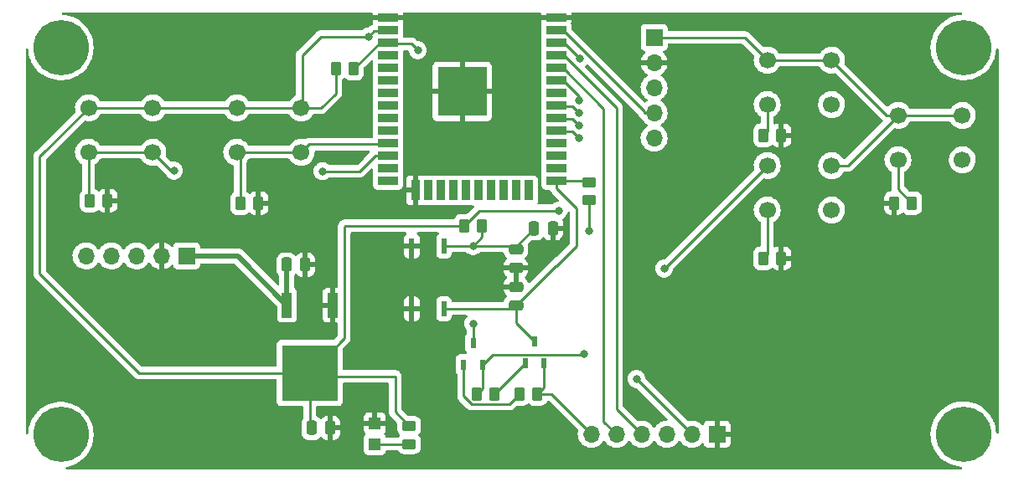
<source format=gbr>
%TF.GenerationSoftware,KiCad,Pcbnew,(6.0.2)*%
%TF.CreationDate,2022-03-10T00:50:20-05:00*%
%TF.ProjectId,controller,636f6e74-726f-46c6-9c65-722e6b696361,rev?*%
%TF.SameCoordinates,Original*%
%TF.FileFunction,Copper,L1,Top*%
%TF.FilePolarity,Positive*%
%FSLAX46Y46*%
G04 Gerber Fmt 4.6, Leading zero omitted, Abs format (unit mm)*
G04 Created by KiCad (PCBNEW (6.0.2)) date 2022-03-10 00:50:20*
%MOMM*%
%LPD*%
G01*
G04 APERTURE LIST*
G04 Aperture macros list*
%AMRoundRect*
0 Rectangle with rounded corners*
0 $1 Rounding radius*
0 $2 $3 $4 $5 $6 $7 $8 $9 X,Y pos of 4 corners*
0 Add a 4 corners polygon primitive as box body*
4,1,4,$2,$3,$4,$5,$6,$7,$8,$9,$2,$3,0*
0 Add four circle primitives for the rounded corners*
1,1,$1+$1,$2,$3*
1,1,$1+$1,$4,$5*
1,1,$1+$1,$6,$7*
1,1,$1+$1,$8,$9*
0 Add four rect primitives between the rounded corners*
20,1,$1+$1,$2,$3,$4,$5,0*
20,1,$1+$1,$4,$5,$6,$7,0*
20,1,$1+$1,$6,$7,$8,$9,0*
20,1,$1+$1,$8,$9,$2,$3,0*%
G04 Aperture macros list end*
%TA.AperFunction,SMDPad,CuDef*%
%ADD10R,1.000000X2.500000*%
%TD*%
%TA.AperFunction,SMDPad,CuDef*%
%ADD11R,5.632000X5.700000*%
%TD*%
%TA.AperFunction,ComponentPad*%
%ADD12R,1.700000X1.700000*%
%TD*%
%TA.AperFunction,ComponentPad*%
%ADD13O,1.700000X1.700000*%
%TD*%
%TA.AperFunction,SMDPad,CuDef*%
%ADD14RoundRect,0.250000X-0.262500X-0.450000X0.262500X-0.450000X0.262500X0.450000X-0.262500X0.450000X0*%
%TD*%
%TA.AperFunction,SMDPad,CuDef*%
%ADD15RoundRect,0.250000X0.262500X0.450000X-0.262500X0.450000X-0.262500X-0.450000X0.262500X-0.450000X0*%
%TD*%
%TA.AperFunction,SMDPad,CuDef*%
%ADD16R,0.550000X1.500000*%
%TD*%
%TA.AperFunction,ComponentPad*%
%ADD17C,1.700000*%
%TD*%
%TA.AperFunction,SMDPad,CuDef*%
%ADD18R,2.000000X0.900000*%
%TD*%
%TA.AperFunction,SMDPad,CuDef*%
%ADD19R,0.900000X2.000000*%
%TD*%
%TA.AperFunction,SMDPad,CuDef*%
%ADD20R,5.000000X5.000000*%
%TD*%
%TA.AperFunction,SMDPad,CuDef*%
%ADD21RoundRect,0.250000X0.475000X-0.250000X0.475000X0.250000X-0.475000X0.250000X-0.475000X-0.250000X0*%
%TD*%
%TA.AperFunction,SMDPad,CuDef*%
%ADD22RoundRect,0.250000X-0.475000X0.250000X-0.475000X-0.250000X0.475000X-0.250000X0.475000X0.250000X0*%
%TD*%
%TA.AperFunction,SMDPad,CuDef*%
%ADD23RoundRect,0.250000X-0.250000X-0.475000X0.250000X-0.475000X0.250000X0.475000X-0.250000X0.475000X0*%
%TD*%
%TA.AperFunction,SMDPad,CuDef*%
%ADD24R,0.600000X1.100000*%
%TD*%
%TA.AperFunction,SMDPad,CuDef*%
%ADD25R,1.200000X1.200000*%
%TD*%
%TA.AperFunction,SMDPad,CuDef*%
%ADD26RoundRect,0.250000X-0.450000X0.262500X-0.450000X-0.262500X0.450000X-0.262500X0.450000X0.262500X0*%
%TD*%
%TA.AperFunction,ComponentPad*%
%ADD27C,5.600000*%
%TD*%
%TA.AperFunction,ViaPad*%
%ADD28C,0.800000*%
%TD*%
%TA.AperFunction,Conductor*%
%ADD29C,0.250000*%
%TD*%
%TA.AperFunction,Conductor*%
%ADD30C,0.254000*%
%TD*%
%TA.AperFunction,Conductor*%
%ADD31C,0.508000*%
%TD*%
G04 APERTURE END LIST*
D10*
%TO.P,IC1,1,ADJ/GND*%
%TO.N,GND*%
X116092000Y-84741000D03*
D11*
%TO.P,IC1,2,OUTPUT*%
%TO.N,Vcc*%
X113792000Y-91591000D03*
D10*
%TO.P,IC1,3,INPUT*%
%TO.N,BAT*%
X111492000Y-84741000D03*
%TD*%
D12*
%TO.P,J2,1,Pin_1*%
%TO.N,Vcc*%
X148590000Y-57658000D03*
D13*
%TO.P,J2,2,Pin_2*%
%TO.N,GND*%
X148590000Y-60198000D03*
%TO.P,J2,3,Pin_3*%
%TO.N,GPIO22*%
X148590000Y-62738000D03*
%TO.P,J2,4,Pin_4*%
%TO.N,GPIO23*%
X148590000Y-65278000D03*
%TO.P,J2,5,Pin_5*%
%TO.N,GPIO13*%
X148590000Y-67818000D03*
%TD*%
D14*
%TO.P,R4,1*%
%TO.N,S1*%
X106783500Y-74422000D03*
%TO.P,R4,2*%
%TO.N,GND*%
X108608500Y-74422000D03*
%TD*%
%TO.P,R5,1*%
%TO.N,S2*%
X91543500Y-74168000D03*
%TO.P,R5,2*%
%TO.N,GND*%
X93368500Y-74168000D03*
%TD*%
D15*
%TO.P,R7,1*%
%TO.N,S4*%
X174648500Y-74422000D03*
%TO.P,R7,2*%
%TO.N,GND*%
X172823500Y-74422000D03*
%TD*%
D14*
%TO.P,R8,1*%
%TO.N,S5*%
X159615500Y-80010000D03*
%TO.P,R8,2*%
%TO.N,GND*%
X161440500Y-80010000D03*
%TD*%
D16*
%TO.P,SW1,1,1*%
%TO.N,GND*%
X124105000Y-85090000D03*
%TO.P,SW1,2,2*%
%TO.N,GPIO0*%
X127355000Y-85090000D03*
%TD*%
%TO.P,SW2,1,1*%
%TO.N,GND*%
X124105000Y-78740000D03*
%TO.P,SW2,2,2*%
%TO.N,EN*%
X127355000Y-78740000D03*
%TD*%
D17*
%TO.P,SW4,1,1*%
%TO.N,Vcc*%
X91440000Y-64770000D03*
%TO.P,SW4,2,2*%
X97940000Y-64770000D03*
%TO.P,SW4,3,3*%
%TO.N,S2*%
X91440000Y-69270000D03*
%TO.P,SW4,4,4*%
X97940000Y-69270000D03*
%TD*%
%TO.P,SW5,1,1*%
%TO.N,Vcc*%
X160020000Y-59944000D03*
%TO.P,SW5,2,2*%
X166520000Y-59944000D03*
%TO.P,SW5,3,3*%
%TO.N,S3*%
X160020000Y-64444000D03*
%TO.P,SW5,4,4*%
X166520000Y-64444000D03*
%TD*%
%TO.P,SW6,1,1*%
%TO.N,Vcc*%
X173228000Y-65532000D03*
%TO.P,SW6,2,2*%
X179728000Y-65532000D03*
%TO.P,SW6,3,3*%
%TO.N,S4*%
X173228000Y-70032000D03*
%TO.P,SW6,4,4*%
X179728000Y-70032000D03*
%TD*%
%TO.P,SW7,1,1*%
%TO.N,Vcc*%
X160020000Y-70612000D03*
%TO.P,SW7,2,2*%
X166520000Y-70612000D03*
%TO.P,SW7,3,3*%
%TO.N,S5*%
X160020000Y-75112000D03*
%TO.P,SW7,4,4*%
X166520000Y-75112000D03*
%TD*%
D18*
%TO.P,IC2,1,GND_1*%
%TO.N,GND*%
X121700000Y-55615000D03*
%TO.P,IC2,2,3V3*%
%TO.N,Vcc*%
X121700000Y-56885000D03*
%TO.P,IC2,3,EN*%
%TO.N,EN*%
X121700000Y-58155000D03*
%TO.P,IC2,4,SENSOR_VP*%
%TO.N,unconnected-(IC2-Pad4)*%
X121700000Y-59425000D03*
%TO.P,IC2,5,SENSOR_VN*%
%TO.N,unconnected-(IC2-Pad5)*%
X121700000Y-60695000D03*
%TO.P,IC2,6,IO34*%
%TO.N,unconnected-(IC2-Pad6)*%
X121700000Y-61965000D03*
%TO.P,IC2,7,IO35*%
%TO.N,unconnected-(IC2-Pad7)*%
X121700000Y-63235000D03*
%TO.P,IC2,8,IO32*%
%TO.N,unconnected-(IC2-Pad8)*%
X121700000Y-64505000D03*
%TO.P,IC2,9,IO33*%
%TO.N,unconnected-(IC2-Pad9)*%
X121700000Y-65775000D03*
%TO.P,IC2,10,IO25*%
%TO.N,unconnected-(IC2-Pad10)*%
X121700000Y-67045000D03*
%TO.P,IC2,11,IO26*%
%TO.N,S1*%
X121700000Y-68315000D03*
%TO.P,IC2,12,IO27*%
%TO.N,S2*%
X121700000Y-69585000D03*
%TO.P,IC2,13,IO14*%
%TO.N,unconnected-(IC2-Pad13)*%
X121700000Y-70855000D03*
%TO.P,IC2,14,IO12*%
%TO.N,unconnected-(IC2-Pad14)*%
X121700000Y-72125000D03*
D19*
%TO.P,IC2,15,GND_2*%
%TO.N,GND*%
X124485000Y-73125000D03*
%TO.P,IC2,16,IO13*%
%TO.N,unconnected-(IC2-Pad16)*%
X125755000Y-73125000D03*
%TO.P,IC2,17,SD2*%
%TO.N,unconnected-(IC2-Pad17)*%
X127025000Y-73125000D03*
%TO.P,IC2,18,SD3*%
%TO.N,unconnected-(IC2-Pad18)*%
X128295000Y-73125000D03*
%TO.P,IC2,19,CMD*%
%TO.N,unconnected-(IC2-Pad19)*%
X129565000Y-73125000D03*
%TO.P,IC2,20,CLK*%
%TO.N,unconnected-(IC2-Pad20)*%
X130835000Y-73125000D03*
%TO.P,IC2,21,SD0*%
%TO.N,unconnected-(IC2-Pad21)*%
X132105000Y-73125000D03*
%TO.P,IC2,22,SD1*%
%TO.N,unconnected-(IC2-Pad22)*%
X133375000Y-73125000D03*
%TO.P,IC2,23,IO15*%
%TO.N,unconnected-(IC2-Pad23)*%
X134645000Y-73125000D03*
%TO.P,IC2,24,IO2*%
%TO.N,unconnected-(IC2-Pad24)*%
X135915000Y-73125000D03*
D18*
%TO.P,IC2,25,IO0*%
%TO.N,GPIO0*%
X138700000Y-72125000D03*
%TO.P,IC2,26,IO4*%
%TO.N,unconnected-(IC2-Pad26)*%
X138700000Y-70855000D03*
%TO.P,IC2,27,IO16*%
%TO.N,unconnected-(IC2-Pad27)*%
X138700000Y-69585000D03*
%TO.P,IC2,28,IO17*%
%TO.N,unconnected-(IC2-Pad28)*%
X138700000Y-68315000D03*
%TO.P,IC2,29,IO5*%
%TO.N,S5*%
X138700000Y-67045000D03*
%TO.P,IC2,30,IO18*%
%TO.N,S4*%
X138700000Y-65775000D03*
%TO.P,IC2,31,IO19*%
%TO.N,S3*%
X138700000Y-64505000D03*
%TO.P,IC2,32,NC*%
%TO.N,unconnected-(IC2-Pad32)*%
X138700000Y-63235000D03*
%TO.P,IC2,33,IO21*%
%TO.N,GPIO13*%
X138700000Y-61965000D03*
%TO.P,IC2,34,RXD0*%
%TO.N,RX*%
X138700000Y-60695000D03*
%TO.P,IC2,35,TXD0*%
%TO.N,TX*%
X138700000Y-59425000D03*
%TO.P,IC2,36,IO22*%
%TO.N,GPIO22*%
X138700000Y-58155000D03*
%TO.P,IC2,37,IO23*%
%TO.N,GPIO23*%
X138700000Y-56885000D03*
%TO.P,IC2,38,GND_3*%
%TO.N,GND*%
X138700000Y-55615000D03*
D20*
%TO.P,IC2,39,GND_4*%
X129200000Y-63115000D03*
%TD*%
D14*
%TO.P,R3,1*%
%TO.N,Vcc*%
X129389500Y-76708000D03*
%TO.P,R3,2*%
%TO.N,EN*%
X131214500Y-76708000D03*
%TD*%
D21*
%TO.P,C1,1*%
%TO.N,GPIO0*%
X134620000Y-84770000D03*
%TO.P,C1,2*%
%TO.N,GND*%
X134620000Y-82870000D03*
%TD*%
D22*
%TO.P,C2,1*%
%TO.N,EN*%
X134620000Y-79060000D03*
%TO.P,C2,2*%
%TO.N,GND*%
X134620000Y-80960000D03*
%TD*%
D23*
%TO.P,C3,1*%
%TO.N,EN*%
X136464000Y-76962000D03*
%TO.P,C3,2*%
%TO.N,GND*%
X138364000Y-76962000D03*
%TD*%
D15*
%TO.P,R1,1*%
%TO.N,DTR*%
X136802500Y-93726000D03*
%TO.P,R1,2*%
%TO.N,Net-(Q1-Pad1)*%
X134977500Y-93726000D03*
%TD*%
D24*
%TO.P,Q1,1*%
%TO.N,Net-(Q1-Pad1)*%
X129352000Y-90762000D03*
%TO.P,Q1,2*%
%TO.N,CTS*%
X131252000Y-90762000D03*
%TO.P,Q1,3*%
%TO.N,EN*%
X130302000Y-88562000D03*
%TD*%
D14*
%TO.P,R2,1*%
%TO.N,CTS*%
X130659500Y-93726000D03*
%TO.P,R2,2*%
%TO.N,Net-(Q2-Pad1)*%
X132484500Y-93726000D03*
%TD*%
D24*
%TO.P,Q2,1*%
%TO.N,Net-(Q2-Pad1)*%
X135581001Y-90630999D03*
%TO.P,Q2,2*%
%TO.N,DTR*%
X137481001Y-90630999D03*
%TO.P,Q2,3*%
%TO.N,GPIO0*%
X136531001Y-88430999D03*
%TD*%
D12*
%TO.P,J1,1,Pin_1*%
%TO.N,BAT*%
X101346000Y-79756000D03*
D13*
%TO.P,J1,2,Pin_2*%
%TO.N,GND*%
X98806000Y-79756000D03*
%TO.P,J1,3,Pin_3*%
%TO.N,Dp*%
X96266000Y-79756000D03*
%TO.P,J1,4,Pin_4*%
%TO.N,Dn*%
X93726000Y-79756000D03*
%TO.P,J1,5,Pin_5*%
%TO.N,5v*%
X91186000Y-79756000D03*
%TD*%
D25*
%TO.P,D1,1,K*%
%TO.N,GND*%
X120380000Y-96700000D03*
%TO.P,D1,2,A*%
%TO.N,Net-(D1-Pad2)*%
X120380000Y-98800000D03*
%TD*%
D26*
%TO.P,R9,1*%
%TO.N,Vcc*%
X123832000Y-96957500D03*
%TO.P,R9,2*%
%TO.N,Net-(D1-Pad2)*%
X123832000Y-98782500D03*
%TD*%
D12*
%TO.P,J3,1,Pin_1*%
%TO.N,GND*%
X154940000Y-97790000D03*
D13*
%TO.P,J3,2,Pin_2*%
%TO.N,CTS*%
X152400000Y-97790000D03*
%TO.P,J3,3,Pin_3*%
%TO.N,unconnected-(J3-Pad3)*%
X149860000Y-97790000D03*
%TO.P,J3,4,Pin_4*%
%TO.N,TX*%
X147320000Y-97790000D03*
%TO.P,J3,5,Pin_5*%
%TO.N,RX*%
X144780000Y-97790000D03*
%TO.P,J3,6,Pin_6*%
%TO.N,DTR*%
X142240000Y-97790000D03*
%TD*%
D14*
%TO.P,R6,1*%
%TO.N,S3*%
X159615500Y-67564000D03*
%TO.P,R6,2*%
%TO.N,GND*%
X161440500Y-67564000D03*
%TD*%
D17*
%TO.P,SW3,1,1*%
%TO.N,Vcc*%
X106426000Y-64770000D03*
%TO.P,SW3,2,2*%
X112926000Y-64770000D03*
%TO.P,SW3,3,3*%
%TO.N,S1*%
X106426000Y-69270000D03*
%TO.P,SW3,4,4*%
X112926000Y-69270000D03*
%TD*%
D27*
%TO.P,REF\u002A\u002A,1*%
%TO.N,N/C*%
X179832000Y-97790000D03*
%TD*%
D23*
%TO.P,C7,1*%
%TO.N,BAT*%
X111445000Y-80645000D03*
%TO.P,C7,2*%
%TO.N,GND*%
X113345000Y-80645000D03*
%TD*%
%TO.P,C6,1*%
%TO.N,Vcc*%
X113985000Y-97155000D03*
%TO.P,C6,2*%
%TO.N,GND*%
X115885000Y-97155000D03*
%TD*%
D26*
%TO.P,R10,1*%
%TO.N,GPIO0*%
X141980000Y-72297500D03*
%TO.P,R10,2*%
%TO.N,Vcc*%
X141980000Y-74122500D03*
%TD*%
D15*
%TO.P,R11,1*%
%TO.N,EN*%
X118242500Y-60810000D03*
%TO.P,R11,2*%
%TO.N,Vcc*%
X116417500Y-60810000D03*
%TD*%
D27*
%TO.P,REF\u002A\u002A,1*%
%TO.N,N/C*%
X179832000Y-58674000D03*
%TD*%
%TO.P,REF\u002A\u002A,1*%
%TO.N,N/C*%
X88646000Y-97840000D03*
%TD*%
%TO.P,REF\u002A\u002A,1*%
%TO.N,N/C*%
X88646000Y-58674000D03*
%TD*%
D28*
%TO.N,GND*%
X90424000Y-89408000D03*
X94234000Y-57912000D03*
X148590000Y-77216000D03*
X104902000Y-89662000D03*
X172974000Y-98806000D03*
X181830000Y-90090000D03*
%TO.N,EN*%
X130302000Y-86614000D03*
X124714000Y-58928000D03*
X130302000Y-78740000D03*
%TO.N,Vcc*%
X141986000Y-77216000D03*
X149606000Y-81026000D03*
X119721999Y-57570001D03*
X138938000Y-75184000D03*
%TO.N,S2*%
X100076000Y-71120000D03*
X115090000Y-71180000D03*
%TO.N,GPIO13*%
X140970000Y-64008000D03*
%TO.N,S4*%
X140970000Y-66548000D03*
%TO.N,S3*%
X140970000Y-65278000D03*
%TO.N,S5*%
X140970000Y-67818000D03*
%TO.N,GPIO22*%
X141099347Y-59814653D03*
%TO.N,CTS*%
X141478000Y-89662000D03*
X146812000Y-92202000D03*
%TD*%
D29*
%TO.N,GPIO0*%
X141980000Y-72297500D02*
X141807500Y-72125000D01*
X127355000Y-85090000D02*
X134300000Y-85090000D01*
X138696001Y-80759999D02*
X139189010Y-80266990D01*
X134620000Y-86519998D02*
X136531001Y-88430999D01*
X134620000Y-84770000D02*
X134620000Y-86519998D01*
X138630001Y-80759999D02*
X138696001Y-80759999D01*
D30*
X138700000Y-72914000D02*
X138700000Y-72125000D01*
X140716000Y-74930000D02*
X138700000Y-72914000D01*
D29*
X141807500Y-72125000D02*
X138700000Y-72125000D01*
X134620000Y-84770000D02*
X138630001Y-80759999D01*
X134300000Y-85090000D02*
X134620000Y-84770000D01*
D30*
X140716000Y-74930000D02*
X140716000Y-78740000D01*
X140716000Y-78740000D02*
X139189010Y-80266990D01*
D29*
%TO.N,GND*%
X138364000Y-77216000D02*
X138364000Y-76962000D01*
X108862500Y-74168000D02*
X108608500Y-74422000D01*
%TO.N,EN*%
X130302000Y-78740000D02*
X134300000Y-78740000D01*
X131214500Y-76708000D02*
X131214500Y-77827500D01*
X124091000Y-58305000D02*
X121670000Y-58305000D01*
X120897500Y-58155000D02*
X121700000Y-58155000D01*
X118242500Y-60810000D02*
X120897500Y-58155000D01*
X134300000Y-78740000D02*
X134620000Y-79060000D01*
X130302000Y-88562000D02*
X130302000Y-86614000D01*
X131214500Y-77827500D02*
X130302000Y-78740000D01*
X136464000Y-76962000D02*
X134620000Y-78806000D01*
X127355000Y-78740000D02*
X130302000Y-78740000D01*
X124714000Y-58928000D02*
X124091000Y-58305000D01*
X134620000Y-78806000D02*
X134620000Y-79060000D01*
%TO.N,Vcc*%
X117348000Y-76708000D02*
X117282000Y-76774000D01*
D30*
X113538000Y-58928000D02*
X114895999Y-57570001D01*
D29*
X116417500Y-60810000D02*
X116410000Y-60817500D01*
D30*
X166520000Y-59944000D02*
X172108000Y-65532000D01*
D29*
X86500000Y-81543480D02*
X86500000Y-69710000D01*
X113030000Y-64666000D02*
X112926000Y-64770000D01*
X113792000Y-91591000D02*
X113792000Y-96962000D01*
X113030000Y-59436000D02*
X113030000Y-64666000D01*
X116410000Y-63310000D02*
X114950000Y-64770000D01*
D30*
X173228000Y-65532000D02*
X179728000Y-65532000D01*
D29*
X129389500Y-76708000D02*
X130913500Y-75184000D01*
X122428000Y-91948000D02*
X114149000Y-91948000D01*
X91440000Y-64770000D02*
X97940000Y-64770000D01*
X123832000Y-96957500D02*
X122428000Y-95553500D01*
D30*
X160020000Y-59944000D02*
X166520000Y-59944000D01*
X120650000Y-76708000D02*
X127508000Y-76708000D01*
D29*
X97940000Y-64770000D02*
X106172000Y-64770000D01*
D30*
X160020000Y-70612000D02*
X149606000Y-81026000D01*
D29*
X120257000Y-57035000D02*
X121670000Y-57035000D01*
X113792000Y-91591000D02*
X96547520Y-91591000D01*
X113792000Y-96962000D02*
X113985000Y-97155000D01*
D30*
X160020000Y-59944000D02*
X157734000Y-57658000D01*
D29*
X86500000Y-69710000D02*
X91440000Y-64770000D01*
D30*
X166520000Y-70612000D02*
X168148000Y-70612000D01*
D29*
X114950000Y-64770000D02*
X112926000Y-64770000D01*
X141986000Y-77216000D02*
X141986000Y-74128500D01*
X116410000Y-60817500D02*
X116410000Y-63310000D01*
X129389500Y-76708000D02*
X127508000Y-76708000D01*
X96547520Y-91591000D02*
X86500000Y-81543480D01*
D30*
X172108000Y-65532000D02*
X173228000Y-65532000D01*
D29*
X119721999Y-57570001D02*
X120257000Y-57035000D01*
D30*
X157734000Y-57658000D02*
X148590000Y-57658000D01*
D29*
X113792000Y-91591000D02*
X117282000Y-88101000D01*
X114149000Y-91948000D02*
X113792000Y-91591000D01*
X130913500Y-75184000D02*
X138938000Y-75184000D01*
X141986000Y-74128500D02*
X141980000Y-74122500D01*
X117282000Y-88101000D02*
X117282000Y-76774000D01*
X120650000Y-76708000D02*
X117348000Y-76708000D01*
X106426000Y-64770000D02*
X112926000Y-64770000D01*
X106172000Y-64770000D02*
X106426000Y-65024000D01*
D30*
X114895999Y-57570001D02*
X119721999Y-57570001D01*
D29*
X113030000Y-59436000D02*
X113538000Y-58928000D01*
D30*
X168148000Y-70612000D02*
X173228000Y-65532000D01*
D29*
X122428000Y-95553500D02*
X122428000Y-91948000D01*
%TO.N,BAT*%
X111445000Y-80645000D02*
X111492000Y-80692000D01*
D31*
X106507001Y-79756000D02*
X111492005Y-84741004D01*
X101346000Y-79756000D02*
X106507001Y-79756000D01*
X111492005Y-80691990D02*
X111492005Y-84741004D01*
D29*
%TO.N,S1*%
X106426000Y-69270000D02*
X112926000Y-69270000D01*
X113731000Y-68465000D02*
X121670000Y-68465000D01*
X106783500Y-74422000D02*
X106783500Y-69627500D01*
X112926000Y-69270000D02*
X113731000Y-68465000D01*
X106783500Y-69627500D02*
X106426000Y-69270000D01*
%TO.N,S2*%
X99790000Y-71120000D02*
X100076000Y-71120000D01*
X91440000Y-69270000D02*
X97940000Y-69270000D01*
X115090000Y-71180000D02*
X118855000Y-71180000D01*
X120450000Y-69585000D02*
X121700000Y-69585000D01*
X91440000Y-69270000D02*
X91440000Y-74064500D01*
X91440000Y-74064500D02*
X91543500Y-74168000D01*
X118855000Y-71180000D02*
X120450000Y-69585000D01*
X97940000Y-69270000D02*
X99790000Y-71120000D01*
%TO.N,GPIO13*%
X140970000Y-63585978D02*
X139499022Y-62115000D01*
X139499022Y-62115000D02*
X138670000Y-62115000D01*
X140970000Y-64008000D02*
X140970000Y-63585978D01*
%TO.N,S4*%
X173228000Y-70032000D02*
X173228000Y-73001500D01*
X140347000Y-65925000D02*
X138670000Y-65925000D01*
X173228000Y-73001500D02*
X174648500Y-74422000D01*
X140970000Y-66548000D02*
X140347000Y-65925000D01*
%TO.N,S3*%
X160020000Y-64444000D02*
X160020000Y-67159500D01*
X140347000Y-64655000D02*
X138670000Y-64655000D01*
X160020000Y-67159500D02*
X159615500Y-67564000D01*
X140970000Y-65278000D02*
X140347000Y-64655000D01*
%TO.N,S5*%
X140970000Y-67818000D02*
X140347000Y-67195000D01*
X140347000Y-67195000D02*
X138670000Y-67195000D01*
X160020000Y-75112000D02*
X160020000Y-79605500D01*
X160020000Y-79605500D02*
X159615500Y-80010000D01*
%TO.N,RX*%
X143498001Y-96508001D02*
X143498001Y-64843979D01*
X143498001Y-64843979D02*
X139499022Y-60845000D01*
X144780000Y-97790000D02*
X143498001Y-96508001D01*
X139499022Y-60845000D02*
X138670000Y-60845000D01*
%TO.N,TX*%
X144780000Y-95250000D02*
X144780000Y-64770000D01*
X139585000Y-59575000D02*
X138670000Y-59575000D01*
X147320000Y-97790000D02*
X144780000Y-95250000D01*
X144780000Y-64770000D02*
X139585000Y-59575000D01*
%TO.N,GPIO22*%
X141099347Y-59814653D02*
X139589694Y-58305000D01*
X139589694Y-58305000D02*
X138670000Y-58305000D01*
%TO.N,GPIO23*%
X139499022Y-57035000D02*
X138670000Y-57035000D01*
X147588000Y-65123978D02*
X139499022Y-57035000D01*
X147588000Y-65278000D02*
X148590000Y-65278000D01*
X147588000Y-65278000D02*
X147588000Y-65123978D01*
%TO.N,CTS*%
X138734962Y-89755998D02*
X141384002Y-89755998D01*
X132258002Y-89755998D02*
X131252000Y-90762000D01*
X138734962Y-89755998D02*
X132258002Y-89755998D01*
X141384002Y-89755998D02*
X141478000Y-89662000D01*
X152400000Y-97790000D02*
X146812000Y-92202000D01*
X131252000Y-90762000D02*
X131252000Y-93133500D01*
X131252000Y-93133500D02*
X130659500Y-93726000D01*
%TO.N,DTR*%
X137481001Y-93047499D02*
X136802500Y-93726000D01*
X138176000Y-93726000D02*
X142240000Y-97790000D01*
X137481001Y-90630999D02*
X137481001Y-93047499D01*
X136802500Y-93726000D02*
X138176000Y-93726000D01*
%TO.N,Net-(Q1-Pad1)*%
X133952490Y-94751010D02*
X130158820Y-94751010D01*
X129352000Y-93944190D02*
X129352000Y-90762000D01*
X130158820Y-94751010D02*
X129352000Y-93944190D01*
X134977500Y-93726000D02*
X133952490Y-94751010D01*
%TO.N,Net-(Q2-Pad1)*%
X132486000Y-93726000D02*
X135581001Y-90630999D01*
X132484500Y-93726000D02*
X132486000Y-93726000D01*
%TO.N,Net-(D1-Pad2)*%
X123814500Y-98800000D02*
X123832000Y-98782500D01*
X120380000Y-98800000D02*
X123814500Y-98800000D01*
%TD*%
%TA.AperFunction,Conductor*%
%TO.N,GND*%
G36*
X120134121Y-55138002D02*
G01*
X120180614Y-55191658D01*
X120192000Y-55244000D01*
X120192000Y-55342885D01*
X120196475Y-55358124D01*
X120197865Y-55359329D01*
X120205548Y-55361000D01*
X123189884Y-55361000D01*
X123205123Y-55356525D01*
X123206328Y-55355135D01*
X123207999Y-55347452D01*
X123207999Y-55244000D01*
X123228001Y-55175879D01*
X123281657Y-55129386D01*
X123333999Y-55118000D01*
X137066000Y-55118000D01*
X137134121Y-55138002D01*
X137180614Y-55191658D01*
X137192000Y-55244000D01*
X137192000Y-55342885D01*
X137196475Y-55358124D01*
X137197865Y-55359329D01*
X137205548Y-55361000D01*
X140189884Y-55361000D01*
X140205123Y-55356525D01*
X140206328Y-55355135D01*
X140207999Y-55347452D01*
X140207999Y-55244000D01*
X140228001Y-55175879D01*
X140281657Y-55129386D01*
X140333999Y-55118000D01*
X179606791Y-55118000D01*
X179674912Y-55138002D01*
X179721405Y-55191658D01*
X179731509Y-55261932D01*
X179702015Y-55326512D01*
X179642289Y-55364896D01*
X179620180Y-55369287D01*
X179305639Y-55402901D01*
X179305631Y-55402902D01*
X179302256Y-55403263D01*
X178952117Y-55479606D01*
X178612271Y-55593317D01*
X178609178Y-55594739D01*
X178609177Y-55594740D01*
X178602974Y-55597593D01*
X178286694Y-55743066D01*
X178283760Y-55744822D01*
X178283758Y-55744823D01*
X178053636Y-55882548D01*
X177979193Y-55927101D01*
X177976467Y-55929163D01*
X177976465Y-55929164D01*
X177728782Y-56116486D01*
X177693367Y-56143270D01*
X177690882Y-56145612D01*
X177690877Y-56145616D01*
X177627800Y-56205057D01*
X177432559Y-56389043D01*
X177430347Y-56391633D01*
X177430345Y-56391635D01*
X177410504Y-56414866D01*
X177199819Y-56661546D01*
X177197900Y-56664358D01*
X177197897Y-56664363D01*
X177169808Y-56705540D01*
X176997871Y-56957591D01*
X176829077Y-57273714D01*
X176695411Y-57606218D01*
X176694491Y-57609492D01*
X176694489Y-57609497D01*
X176611005Y-57906502D01*
X176598437Y-57951213D01*
X176597875Y-57954570D01*
X176597875Y-57954571D01*
X176547761Y-58254045D01*
X176539290Y-58304663D01*
X176518661Y-58662434D01*
X176518833Y-58665829D01*
X176518833Y-58665830D01*
X176536442Y-59013426D01*
X176536792Y-59020340D01*
X176537329Y-59023695D01*
X176537330Y-59023701D01*
X176556091Y-59140831D01*
X176593470Y-59374195D01*
X176688033Y-59719859D01*
X176718879Y-59798166D01*
X176795513Y-59992712D01*
X176819374Y-60053288D01*
X176846120Y-60104231D01*
X176981111Y-60361351D01*
X176985957Y-60370582D01*
X176987858Y-60373411D01*
X176987864Y-60373421D01*
X177140420Y-60600446D01*
X177185834Y-60668029D01*
X177416665Y-60942150D01*
X177675751Y-61189738D01*
X177960061Y-61407897D01*
X177992056Y-61427350D01*
X178263355Y-61592303D01*
X178263360Y-61592306D01*
X178266270Y-61594075D01*
X178269358Y-61595521D01*
X178269357Y-61595521D01*
X178587710Y-61744649D01*
X178587720Y-61744653D01*
X178590794Y-61746093D01*
X178594012Y-61747195D01*
X178594015Y-61747196D01*
X178926615Y-61861071D01*
X178926623Y-61861073D01*
X178929838Y-61862174D01*
X179279435Y-61940959D01*
X179331728Y-61946917D01*
X179632114Y-61981142D01*
X179632122Y-61981142D01*
X179635497Y-61981527D01*
X179638901Y-61981545D01*
X179638904Y-61981545D01*
X179833227Y-61982562D01*
X179993857Y-61983403D01*
X179997243Y-61983053D01*
X179997245Y-61983053D01*
X180346932Y-61946917D01*
X180346941Y-61946916D01*
X180350324Y-61946566D01*
X180353657Y-61945852D01*
X180353660Y-61945851D01*
X180613574Y-61890130D01*
X180700727Y-61871446D01*
X181040968Y-61758922D01*
X181367066Y-61610311D01*
X181503846Y-61529097D01*
X181672262Y-61429099D01*
X181672267Y-61429096D01*
X181675207Y-61427350D01*
X181683147Y-61421389D01*
X181835319Y-61307134D01*
X181961786Y-61212180D01*
X182223451Y-60967319D01*
X182457140Y-60695630D01*
X182593377Y-60497404D01*
X182658190Y-60403101D01*
X182658195Y-60403094D01*
X182660120Y-60400292D01*
X182661732Y-60397298D01*
X182661737Y-60397290D01*
X182828395Y-60087772D01*
X182830017Y-60084760D01*
X182918768Y-59866191D01*
X182963562Y-59755877D01*
X182963564Y-59755872D01*
X182964842Y-59752724D01*
X182975142Y-59716568D01*
X183004254Y-59614368D01*
X183063020Y-59408070D01*
X183073239Y-59348289D01*
X183122829Y-59058175D01*
X183122829Y-59058173D01*
X183123401Y-59054828D01*
X183125015Y-59028449D01*
X183136235Y-58844987D01*
X183160358Y-58778215D01*
X183216752Y-58735084D01*
X183287512Y-58729289D01*
X183350172Y-58762669D01*
X183384838Y-58824627D01*
X183388000Y-58852679D01*
X183388000Y-97613775D01*
X183367998Y-97681896D01*
X183314342Y-97728389D01*
X183244068Y-97738493D01*
X183179488Y-97708999D01*
X183141104Y-97649273D01*
X183136184Y-97620589D01*
X183132559Y-97553649D01*
X183125979Y-97432159D01*
X183068066Y-97078505D01*
X182972297Y-96733173D01*
X182969243Y-96725497D01*
X182863486Y-96459743D01*
X182839793Y-96400205D01*
X182748022Y-96226880D01*
X182673702Y-96086513D01*
X182673698Y-96086506D01*
X182672103Y-96083494D01*
X182471190Y-95786746D01*
X182452445Y-95764642D01*
X182317523Y-95605548D01*
X182239403Y-95513432D01*
X181979454Y-95266750D01*
X181694384Y-95049585D01*
X181691472Y-95047828D01*
X181691467Y-95047825D01*
X181390443Y-94866236D01*
X181390437Y-94866233D01*
X181387528Y-94864478D01*
X181062475Y-94713593D01*
X180875625Y-94650348D01*
X180726255Y-94599789D01*
X180726250Y-94599788D01*
X180723028Y-94598697D01*
X180509308Y-94551316D01*
X180376493Y-94521871D01*
X180376487Y-94521870D01*
X180373158Y-94521132D01*
X180369769Y-94520758D01*
X180369764Y-94520757D01*
X180020338Y-94482180D01*
X180020333Y-94482180D01*
X180016957Y-94481807D01*
X180013558Y-94481801D01*
X180013557Y-94481801D01*
X179844080Y-94481505D01*
X179658592Y-94481182D01*
X179584183Y-94489134D01*
X179305639Y-94518901D01*
X179305631Y-94518902D01*
X179302256Y-94519263D01*
X178952117Y-94595606D01*
X178612271Y-94709317D01*
X178609178Y-94710739D01*
X178609177Y-94710740D01*
X178481868Y-94769296D01*
X178286694Y-94859066D01*
X178283760Y-94860822D01*
X178283758Y-94860823D01*
X178098989Y-94971405D01*
X177979193Y-95043101D01*
X177976467Y-95045163D01*
X177976465Y-95045164D01*
X177717219Y-95241231D01*
X177693367Y-95259270D01*
X177690882Y-95261612D01*
X177690877Y-95261616D01*
X177615134Y-95332993D01*
X177432559Y-95505043D01*
X177199819Y-95777546D01*
X177197900Y-95780358D01*
X177197897Y-95780363D01*
X177157509Y-95839570D01*
X176997871Y-96073591D01*
X176829077Y-96389714D01*
X176695411Y-96722218D01*
X176694491Y-96725492D01*
X176694489Y-96725497D01*
X176626452Y-96967548D01*
X176598437Y-97067213D01*
X176597875Y-97070570D01*
X176597875Y-97070571D01*
X176546955Y-97374861D01*
X176539290Y-97420663D01*
X176518661Y-97778434D01*
X176518833Y-97781829D01*
X176518833Y-97781830D01*
X176534428Y-98089684D01*
X176536792Y-98136340D01*
X176537329Y-98139695D01*
X176537330Y-98139701D01*
X176565933Y-98318275D01*
X176593470Y-98490195D01*
X176688033Y-98835859D01*
X176755953Y-99008285D01*
X176791529Y-99098598D01*
X176819374Y-99169288D01*
X176838852Y-99206389D01*
X176971217Y-99458506D01*
X176985957Y-99486582D01*
X176987858Y-99489411D01*
X176987864Y-99489421D01*
X177153929Y-99736550D01*
X177185834Y-99784029D01*
X177416665Y-100058150D01*
X177675751Y-100305738D01*
X177960061Y-100523897D01*
X177992056Y-100543350D01*
X178263355Y-100708303D01*
X178263360Y-100708306D01*
X178266270Y-100710075D01*
X178269358Y-100711521D01*
X178269357Y-100711521D01*
X178587710Y-100860649D01*
X178587720Y-100860653D01*
X178590794Y-100862093D01*
X178594012Y-100863195D01*
X178594015Y-100863196D01*
X178926615Y-100977071D01*
X178926623Y-100977073D01*
X178929838Y-100978174D01*
X179279435Y-101056959D01*
X179580914Y-101091308D01*
X179611650Y-101094810D01*
X179677068Y-101122395D01*
X179717188Y-101180969D01*
X179719272Y-101251935D01*
X179682658Y-101312762D01*
X179618970Y-101344137D01*
X179597386Y-101346000D01*
X89264282Y-101346000D01*
X89196161Y-101325998D01*
X89149668Y-101272342D01*
X89139564Y-101202068D01*
X89169058Y-101137488D01*
X89228784Y-101099104D01*
X89237870Y-101096799D01*
X89247815Y-101094667D01*
X89514727Y-101037446D01*
X89854968Y-100924922D01*
X90181066Y-100776311D01*
X90295604Y-100708303D01*
X90486262Y-100595099D01*
X90486267Y-100595096D01*
X90489207Y-100593350D01*
X90775786Y-100378180D01*
X91037451Y-100133319D01*
X91271140Y-99861630D01*
X91413915Y-99653891D01*
X91472190Y-99569101D01*
X91472195Y-99569094D01*
X91474120Y-99566292D01*
X91475732Y-99563298D01*
X91475737Y-99563290D01*
X91642395Y-99253772D01*
X91644017Y-99250760D01*
X91778842Y-98918724D01*
X91789142Y-98882568D01*
X91824738Y-98757606D01*
X91877020Y-98574070D01*
X91894319Y-98472866D01*
X91936829Y-98224175D01*
X91936829Y-98224173D01*
X91937401Y-98220828D01*
X91938492Y-98203002D01*
X91959168Y-97864928D01*
X91959278Y-97863131D01*
X91959320Y-97851084D01*
X91959353Y-97841819D01*
X91959353Y-97841806D01*
X91959359Y-97840000D01*
X91939979Y-97482159D01*
X91882066Y-97128505D01*
X91786297Y-96783173D01*
X91783243Y-96775497D01*
X91655052Y-96453369D01*
X91653793Y-96450205D01*
X91562775Y-96278302D01*
X91487702Y-96136513D01*
X91487698Y-96136506D01*
X91486103Y-96133494D01*
X91285190Y-95836746D01*
X91274829Y-95824528D01*
X91089120Y-95605548D01*
X91053403Y-95563432D01*
X90818891Y-95340889D01*
X90795921Y-95319091D01*
X90795920Y-95319090D01*
X90793454Y-95316750D01*
X90508384Y-95099585D01*
X90505472Y-95097828D01*
X90505467Y-95097825D01*
X90204443Y-94916236D01*
X90204437Y-94916233D01*
X90201528Y-94914478D01*
X89975679Y-94809642D01*
X89879571Y-94765030D01*
X89879569Y-94765029D01*
X89876475Y-94763593D01*
X89652273Y-94687705D01*
X89540255Y-94649789D01*
X89540250Y-94649788D01*
X89537028Y-94648697D01*
X89302442Y-94596690D01*
X89190493Y-94571871D01*
X89190487Y-94571870D01*
X89187158Y-94571132D01*
X89183769Y-94570758D01*
X89183764Y-94570757D01*
X88834338Y-94532180D01*
X88834333Y-94532180D01*
X88830957Y-94531807D01*
X88827558Y-94531801D01*
X88827557Y-94531801D01*
X88658080Y-94531505D01*
X88472592Y-94531182D01*
X88359413Y-94543277D01*
X88119639Y-94568901D01*
X88119631Y-94568902D01*
X88116256Y-94569263D01*
X87766117Y-94645606D01*
X87426271Y-94759317D01*
X87423178Y-94760739D01*
X87423177Y-94760740D01*
X87383160Y-94779146D01*
X87100694Y-94909066D01*
X87097760Y-94910822D01*
X87097758Y-94910823D01*
X86862458Y-95051647D01*
X86793193Y-95093101D01*
X86790467Y-95095163D01*
X86790465Y-95095164D01*
X86514637Y-95303772D01*
X86507367Y-95309270D01*
X86504882Y-95311612D01*
X86504877Y-95311616D01*
X86407626Y-95403261D01*
X86246559Y-95555043D01*
X86244347Y-95557633D01*
X86244345Y-95557635D01*
X86213567Y-95593672D01*
X86013819Y-95827546D01*
X86011900Y-95830358D01*
X86011897Y-95830363D01*
X85932673Y-95946502D01*
X85811871Y-96123591D01*
X85643077Y-96439714D01*
X85509411Y-96772218D01*
X85508491Y-96775492D01*
X85508489Y-96775497D01*
X85420194Y-97089618D01*
X85412437Y-97117213D01*
X85411875Y-97120570D01*
X85411875Y-97120571D01*
X85363128Y-97411876D01*
X85353290Y-97470663D01*
X85345038Y-97613775D01*
X85341791Y-97670091D01*
X85317901Y-97736947D01*
X85261658Y-97780275D01*
X85190919Y-97786316D01*
X85128143Y-97753155D01*
X85093261Y-97691318D01*
X85090000Y-97662838D01*
X85090000Y-69689943D01*
X85861780Y-69689943D01*
X85865124Y-69725313D01*
X85865941Y-69733961D01*
X85866500Y-69745819D01*
X85866500Y-81464713D01*
X85865973Y-81475896D01*
X85864298Y-81483389D01*
X85864547Y-81491315D01*
X85864547Y-81491316D01*
X85866438Y-81551466D01*
X85866500Y-81555425D01*
X85866500Y-81583336D01*
X85866997Y-81587270D01*
X85866997Y-81587271D01*
X85867005Y-81587336D01*
X85867938Y-81599173D01*
X85869327Y-81643369D01*
X85874978Y-81662819D01*
X85878987Y-81682180D01*
X85881526Y-81702277D01*
X85884445Y-81709648D01*
X85884445Y-81709650D01*
X85897804Y-81743392D01*
X85901649Y-81754622D01*
X85911771Y-81789463D01*
X85913982Y-81797073D01*
X85918015Y-81803892D01*
X85918017Y-81803897D01*
X85924293Y-81814508D01*
X85932988Y-81832256D01*
X85940448Y-81851097D01*
X85945110Y-81857513D01*
X85945110Y-81857514D01*
X85966436Y-81886867D01*
X85972952Y-81896787D01*
X85995458Y-81934842D01*
X86009779Y-81949163D01*
X86022619Y-81964196D01*
X86034528Y-81980587D01*
X86040634Y-81985638D01*
X86068605Y-82008778D01*
X86077384Y-82016768D01*
X96043868Y-91983253D01*
X96051408Y-91991539D01*
X96055520Y-91998018D01*
X96061297Y-92003443D01*
X96105171Y-92044643D01*
X96108013Y-92047398D01*
X96127750Y-92067135D01*
X96130947Y-92069615D01*
X96139967Y-92077318D01*
X96172199Y-92107586D01*
X96179145Y-92111405D01*
X96179148Y-92111407D01*
X96189954Y-92117348D01*
X96206473Y-92128199D01*
X96222479Y-92140614D01*
X96229748Y-92143759D01*
X96229752Y-92143762D01*
X96263057Y-92158174D01*
X96273707Y-92163391D01*
X96312460Y-92184695D01*
X96320135Y-92186666D01*
X96320136Y-92186666D01*
X96332082Y-92189733D01*
X96350787Y-92196137D01*
X96369375Y-92204181D01*
X96377198Y-92205420D01*
X96377208Y-92205423D01*
X96413044Y-92211099D01*
X96424664Y-92213505D01*
X96459809Y-92222528D01*
X96467490Y-92224500D01*
X96487744Y-92224500D01*
X96507454Y-92226051D01*
X96527463Y-92229220D01*
X96535355Y-92228474D01*
X96571481Y-92225059D01*
X96583339Y-92224500D01*
X110341500Y-92224500D01*
X110409621Y-92244502D01*
X110456114Y-92298158D01*
X110467500Y-92350500D01*
X110467500Y-94489134D01*
X110474255Y-94551316D01*
X110525385Y-94687705D01*
X110612739Y-94804261D01*
X110729295Y-94891615D01*
X110865684Y-94942745D01*
X110927866Y-94949500D01*
X113032500Y-94949500D01*
X113100621Y-94969502D01*
X113147114Y-95023158D01*
X113158500Y-95075500D01*
X113158500Y-96135434D01*
X113138498Y-96203555D01*
X113137661Y-96204727D01*
X113135695Y-96206697D01*
X113132146Y-96212455D01*
X113132145Y-96212456D01*
X113047906Y-96349117D01*
X113042885Y-96357262D01*
X113029642Y-96397189D01*
X112997129Y-96495214D01*
X112987203Y-96525139D01*
X112986503Y-96531975D01*
X112986502Y-96531978D01*
X112982431Y-96571715D01*
X112976500Y-96629600D01*
X112976500Y-97680400D01*
X112976837Y-97683646D01*
X112976837Y-97683650D01*
X112986672Y-97778434D01*
X112987474Y-97786166D01*
X112989655Y-97792702D01*
X112989655Y-97792704D01*
X113022538Y-97891265D01*
X113043450Y-97953946D01*
X113136522Y-98104348D01*
X113261697Y-98229305D01*
X113267927Y-98233145D01*
X113267928Y-98233146D01*
X113405288Y-98317816D01*
X113412262Y-98322115D01*
X113492005Y-98348564D01*
X113573611Y-98375632D01*
X113573613Y-98375632D01*
X113580139Y-98377797D01*
X113586975Y-98378497D01*
X113586978Y-98378498D01*
X113630031Y-98382909D01*
X113684600Y-98388500D01*
X114285400Y-98388500D01*
X114288646Y-98388163D01*
X114288650Y-98388163D01*
X114384308Y-98378238D01*
X114384312Y-98378237D01*
X114391166Y-98377526D01*
X114397702Y-98375345D01*
X114397704Y-98375345D01*
X114529806Y-98331272D01*
X114558946Y-98321550D01*
X114709348Y-98228478D01*
X114834305Y-98103303D01*
X114837102Y-98098765D01*
X114894353Y-98058176D01*
X114965276Y-98054946D01*
X115026687Y-98090572D01*
X115034062Y-98099068D01*
X115042098Y-98109207D01*
X115156829Y-98223739D01*
X115168240Y-98232751D01*
X115306243Y-98317816D01*
X115319424Y-98323963D01*
X115473710Y-98375138D01*
X115487086Y-98378005D01*
X115581438Y-98387672D01*
X115587854Y-98388000D01*
X115612885Y-98388000D01*
X115628124Y-98383525D01*
X115629329Y-98382135D01*
X115631000Y-98374452D01*
X115631000Y-98369884D01*
X116139000Y-98369884D01*
X116143475Y-98385123D01*
X116144865Y-98386328D01*
X116152548Y-98387999D01*
X116182095Y-98387999D01*
X116188614Y-98387662D01*
X116284206Y-98377743D01*
X116297600Y-98374851D01*
X116451784Y-98323412D01*
X116464962Y-98317239D01*
X116602807Y-98231937D01*
X116614208Y-98222901D01*
X116728739Y-98108171D01*
X116737751Y-98096760D01*
X116822816Y-97958757D01*
X116828963Y-97945576D01*
X116880138Y-97791290D01*
X116883005Y-97777914D01*
X116892672Y-97683562D01*
X116893000Y-97677146D01*
X116893000Y-97427115D01*
X116888525Y-97411876D01*
X116887135Y-97410671D01*
X116879452Y-97409000D01*
X116157115Y-97409000D01*
X116141876Y-97413475D01*
X116140671Y-97414865D01*
X116139000Y-97422548D01*
X116139000Y-98369884D01*
X115631000Y-98369884D01*
X115631000Y-96882885D01*
X116139000Y-96882885D01*
X116143475Y-96898124D01*
X116144865Y-96899329D01*
X116152548Y-96901000D01*
X116874884Y-96901000D01*
X116890123Y-96896525D01*
X116891328Y-96895135D01*
X116892999Y-96887452D01*
X116892999Y-96632905D01*
X116892662Y-96626386D01*
X116882743Y-96530794D01*
X116879851Y-96517400D01*
X116849987Y-96427885D01*
X119272000Y-96427885D01*
X119276475Y-96443124D01*
X119277865Y-96444329D01*
X119285548Y-96446000D01*
X120107885Y-96446000D01*
X120123124Y-96441525D01*
X120124329Y-96440135D01*
X120126000Y-96432452D01*
X120126000Y-96427885D01*
X120634000Y-96427885D01*
X120638475Y-96443124D01*
X120639865Y-96444329D01*
X120647548Y-96446000D01*
X121469884Y-96446000D01*
X121485123Y-96441525D01*
X121486328Y-96440135D01*
X121487999Y-96432452D01*
X121487999Y-96055331D01*
X121487629Y-96048510D01*
X121482105Y-95997648D01*
X121478479Y-95982396D01*
X121433324Y-95861946D01*
X121424786Y-95846351D01*
X121348285Y-95744276D01*
X121335724Y-95731715D01*
X121233649Y-95655214D01*
X121218054Y-95646676D01*
X121097606Y-95601522D01*
X121082351Y-95597895D01*
X121031486Y-95592369D01*
X121024672Y-95592000D01*
X120652115Y-95592000D01*
X120636876Y-95596475D01*
X120635671Y-95597865D01*
X120634000Y-95605548D01*
X120634000Y-96427885D01*
X120126000Y-96427885D01*
X120126000Y-95610116D01*
X120121525Y-95594877D01*
X120120135Y-95593672D01*
X120112452Y-95592001D01*
X119735331Y-95592001D01*
X119728510Y-95592371D01*
X119677648Y-95597895D01*
X119662396Y-95601521D01*
X119541946Y-95646676D01*
X119526351Y-95655214D01*
X119424276Y-95731715D01*
X119411715Y-95744276D01*
X119335214Y-95846351D01*
X119326676Y-95861946D01*
X119281522Y-95982394D01*
X119277895Y-95997649D01*
X119272369Y-96048514D01*
X119272000Y-96055328D01*
X119272000Y-96427885D01*
X116849987Y-96427885D01*
X116828412Y-96363216D01*
X116822239Y-96350038D01*
X116736937Y-96212193D01*
X116727901Y-96200792D01*
X116613171Y-96086261D01*
X116601760Y-96077249D01*
X116463757Y-95992184D01*
X116450576Y-95986037D01*
X116296290Y-95934862D01*
X116282914Y-95931995D01*
X116188562Y-95922328D01*
X116182145Y-95922000D01*
X116157115Y-95922000D01*
X116141876Y-95926475D01*
X116140671Y-95927865D01*
X116139000Y-95935548D01*
X116139000Y-96882885D01*
X115631000Y-96882885D01*
X115631000Y-95940116D01*
X115626525Y-95924877D01*
X115625135Y-95923672D01*
X115617452Y-95922001D01*
X115587905Y-95922001D01*
X115581386Y-95922338D01*
X115485794Y-95932257D01*
X115472400Y-95935149D01*
X115318216Y-95986588D01*
X115305038Y-95992761D01*
X115167193Y-96078063D01*
X115155792Y-96087099D01*
X115041262Y-96201828D01*
X115034206Y-96210762D01*
X114976288Y-96251823D01*
X114905365Y-96255053D01*
X114843954Y-96219426D01*
X114837154Y-96211593D01*
X114833478Y-96205652D01*
X114708303Y-96080695D01*
X114702072Y-96076854D01*
X114563968Y-95991725D01*
X114563966Y-95991724D01*
X114557738Y-95987885D01*
X114511833Y-95972659D01*
X114453473Y-95932228D01*
X114426236Y-95866664D01*
X114425500Y-95853066D01*
X114425500Y-95075500D01*
X114445502Y-95007379D01*
X114499158Y-94960886D01*
X114551500Y-94949500D01*
X116656134Y-94949500D01*
X116718316Y-94942745D01*
X116854705Y-94891615D01*
X116971261Y-94804261D01*
X117058615Y-94687705D01*
X117109745Y-94551316D01*
X117116500Y-94489134D01*
X117116500Y-92707500D01*
X117136502Y-92639379D01*
X117190158Y-92592886D01*
X117242500Y-92581500D01*
X121668500Y-92581500D01*
X121736621Y-92601502D01*
X121783114Y-92655158D01*
X121794500Y-92707500D01*
X121794500Y-95474733D01*
X121793973Y-95485916D01*
X121792298Y-95493409D01*
X121792547Y-95501335D01*
X121792547Y-95501336D01*
X121794438Y-95561486D01*
X121794500Y-95565445D01*
X121794500Y-95593356D01*
X121794997Y-95597290D01*
X121794997Y-95597291D01*
X121795005Y-95597356D01*
X121795938Y-95609193D01*
X121797327Y-95653389D01*
X121802978Y-95672839D01*
X121806987Y-95692200D01*
X121809526Y-95712297D01*
X121812445Y-95719668D01*
X121812445Y-95719670D01*
X121825804Y-95753412D01*
X121829649Y-95764642D01*
X121841982Y-95807093D01*
X121846015Y-95813912D01*
X121846017Y-95813917D01*
X121852293Y-95824528D01*
X121860988Y-95842276D01*
X121868448Y-95861117D01*
X121873110Y-95867533D01*
X121873110Y-95867534D01*
X121894436Y-95896887D01*
X121900952Y-95906807D01*
X121918707Y-95936828D01*
X121923458Y-95944862D01*
X121937779Y-95959183D01*
X121950619Y-95974216D01*
X121962528Y-95990607D01*
X121977370Y-96002885D01*
X121996605Y-96018798D01*
X122005384Y-96026788D01*
X122586595Y-96607999D01*
X122620621Y-96670311D01*
X122623500Y-96697094D01*
X122623500Y-97270400D01*
X122623837Y-97273646D01*
X122623837Y-97273650D01*
X122631914Y-97351490D01*
X122634474Y-97376166D01*
X122636655Y-97382702D01*
X122636655Y-97382704D01*
X122649319Y-97420663D01*
X122690450Y-97543946D01*
X122783522Y-97694348D01*
X122788704Y-97699521D01*
X122870109Y-97780784D01*
X122904188Y-97843066D01*
X122899185Y-97913886D01*
X122870264Y-97958975D01*
X122794940Y-98034431D01*
X122782695Y-98046697D01*
X122778855Y-98052927D01*
X122778854Y-98052928D01*
X122745760Y-98106616D01*
X122692987Y-98154110D01*
X122638500Y-98166500D01*
X121597870Y-98166500D01*
X121529749Y-98146498D01*
X121483256Y-98092842D01*
X121479888Y-98084730D01*
X121433767Y-97961703D01*
X121430615Y-97953295D01*
X121343261Y-97836739D01*
X121341752Y-97835608D01*
X121309435Y-97776426D01*
X121314500Y-97705611D01*
X121343461Y-97660548D01*
X121348285Y-97655724D01*
X121424786Y-97553649D01*
X121433324Y-97538054D01*
X121478478Y-97417606D01*
X121482105Y-97402351D01*
X121487631Y-97351486D01*
X121488000Y-97344672D01*
X121488000Y-96972115D01*
X121483525Y-96956876D01*
X121482135Y-96955671D01*
X121474452Y-96954000D01*
X119290116Y-96954000D01*
X119274877Y-96958475D01*
X119273672Y-96959865D01*
X119272001Y-96967548D01*
X119272001Y-97344669D01*
X119272371Y-97351490D01*
X119277895Y-97402352D01*
X119281521Y-97417604D01*
X119326676Y-97538054D01*
X119335214Y-97553649D01*
X119411715Y-97655724D01*
X119416539Y-97660548D01*
X119450565Y-97722860D01*
X119445500Y-97793675D01*
X119418832Y-97835171D01*
X119416739Y-97836739D01*
X119329385Y-97953295D01*
X119278255Y-98089684D01*
X119271500Y-98151866D01*
X119271500Y-99448134D01*
X119278255Y-99510316D01*
X119329385Y-99646705D01*
X119416739Y-99763261D01*
X119533295Y-99850615D01*
X119669684Y-99901745D01*
X119731866Y-99908500D01*
X121028134Y-99908500D01*
X121090316Y-99901745D01*
X121226705Y-99850615D01*
X121343261Y-99763261D01*
X121430615Y-99646705D01*
X121438824Y-99624808D01*
X121479888Y-99515270D01*
X121522530Y-99458506D01*
X121589091Y-99433806D01*
X121597870Y-99433500D01*
X122660194Y-99433500D01*
X122728315Y-99453502D01*
X122767337Y-99493195D01*
X122779669Y-99513123D01*
X122779673Y-99513128D01*
X122783522Y-99519348D01*
X122908697Y-99644305D01*
X122914927Y-99648145D01*
X122914928Y-99648146D01*
X123052090Y-99732694D01*
X123059262Y-99737115D01*
X123116443Y-99756081D01*
X123220611Y-99790632D01*
X123220613Y-99790632D01*
X123227139Y-99792797D01*
X123233975Y-99793497D01*
X123233978Y-99793498D01*
X123277031Y-99797909D01*
X123331600Y-99803500D01*
X124332400Y-99803500D01*
X124335646Y-99803163D01*
X124335650Y-99803163D01*
X124431308Y-99793238D01*
X124431312Y-99793237D01*
X124438166Y-99792526D01*
X124444702Y-99790345D01*
X124444704Y-99790345D01*
X124576806Y-99746272D01*
X124605946Y-99736550D01*
X124756348Y-99643478D01*
X124881305Y-99518303D01*
X124974115Y-99367738D01*
X125013965Y-99247594D01*
X125027632Y-99206389D01*
X125027632Y-99206387D01*
X125029797Y-99199861D01*
X125032930Y-99169288D01*
X125037634Y-99123368D01*
X125040500Y-99095400D01*
X125040500Y-98469600D01*
X125038452Y-98449857D01*
X125030238Y-98370692D01*
X125030237Y-98370688D01*
X125029526Y-98363834D01*
X125015608Y-98322115D01*
X124975868Y-98203002D01*
X124973550Y-98196054D01*
X124880478Y-98045652D01*
X124793891Y-97959216D01*
X124759812Y-97896934D01*
X124764815Y-97826114D01*
X124793736Y-97781025D01*
X124876134Y-97698483D01*
X124881305Y-97693303D01*
X124887255Y-97683650D01*
X124970275Y-97548968D01*
X124970276Y-97548966D01*
X124974115Y-97542738D01*
X125016528Y-97414865D01*
X125027632Y-97381389D01*
X125027632Y-97381387D01*
X125029797Y-97374861D01*
X125032891Y-97344669D01*
X125040172Y-97273598D01*
X125040500Y-97270400D01*
X125040500Y-96644600D01*
X125040163Y-96641350D01*
X125030238Y-96545692D01*
X125030237Y-96545688D01*
X125029526Y-96538834D01*
X125022022Y-96516340D01*
X124975868Y-96378002D01*
X124973550Y-96371054D01*
X124880478Y-96220652D01*
X124755303Y-96095695D01*
X124740407Y-96086513D01*
X124610968Y-96006725D01*
X124610966Y-96006724D01*
X124604738Y-96002885D01*
X124513609Y-95972659D01*
X124443389Y-95949368D01*
X124443387Y-95949368D01*
X124436861Y-95947203D01*
X124430025Y-95946503D01*
X124430022Y-95946502D01*
X124386969Y-95942091D01*
X124332400Y-95936500D01*
X123759095Y-95936500D01*
X123690974Y-95916498D01*
X123669999Y-95899595D01*
X123098404Y-95327999D01*
X123064379Y-95265687D01*
X123061500Y-95238904D01*
X123061500Y-92019793D01*
X123063732Y-91996184D01*
X123063790Y-91995881D01*
X123063790Y-91995877D01*
X123065275Y-91988094D01*
X123061749Y-91932049D01*
X123061500Y-91924138D01*
X123061500Y-91908144D01*
X123059494Y-91892270D01*
X123058751Y-91884402D01*
X123055723Y-91836263D01*
X123055723Y-91836262D01*
X123055225Y-91828350D01*
X123052679Y-91820513D01*
X123047506Y-91797369D01*
X123047468Y-91797065D01*
X123047467Y-91797060D01*
X123046474Y-91789203D01*
X123043558Y-91781838D01*
X123043557Y-91781834D01*
X123025801Y-91736989D01*
X123023129Y-91729570D01*
X123005764Y-91676125D01*
X123001514Y-91669428D01*
X123001350Y-91669169D01*
X122990585Y-91648042D01*
X122990471Y-91647754D01*
X122990468Y-91647749D01*
X122987552Y-91640383D01*
X122982896Y-91633975D01*
X122982893Y-91633969D01*
X122954542Y-91594948D01*
X122950092Y-91588401D01*
X122920000Y-91540982D01*
X122913993Y-91535341D01*
X122898312Y-91517554D01*
X122898134Y-91517309D01*
X122898132Y-91517307D01*
X122893472Y-91510893D01*
X122887362Y-91505838D01*
X122850204Y-91475097D01*
X122844270Y-91469866D01*
X122809102Y-91436842D01*
X122809099Y-91436840D01*
X122803321Y-91431414D01*
X122796097Y-91427442D01*
X122776494Y-91414119D01*
X122776254Y-91413920D01*
X122776247Y-91413916D01*
X122770144Y-91408867D01*
X122719324Y-91384953D01*
X122712292Y-91381371D01*
X122663060Y-91354305D01*
X122655385Y-91352335D01*
X122655379Y-91352332D01*
X122655081Y-91352256D01*
X122632772Y-91344224D01*
X122632497Y-91344094D01*
X122632489Y-91344091D01*
X122625318Y-91340717D01*
X122570151Y-91330194D01*
X122562442Y-91328471D01*
X122528449Y-91319743D01*
X122515707Y-91316471D01*
X122515706Y-91316471D01*
X122508030Y-91314500D01*
X122499793Y-91314500D01*
X122476184Y-91312268D01*
X122475881Y-91312210D01*
X122475877Y-91312210D01*
X122468094Y-91310725D01*
X122412049Y-91314251D01*
X122404138Y-91314500D01*
X117242500Y-91314500D01*
X117174379Y-91294498D01*
X117127886Y-91240842D01*
X117116500Y-91188500D01*
X117116500Y-89214594D01*
X117136502Y-89146473D01*
X117153405Y-89125499D01*
X117674247Y-88604657D01*
X117682537Y-88597113D01*
X117689018Y-88593000D01*
X117735659Y-88543332D01*
X117738413Y-88540491D01*
X117758134Y-88520770D01*
X117760612Y-88517575D01*
X117768318Y-88508553D01*
X117770775Y-88505937D01*
X117798586Y-88476321D01*
X117808346Y-88458568D01*
X117819199Y-88442045D01*
X117826753Y-88432306D01*
X117831613Y-88426041D01*
X117849176Y-88385457D01*
X117854383Y-88374827D01*
X117875695Y-88336060D01*
X117877666Y-88328383D01*
X117877668Y-88328378D01*
X117880732Y-88316442D01*
X117887138Y-88297730D01*
X117892034Y-88286417D01*
X117895181Y-88279145D01*
X117902097Y-88235481D01*
X117904504Y-88223860D01*
X117913528Y-88188711D01*
X117913528Y-88188710D01*
X117915500Y-88181030D01*
X117915500Y-88160769D01*
X117917051Y-88141058D01*
X117918979Y-88128885D01*
X117920219Y-88121057D01*
X117916059Y-88077046D01*
X117915500Y-88065189D01*
X117915500Y-85884669D01*
X123322001Y-85884669D01*
X123322371Y-85891490D01*
X123327895Y-85942352D01*
X123331521Y-85957604D01*
X123376676Y-86078054D01*
X123385214Y-86093649D01*
X123461715Y-86195724D01*
X123474276Y-86208285D01*
X123576351Y-86284786D01*
X123591946Y-86293324D01*
X123712394Y-86338478D01*
X123727649Y-86342105D01*
X123778514Y-86347631D01*
X123785328Y-86348000D01*
X123832885Y-86348000D01*
X123848124Y-86343525D01*
X123849329Y-86342135D01*
X123851000Y-86334452D01*
X123851000Y-86329884D01*
X124359000Y-86329884D01*
X124363475Y-86345123D01*
X124364865Y-86346328D01*
X124372548Y-86347999D01*
X124424669Y-86347999D01*
X124431490Y-86347629D01*
X124482352Y-86342105D01*
X124497604Y-86338479D01*
X124618054Y-86293324D01*
X124633649Y-86284786D01*
X124735724Y-86208285D01*
X124748285Y-86195724D01*
X124824786Y-86093649D01*
X124833324Y-86078054D01*
X124878478Y-85957606D01*
X124882105Y-85942351D01*
X124887631Y-85891486D01*
X124888000Y-85884672D01*
X124888000Y-85362115D01*
X124883525Y-85346876D01*
X124882135Y-85345671D01*
X124874452Y-85344000D01*
X124377115Y-85344000D01*
X124361876Y-85348475D01*
X124360671Y-85349865D01*
X124359000Y-85357548D01*
X124359000Y-86329884D01*
X123851000Y-86329884D01*
X123851000Y-85362115D01*
X123846525Y-85346876D01*
X123845135Y-85345671D01*
X123837452Y-85344000D01*
X123340116Y-85344000D01*
X123324877Y-85348475D01*
X123323672Y-85349865D01*
X123322001Y-85357548D01*
X123322001Y-85884669D01*
X117915500Y-85884669D01*
X117915500Y-84817885D01*
X123322000Y-84817885D01*
X123326475Y-84833124D01*
X123327865Y-84834329D01*
X123335548Y-84836000D01*
X123832885Y-84836000D01*
X123848124Y-84831525D01*
X123849329Y-84830135D01*
X123851000Y-84822452D01*
X123851000Y-84817885D01*
X124359000Y-84817885D01*
X124363475Y-84833124D01*
X124364865Y-84834329D01*
X124372548Y-84836000D01*
X124869884Y-84836000D01*
X124885123Y-84831525D01*
X124886328Y-84830135D01*
X124887999Y-84822452D01*
X124887999Y-84295331D01*
X124887629Y-84288510D01*
X124882105Y-84237648D01*
X124878479Y-84222396D01*
X124833324Y-84101946D01*
X124824786Y-84086351D01*
X124748285Y-83984276D01*
X124735724Y-83971715D01*
X124633649Y-83895214D01*
X124618054Y-83886676D01*
X124497606Y-83841522D01*
X124482351Y-83837895D01*
X124431486Y-83832369D01*
X124424672Y-83832000D01*
X124377115Y-83832000D01*
X124361876Y-83836475D01*
X124360671Y-83837865D01*
X124359000Y-83845548D01*
X124359000Y-84817885D01*
X123851000Y-84817885D01*
X123851000Y-83850116D01*
X123846525Y-83834877D01*
X123845135Y-83833672D01*
X123837452Y-83832001D01*
X123785331Y-83832001D01*
X123778510Y-83832371D01*
X123727648Y-83837895D01*
X123712396Y-83841521D01*
X123591946Y-83886676D01*
X123576351Y-83895214D01*
X123474276Y-83971715D01*
X123461715Y-83984276D01*
X123385214Y-84086351D01*
X123376676Y-84101946D01*
X123331522Y-84222394D01*
X123327895Y-84237649D01*
X123322369Y-84288514D01*
X123322000Y-84295328D01*
X123322000Y-84817885D01*
X117915500Y-84817885D01*
X117915500Y-82597885D01*
X133387000Y-82597885D01*
X133391475Y-82613124D01*
X133392865Y-82614329D01*
X133400548Y-82616000D01*
X134347885Y-82616000D01*
X134363124Y-82611525D01*
X134364329Y-82610135D01*
X134366000Y-82602452D01*
X134366000Y-81232115D01*
X134361525Y-81216876D01*
X134360135Y-81215671D01*
X134352452Y-81214000D01*
X133405116Y-81214000D01*
X133389877Y-81218475D01*
X133388672Y-81219865D01*
X133387001Y-81227548D01*
X133387001Y-81257095D01*
X133387338Y-81263614D01*
X133397257Y-81359206D01*
X133400149Y-81372600D01*
X133451588Y-81526784D01*
X133457761Y-81539962D01*
X133543063Y-81677807D01*
X133552099Y-81689208D01*
X133666829Y-81803739D01*
X133682486Y-81816104D01*
X133723549Y-81874021D01*
X133726781Y-81944944D01*
X133691156Y-82006355D01*
X133682656Y-82013734D01*
X133665790Y-82027101D01*
X133551261Y-82141829D01*
X133542249Y-82153240D01*
X133457184Y-82291243D01*
X133451037Y-82304424D01*
X133399862Y-82458710D01*
X133396995Y-82472086D01*
X133387328Y-82566438D01*
X133387000Y-82572855D01*
X133387000Y-82597885D01*
X117915500Y-82597885D01*
X117915500Y-79534669D01*
X123322001Y-79534669D01*
X123322371Y-79541490D01*
X123327895Y-79592352D01*
X123331521Y-79607604D01*
X123376676Y-79728054D01*
X123385214Y-79743649D01*
X123461715Y-79845724D01*
X123474276Y-79858285D01*
X123576351Y-79934786D01*
X123591946Y-79943324D01*
X123712394Y-79988478D01*
X123727649Y-79992105D01*
X123778514Y-79997631D01*
X123785328Y-79998000D01*
X123832885Y-79998000D01*
X123848124Y-79993525D01*
X123849329Y-79992135D01*
X123851000Y-79984452D01*
X123851000Y-79979884D01*
X124359000Y-79979884D01*
X124363475Y-79995123D01*
X124364865Y-79996328D01*
X124372548Y-79997999D01*
X124424669Y-79997999D01*
X124431490Y-79997629D01*
X124482352Y-79992105D01*
X124497604Y-79988479D01*
X124618054Y-79943324D01*
X124633649Y-79934786D01*
X124735724Y-79858285D01*
X124748285Y-79845724D01*
X124824786Y-79743649D01*
X124833324Y-79728054D01*
X124878478Y-79607606D01*
X124882105Y-79592351D01*
X124887631Y-79541486D01*
X124888000Y-79534672D01*
X124888000Y-79012115D01*
X124883525Y-78996876D01*
X124882135Y-78995671D01*
X124874452Y-78994000D01*
X124377115Y-78994000D01*
X124361876Y-78998475D01*
X124360671Y-78999865D01*
X124359000Y-79007548D01*
X124359000Y-79979884D01*
X123851000Y-79979884D01*
X123851000Y-79012115D01*
X123846525Y-78996876D01*
X123845135Y-78995671D01*
X123837452Y-78994000D01*
X123340116Y-78994000D01*
X123324877Y-78998475D01*
X123323672Y-78999865D01*
X123322001Y-79007548D01*
X123322001Y-79534669D01*
X117915500Y-79534669D01*
X117915500Y-77467500D01*
X117935502Y-77399379D01*
X117989158Y-77352886D01*
X118041500Y-77341500D01*
X120553887Y-77341500D01*
X120564540Y-77342171D01*
X120569718Y-77343500D01*
X123467279Y-77343500D01*
X123535400Y-77363502D01*
X123581893Y-77417158D01*
X123591997Y-77487432D01*
X123562503Y-77552012D01*
X123542844Y-77570326D01*
X123474276Y-77621715D01*
X123461715Y-77634276D01*
X123385214Y-77736351D01*
X123376676Y-77751946D01*
X123331522Y-77872394D01*
X123327895Y-77887649D01*
X123322369Y-77938514D01*
X123322000Y-77945328D01*
X123322000Y-78467885D01*
X123326475Y-78483124D01*
X123327865Y-78484329D01*
X123335548Y-78486000D01*
X124869884Y-78486000D01*
X124885123Y-78481525D01*
X124886328Y-78480135D01*
X124887999Y-78472452D01*
X124887999Y-77945331D01*
X124887629Y-77938510D01*
X124882105Y-77887648D01*
X124878479Y-77872396D01*
X124833324Y-77751946D01*
X124824786Y-77736351D01*
X124748285Y-77634276D01*
X124735724Y-77621715D01*
X124667156Y-77570326D01*
X124624641Y-77513467D01*
X124619615Y-77442648D01*
X124653675Y-77380355D01*
X124716006Y-77346365D01*
X124742721Y-77343500D01*
X126716446Y-77343500D01*
X126784567Y-77363502D01*
X126831060Y-77417158D01*
X126841164Y-77487432D01*
X126811670Y-77552012D01*
X126792013Y-77570324D01*
X126716739Y-77626739D01*
X126629385Y-77743295D01*
X126578255Y-77879684D01*
X126571500Y-77941866D01*
X126571500Y-79538134D01*
X126578255Y-79600316D01*
X126629385Y-79736705D01*
X126716739Y-79853261D01*
X126833295Y-79940615D01*
X126969684Y-79991745D01*
X127031866Y-79998500D01*
X127678134Y-79998500D01*
X127740316Y-79991745D01*
X127876705Y-79940615D01*
X127993261Y-79853261D01*
X128080615Y-79736705D01*
X128131745Y-79600316D01*
X128138500Y-79538134D01*
X128138500Y-79499500D01*
X128158502Y-79431379D01*
X128212158Y-79384886D01*
X128264500Y-79373500D01*
X129593800Y-79373500D01*
X129661921Y-79393502D01*
X129681147Y-79409843D01*
X129681420Y-79409540D01*
X129686332Y-79413963D01*
X129690747Y-79418866D01*
X129696086Y-79422745D01*
X129778691Y-79482761D01*
X129845248Y-79531118D01*
X129851276Y-79533802D01*
X129851278Y-79533803D01*
X129982780Y-79592351D01*
X130019712Y-79608794D01*
X130105355Y-79626998D01*
X130200056Y-79647128D01*
X130200061Y-79647128D01*
X130206513Y-79648500D01*
X130397487Y-79648500D01*
X130403939Y-79647128D01*
X130403944Y-79647128D01*
X130498645Y-79626998D01*
X130584288Y-79608794D01*
X130621220Y-79592351D01*
X130752722Y-79533803D01*
X130752724Y-79533802D01*
X130758752Y-79531118D01*
X130825310Y-79482761D01*
X130907914Y-79422745D01*
X130913253Y-79418866D01*
X130917668Y-79413963D01*
X130922580Y-79409540D01*
X130923705Y-79410789D01*
X130977014Y-79377949D01*
X131010200Y-79373500D01*
X133276537Y-79373500D01*
X133344658Y-79393502D01*
X133391151Y-79447158D01*
X133397463Y-79466170D01*
X133397474Y-79466166D01*
X133453450Y-79633946D01*
X133546522Y-79784348D01*
X133671697Y-79909305D01*
X133676235Y-79912102D01*
X133716824Y-79969353D01*
X133720054Y-80040276D01*
X133684428Y-80101687D01*
X133675932Y-80109062D01*
X133665793Y-80117098D01*
X133551261Y-80231829D01*
X133542249Y-80243240D01*
X133457184Y-80381243D01*
X133451037Y-80394424D01*
X133399862Y-80548710D01*
X133396995Y-80562086D01*
X133387328Y-80656438D01*
X133387000Y-80662855D01*
X133387000Y-80687885D01*
X133391475Y-80703124D01*
X133392865Y-80704329D01*
X133400548Y-80706000D01*
X135834884Y-80706000D01*
X135850123Y-80701525D01*
X135851328Y-80700135D01*
X135852999Y-80692452D01*
X135852999Y-80662905D01*
X135852662Y-80656386D01*
X135842743Y-80560791D01*
X135839851Y-80547400D01*
X135788412Y-80393216D01*
X135782239Y-80380038D01*
X135696937Y-80242193D01*
X135687901Y-80230792D01*
X135573172Y-80116262D01*
X135564238Y-80109206D01*
X135523177Y-80051288D01*
X135519947Y-79980365D01*
X135555574Y-79918954D01*
X135563407Y-79912154D01*
X135569348Y-79908478D01*
X135694305Y-79783303D01*
X135724626Y-79734114D01*
X135783275Y-79638968D01*
X135783276Y-79638966D01*
X135787115Y-79632738D01*
X135831308Y-79499500D01*
X135840632Y-79471389D01*
X135840632Y-79471387D01*
X135842797Y-79464861D01*
X135846917Y-79424655D01*
X135853172Y-79363598D01*
X135853500Y-79360400D01*
X135853500Y-78759600D01*
X135850795Y-78733530D01*
X135843238Y-78660693D01*
X135843237Y-78660690D01*
X135842526Y-78653834D01*
X135823535Y-78596911D01*
X135820949Y-78525963D01*
X135853963Y-78467941D01*
X136089499Y-78232405D01*
X136151811Y-78198379D01*
X136178594Y-78195500D01*
X136764400Y-78195500D01*
X136767646Y-78195163D01*
X136767650Y-78195163D01*
X136863308Y-78185238D01*
X136863312Y-78185237D01*
X136870166Y-78184526D01*
X136876702Y-78182345D01*
X136876704Y-78182345D01*
X137030998Y-78130868D01*
X137037946Y-78128550D01*
X137188348Y-78035478D01*
X137313305Y-77910303D01*
X137316102Y-77905765D01*
X137373353Y-77865176D01*
X137444276Y-77861946D01*
X137505687Y-77897572D01*
X137513062Y-77906068D01*
X137521098Y-77916207D01*
X137635829Y-78030739D01*
X137647240Y-78039751D01*
X137785243Y-78124816D01*
X137798424Y-78130963D01*
X137952710Y-78182138D01*
X137966086Y-78185005D01*
X138060438Y-78194672D01*
X138066854Y-78195000D01*
X138091885Y-78195000D01*
X138107124Y-78190525D01*
X138108329Y-78189135D01*
X138110000Y-78181452D01*
X138110000Y-78176884D01*
X138618000Y-78176884D01*
X138622475Y-78192123D01*
X138623865Y-78193328D01*
X138631548Y-78194999D01*
X138661095Y-78194999D01*
X138667614Y-78194662D01*
X138763206Y-78184743D01*
X138776600Y-78181851D01*
X138930784Y-78130412D01*
X138943962Y-78124239D01*
X139081807Y-78038937D01*
X139093208Y-78029901D01*
X139207739Y-77915171D01*
X139216751Y-77903760D01*
X139301816Y-77765757D01*
X139307963Y-77752576D01*
X139359138Y-77598290D01*
X139362005Y-77584914D01*
X139371672Y-77490562D01*
X139372000Y-77484146D01*
X139372000Y-77234115D01*
X139367525Y-77218876D01*
X139366135Y-77217671D01*
X139358452Y-77216000D01*
X138636115Y-77216000D01*
X138620876Y-77220475D01*
X138619671Y-77221865D01*
X138618000Y-77229548D01*
X138618000Y-78176884D01*
X138110000Y-78176884D01*
X138110000Y-76834000D01*
X138130002Y-76765879D01*
X138183658Y-76719386D01*
X138236000Y-76708000D01*
X139353884Y-76708000D01*
X139369123Y-76703525D01*
X139370328Y-76702135D01*
X139371999Y-76694452D01*
X139371999Y-76439905D01*
X139371662Y-76433386D01*
X139361743Y-76337794D01*
X139358851Y-76324400D01*
X139307410Y-76170209D01*
X139301352Y-76157278D01*
X139290566Y-76087105D01*
X139319431Y-76022242D01*
X139364204Y-75988719D01*
X139388719Y-75977805D01*
X139388726Y-75977801D01*
X139394752Y-75975118D01*
X139549253Y-75862866D01*
X139677040Y-75720944D01*
X139766519Y-75565963D01*
X139769223Y-75561279D01*
X139769224Y-75561278D01*
X139772527Y-75555556D01*
X139798782Y-75474751D01*
X139829502Y-75380207D01*
X139829502Y-75380205D01*
X139831542Y-75373928D01*
X139831868Y-75370827D01*
X139864983Y-75309491D01*
X139927133Y-75275171D01*
X139997972Y-75279900D01*
X140055009Y-75322176D01*
X140080135Y-75388578D01*
X140080500Y-75398163D01*
X140080500Y-78424578D01*
X140060498Y-78492699D01*
X140043595Y-78513673D01*
X138711371Y-79845896D01*
X138706575Y-79852079D01*
X138706447Y-79852244D01*
X138695982Y-79864114D01*
X138408605Y-80151490D01*
X138376152Y-80173545D01*
X138376409Y-80173980D01*
X138358973Y-80184292D01*
X138341225Y-80192987D01*
X138322384Y-80200447D01*
X138315968Y-80205109D01*
X138315967Y-80205109D01*
X138286614Y-80226435D01*
X138276694Y-80232951D01*
X138245466Y-80251419D01*
X138245463Y-80251421D01*
X138238639Y-80255457D01*
X138224318Y-80269778D01*
X138209285Y-80282618D01*
X138192894Y-80294527D01*
X138187843Y-80300633D01*
X138164703Y-80328604D01*
X138156713Y-80337383D01*
X136033212Y-82460883D01*
X135970900Y-82494909D01*
X135900084Y-82489844D01*
X135843249Y-82447297D01*
X135824593Y-82411664D01*
X135788412Y-82303216D01*
X135782239Y-82290038D01*
X135696937Y-82152193D01*
X135687901Y-82140792D01*
X135573171Y-82026261D01*
X135557514Y-82013896D01*
X135516451Y-81955979D01*
X135513219Y-81885056D01*
X135548844Y-81823645D01*
X135557344Y-81816266D01*
X135574210Y-81802899D01*
X135688739Y-81688171D01*
X135697751Y-81676760D01*
X135782816Y-81538757D01*
X135788963Y-81525576D01*
X135840138Y-81371290D01*
X135843005Y-81357914D01*
X135852672Y-81263562D01*
X135853000Y-81257146D01*
X135853000Y-81232115D01*
X135848525Y-81216876D01*
X135847135Y-81215671D01*
X135839452Y-81214000D01*
X134892115Y-81214000D01*
X134876876Y-81218475D01*
X134875671Y-81219865D01*
X134874000Y-81227548D01*
X134874000Y-82998000D01*
X134853998Y-83066121D01*
X134800342Y-83112614D01*
X134748000Y-83124000D01*
X133405116Y-83124000D01*
X133389877Y-83128475D01*
X133388672Y-83129865D01*
X133387001Y-83137548D01*
X133387001Y-83167095D01*
X133387338Y-83173614D01*
X133397257Y-83269206D01*
X133400149Y-83282600D01*
X133451588Y-83436784D01*
X133457761Y-83449962D01*
X133543063Y-83587807D01*
X133552099Y-83599208D01*
X133666828Y-83713738D01*
X133675762Y-83720794D01*
X133716823Y-83778712D01*
X133720053Y-83849635D01*
X133684426Y-83911046D01*
X133676593Y-83917846D01*
X133670652Y-83921522D01*
X133545695Y-84046697D01*
X133541855Y-84052927D01*
X133541854Y-84052928D01*
X133511789Y-84101703D01*
X133452885Y-84197262D01*
X133397203Y-84365139D01*
X133395567Y-84364596D01*
X133365894Y-84419328D01*
X133303684Y-84453540D01*
X133276532Y-84456500D01*
X128264500Y-84456500D01*
X128196379Y-84436498D01*
X128149886Y-84382842D01*
X128138500Y-84330500D01*
X128138500Y-84291866D01*
X128131745Y-84229684D01*
X128080615Y-84093295D01*
X127993261Y-83976739D01*
X127876705Y-83889385D01*
X127740316Y-83838255D01*
X127678134Y-83831500D01*
X127031866Y-83831500D01*
X126969684Y-83838255D01*
X126833295Y-83889385D01*
X126716739Y-83976739D01*
X126629385Y-84093295D01*
X126578255Y-84229684D01*
X126571500Y-84291866D01*
X126571500Y-85888134D01*
X126578255Y-85950316D01*
X126629385Y-86086705D01*
X126716739Y-86203261D01*
X126833295Y-86290615D01*
X126969684Y-86341745D01*
X127031866Y-86348500D01*
X127678134Y-86348500D01*
X127740316Y-86341745D01*
X127876705Y-86290615D01*
X127993261Y-86203261D01*
X128080615Y-86086705D01*
X128131745Y-85950316D01*
X128138500Y-85888134D01*
X128138500Y-85849500D01*
X128158502Y-85781379D01*
X128212158Y-85734886D01*
X128264500Y-85723500D01*
X129598581Y-85723500D01*
X129666702Y-85743502D01*
X129713195Y-85797158D01*
X129723299Y-85867432D01*
X129693805Y-85932012D01*
X129690745Y-85935132D01*
X129690747Y-85935134D01*
X129562960Y-86077056D01*
X129467473Y-86242444D01*
X129408458Y-86424072D01*
X129407768Y-86430633D01*
X129407768Y-86430635D01*
X129394187Y-86559854D01*
X129388496Y-86614000D01*
X129389186Y-86620565D01*
X129404470Y-86765981D01*
X129408458Y-86803928D01*
X129467473Y-86985556D01*
X129562960Y-87150944D01*
X129636137Y-87232215D01*
X129666853Y-87296221D01*
X129668500Y-87316524D01*
X129668500Y-87568587D01*
X129648498Y-87636708D01*
X129638898Y-87648620D01*
X129638739Y-87648739D01*
X129551385Y-87765295D01*
X129500255Y-87901684D01*
X129493500Y-87963866D01*
X129493500Y-89160134D01*
X129500255Y-89222316D01*
X129551385Y-89358705D01*
X129638739Y-89475261D01*
X129645919Y-89480642D01*
X129652269Y-89486992D01*
X129650022Y-89489239D01*
X129683143Y-89533544D01*
X129688162Y-89604363D01*
X129654097Y-89666653D01*
X129591762Y-89700638D01*
X129565059Y-89703500D01*
X129003866Y-89703500D01*
X128941684Y-89710255D01*
X128805295Y-89761385D01*
X128688739Y-89848739D01*
X128601385Y-89965295D01*
X128550255Y-90101684D01*
X128543500Y-90163866D01*
X128543500Y-91360134D01*
X128550255Y-91422316D01*
X128601385Y-91558705D01*
X128676636Y-91659112D01*
X128688739Y-91675261D01*
X128687135Y-91676463D01*
X128715621Y-91728630D01*
X128718500Y-91755413D01*
X128718500Y-93865423D01*
X128717973Y-93876606D01*
X128716298Y-93884099D01*
X128716547Y-93892025D01*
X128716547Y-93892026D01*
X128718438Y-93952176D01*
X128718500Y-93956135D01*
X128718500Y-93984046D01*
X128718997Y-93987980D01*
X128718997Y-93987981D01*
X128719005Y-93988046D01*
X128719938Y-93999883D01*
X128721327Y-94044079D01*
X128726978Y-94063529D01*
X128730987Y-94082890D01*
X128733526Y-94102987D01*
X128736445Y-94110358D01*
X128736445Y-94110360D01*
X128749804Y-94144102D01*
X128753649Y-94155332D01*
X128765982Y-94197783D01*
X128770015Y-94204602D01*
X128770017Y-94204607D01*
X128776293Y-94215218D01*
X128784988Y-94232966D01*
X128792448Y-94251807D01*
X128797110Y-94258223D01*
X128797110Y-94258224D01*
X128818436Y-94287577D01*
X128824952Y-94297497D01*
X128847458Y-94335552D01*
X128861779Y-94349873D01*
X128874619Y-94364906D01*
X128886528Y-94381297D01*
X128892633Y-94386348D01*
X128892638Y-94386353D01*
X128920604Y-94409489D01*
X128929382Y-94417477D01*
X129655168Y-95143263D01*
X129662708Y-95151549D01*
X129666820Y-95158028D01*
X129672597Y-95163453D01*
X129716471Y-95204653D01*
X129719313Y-95207408D01*
X129739050Y-95227145D01*
X129742247Y-95229625D01*
X129751267Y-95237328D01*
X129783499Y-95267596D01*
X129790445Y-95271415D01*
X129790448Y-95271417D01*
X129801254Y-95277358D01*
X129817773Y-95288209D01*
X129833779Y-95300624D01*
X129841048Y-95303769D01*
X129841052Y-95303772D01*
X129874357Y-95318184D01*
X129885007Y-95323401D01*
X129923760Y-95344705D01*
X129931435Y-95346676D01*
X129931436Y-95346676D01*
X129943382Y-95349743D01*
X129962087Y-95356147D01*
X129980675Y-95364191D01*
X129988498Y-95365430D01*
X129988508Y-95365433D01*
X130024344Y-95371109D01*
X130035964Y-95373515D01*
X130067779Y-95381683D01*
X130078790Y-95384510D01*
X130099044Y-95384510D01*
X130118754Y-95386061D01*
X130138763Y-95389230D01*
X130146655Y-95388484D01*
X130165400Y-95386712D01*
X130182782Y-95385069D01*
X130194639Y-95384510D01*
X133873723Y-95384510D01*
X133884906Y-95385037D01*
X133892399Y-95386712D01*
X133900325Y-95386463D01*
X133900326Y-95386463D01*
X133960476Y-95384572D01*
X133964435Y-95384510D01*
X133992346Y-95384510D01*
X133996281Y-95384013D01*
X133996346Y-95384005D01*
X134008183Y-95383072D01*
X134040441Y-95382058D01*
X134044460Y-95381932D01*
X134052379Y-95381683D01*
X134071833Y-95376031D01*
X134091190Y-95372023D01*
X134103420Y-95370478D01*
X134103421Y-95370478D01*
X134111287Y-95369484D01*
X134118658Y-95366565D01*
X134118660Y-95366565D01*
X134152402Y-95353206D01*
X134163632Y-95349361D01*
X134198473Y-95339239D01*
X134198474Y-95339239D01*
X134206083Y-95337028D01*
X134212902Y-95332995D01*
X134212907Y-95332993D01*
X134223518Y-95326717D01*
X134241266Y-95318022D01*
X134260107Y-95310562D01*
X134286902Y-95291095D01*
X134295877Y-95284574D01*
X134305797Y-95278058D01*
X134337025Y-95259590D01*
X134337028Y-95259588D01*
X134343852Y-95255552D01*
X134358173Y-95241231D01*
X134373207Y-95228390D01*
X134383184Y-95221141D01*
X134389597Y-95216482D01*
X134417788Y-95182405D01*
X134425778Y-95173626D01*
X134627999Y-94971405D01*
X134690311Y-94937379D01*
X134717094Y-94934500D01*
X135290400Y-94934500D01*
X135293646Y-94934163D01*
X135293650Y-94934163D01*
X135389308Y-94924238D01*
X135389312Y-94924237D01*
X135396166Y-94923526D01*
X135402702Y-94921345D01*
X135402704Y-94921345D01*
X135534806Y-94877272D01*
X135563946Y-94867550D01*
X135714348Y-94774478D01*
X135800784Y-94687891D01*
X135863066Y-94653812D01*
X135933886Y-94658815D01*
X135978976Y-94687736D01*
X136066697Y-94775305D01*
X136072927Y-94779145D01*
X136072928Y-94779146D01*
X136210090Y-94863694D01*
X136217262Y-94868115D01*
X136288113Y-94891615D01*
X136378611Y-94921632D01*
X136378613Y-94921632D01*
X136385139Y-94923797D01*
X136391975Y-94924497D01*
X136391978Y-94924498D01*
X136435031Y-94928909D01*
X136489600Y-94934500D01*
X137115400Y-94934500D01*
X137118646Y-94934163D01*
X137118650Y-94934163D01*
X137214308Y-94924238D01*
X137214312Y-94924237D01*
X137221166Y-94923526D01*
X137227702Y-94921345D01*
X137227704Y-94921345D01*
X137359806Y-94877272D01*
X137388946Y-94867550D01*
X137539348Y-94774478D01*
X137664305Y-94649303D01*
X137696736Y-94596690D01*
X137753275Y-94504968D01*
X137753276Y-94504966D01*
X137757115Y-94498738D01*
X137766481Y-94470500D01*
X137806912Y-94412140D01*
X137872477Y-94384904D01*
X137942358Y-94397438D01*
X137975169Y-94421073D01*
X140889777Y-97335682D01*
X140923803Y-97397994D01*
X140922100Y-97458446D01*
X140900989Y-97534570D01*
X140877251Y-97756695D01*
X140877548Y-97761848D01*
X140877548Y-97761851D01*
X140888587Y-97953295D01*
X140890110Y-97979715D01*
X140891247Y-97984761D01*
X140891248Y-97984767D01*
X140905606Y-98048475D01*
X140939222Y-98197639D01*
X140990702Y-98324419D01*
X141016519Y-98387999D01*
X141023266Y-98404616D01*
X141061097Y-98466350D01*
X141137291Y-98590688D01*
X141139987Y-98595088D01*
X141286250Y-98763938D01*
X141458126Y-98906632D01*
X141651000Y-99019338D01*
X141859692Y-99099030D01*
X141864760Y-99100061D01*
X141864763Y-99100062D01*
X141972017Y-99121883D01*
X142078597Y-99143567D01*
X142083772Y-99143757D01*
X142083774Y-99143757D01*
X142296673Y-99151564D01*
X142296677Y-99151564D01*
X142301837Y-99151753D01*
X142306957Y-99151097D01*
X142306959Y-99151097D01*
X142518288Y-99124025D01*
X142518289Y-99124025D01*
X142523416Y-99123368D01*
X142528366Y-99121883D01*
X142732429Y-99060661D01*
X142732434Y-99060659D01*
X142737384Y-99059174D01*
X142937994Y-98960896D01*
X143119860Y-98831173D01*
X143278096Y-98673489D01*
X143337594Y-98590689D01*
X143408453Y-98492077D01*
X143409776Y-98493028D01*
X143456645Y-98449857D01*
X143526580Y-98437625D01*
X143592026Y-98465144D01*
X143619875Y-98496994D01*
X143679987Y-98595088D01*
X143826250Y-98763938D01*
X143998126Y-98906632D01*
X144191000Y-99019338D01*
X144399692Y-99099030D01*
X144404760Y-99100061D01*
X144404763Y-99100062D01*
X144512017Y-99121883D01*
X144618597Y-99143567D01*
X144623772Y-99143757D01*
X144623774Y-99143757D01*
X144836673Y-99151564D01*
X144836677Y-99151564D01*
X144841837Y-99151753D01*
X144846957Y-99151097D01*
X144846959Y-99151097D01*
X145058288Y-99124025D01*
X145058289Y-99124025D01*
X145063416Y-99123368D01*
X145068366Y-99121883D01*
X145272429Y-99060661D01*
X145272434Y-99060659D01*
X145277384Y-99059174D01*
X145477994Y-98960896D01*
X145659860Y-98831173D01*
X145818096Y-98673489D01*
X145877594Y-98590689D01*
X145948453Y-98492077D01*
X145949776Y-98493028D01*
X145996645Y-98449857D01*
X146066580Y-98437625D01*
X146132026Y-98465144D01*
X146159875Y-98496994D01*
X146219987Y-98595088D01*
X146366250Y-98763938D01*
X146538126Y-98906632D01*
X146731000Y-99019338D01*
X146939692Y-99099030D01*
X146944760Y-99100061D01*
X146944763Y-99100062D01*
X147052017Y-99121883D01*
X147158597Y-99143567D01*
X147163772Y-99143757D01*
X147163774Y-99143757D01*
X147376673Y-99151564D01*
X147376677Y-99151564D01*
X147381837Y-99151753D01*
X147386957Y-99151097D01*
X147386959Y-99151097D01*
X147598288Y-99124025D01*
X147598289Y-99124025D01*
X147603416Y-99123368D01*
X147608366Y-99121883D01*
X147812429Y-99060661D01*
X147812434Y-99060659D01*
X147817384Y-99059174D01*
X148017994Y-98960896D01*
X148199860Y-98831173D01*
X148358096Y-98673489D01*
X148417594Y-98590689D01*
X148488453Y-98492077D01*
X148489776Y-98493028D01*
X148536645Y-98449857D01*
X148606580Y-98437625D01*
X148672026Y-98465144D01*
X148699875Y-98496994D01*
X148759987Y-98595088D01*
X148906250Y-98763938D01*
X149078126Y-98906632D01*
X149271000Y-99019338D01*
X149479692Y-99099030D01*
X149484760Y-99100061D01*
X149484763Y-99100062D01*
X149592017Y-99121883D01*
X149698597Y-99143567D01*
X149703772Y-99143757D01*
X149703774Y-99143757D01*
X149916673Y-99151564D01*
X149916677Y-99151564D01*
X149921837Y-99151753D01*
X149926957Y-99151097D01*
X149926959Y-99151097D01*
X150138288Y-99124025D01*
X150138289Y-99124025D01*
X150143416Y-99123368D01*
X150148366Y-99121883D01*
X150352429Y-99060661D01*
X150352434Y-99060659D01*
X150357384Y-99059174D01*
X150557994Y-98960896D01*
X150739860Y-98831173D01*
X150898096Y-98673489D01*
X150957594Y-98590689D01*
X151028453Y-98492077D01*
X151029776Y-98493028D01*
X151076645Y-98449857D01*
X151146580Y-98437625D01*
X151212026Y-98465144D01*
X151239875Y-98496994D01*
X151299987Y-98595088D01*
X151446250Y-98763938D01*
X151618126Y-98906632D01*
X151811000Y-99019338D01*
X152019692Y-99099030D01*
X152024760Y-99100061D01*
X152024763Y-99100062D01*
X152132017Y-99121883D01*
X152238597Y-99143567D01*
X152243772Y-99143757D01*
X152243774Y-99143757D01*
X152456673Y-99151564D01*
X152456677Y-99151564D01*
X152461837Y-99151753D01*
X152466957Y-99151097D01*
X152466959Y-99151097D01*
X152678288Y-99124025D01*
X152678289Y-99124025D01*
X152683416Y-99123368D01*
X152688366Y-99121883D01*
X152892429Y-99060661D01*
X152892434Y-99060659D01*
X152897384Y-99059174D01*
X153097994Y-98960896D01*
X153279860Y-98831173D01*
X153347331Y-98763938D01*
X153388479Y-98722933D01*
X153450851Y-98689017D01*
X153521658Y-98694205D01*
X153578419Y-98736851D01*
X153595401Y-98767954D01*
X153636676Y-98878054D01*
X153645214Y-98893649D01*
X153721715Y-98995724D01*
X153734276Y-99008285D01*
X153836351Y-99084786D01*
X153851946Y-99093324D01*
X153972394Y-99138478D01*
X153987649Y-99142105D01*
X154038514Y-99147631D01*
X154045328Y-99148000D01*
X154667885Y-99148000D01*
X154683124Y-99143525D01*
X154684329Y-99142135D01*
X154686000Y-99134452D01*
X154686000Y-99129884D01*
X155194000Y-99129884D01*
X155198475Y-99145123D01*
X155199865Y-99146328D01*
X155207548Y-99147999D01*
X155834669Y-99147999D01*
X155841490Y-99147629D01*
X155892352Y-99142105D01*
X155907604Y-99138479D01*
X156028054Y-99093324D01*
X156043649Y-99084786D01*
X156145724Y-99008285D01*
X156158285Y-98995724D01*
X156234786Y-98893649D01*
X156243324Y-98878054D01*
X156288478Y-98757606D01*
X156292105Y-98742351D01*
X156297631Y-98691486D01*
X156298000Y-98684672D01*
X156298000Y-98062115D01*
X156293525Y-98046876D01*
X156292135Y-98045671D01*
X156284452Y-98044000D01*
X155212115Y-98044000D01*
X155196876Y-98048475D01*
X155195671Y-98049865D01*
X155194000Y-98057548D01*
X155194000Y-99129884D01*
X154686000Y-99129884D01*
X154686000Y-97517885D01*
X155194000Y-97517885D01*
X155198475Y-97533124D01*
X155199865Y-97534329D01*
X155207548Y-97536000D01*
X156279884Y-97536000D01*
X156295123Y-97531525D01*
X156296328Y-97530135D01*
X156297999Y-97522452D01*
X156297999Y-96895331D01*
X156297629Y-96888510D01*
X156292105Y-96837648D01*
X156288479Y-96822396D01*
X156243324Y-96701946D01*
X156234786Y-96686351D01*
X156158285Y-96584276D01*
X156145724Y-96571715D01*
X156043649Y-96495214D01*
X156028054Y-96486676D01*
X155907606Y-96441522D01*
X155892351Y-96437895D01*
X155841486Y-96432369D01*
X155834672Y-96432000D01*
X155212115Y-96432000D01*
X155196876Y-96436475D01*
X155195671Y-96437865D01*
X155194000Y-96445548D01*
X155194000Y-97517885D01*
X154686000Y-97517885D01*
X154686000Y-96450116D01*
X154681525Y-96434877D01*
X154680135Y-96433672D01*
X154672452Y-96432001D01*
X154045331Y-96432001D01*
X154038510Y-96432371D01*
X153987648Y-96437895D01*
X153972396Y-96441521D01*
X153851946Y-96486676D01*
X153836351Y-96495214D01*
X153734276Y-96571715D01*
X153721715Y-96584276D01*
X153645214Y-96686351D01*
X153636676Y-96701946D01*
X153595297Y-96812322D01*
X153552655Y-96869087D01*
X153486093Y-96893786D01*
X153416744Y-96878578D01*
X153384121Y-96852891D01*
X153333151Y-96796876D01*
X153333145Y-96796870D01*
X153329670Y-96793051D01*
X153325619Y-96789852D01*
X153325615Y-96789848D01*
X153158414Y-96657800D01*
X153158410Y-96657798D01*
X153154359Y-96654598D01*
X153136799Y-96644904D01*
X153102136Y-96625769D01*
X152958789Y-96546638D01*
X152953920Y-96544914D01*
X152953916Y-96544912D01*
X152753087Y-96473795D01*
X152753083Y-96473794D01*
X152748212Y-96472069D01*
X152743119Y-96471162D01*
X152743116Y-96471161D01*
X152533373Y-96433800D01*
X152533367Y-96433799D01*
X152528284Y-96432894D01*
X152454452Y-96431992D01*
X152310081Y-96430228D01*
X152310079Y-96430228D01*
X152304911Y-96430165D01*
X152084091Y-96463955D01*
X152071532Y-96468060D01*
X152000568Y-96470210D01*
X151943294Y-96437389D01*
X147759122Y-92253217D01*
X147725096Y-92190905D01*
X147722907Y-92177292D01*
X147706232Y-92018635D01*
X147706232Y-92018633D01*
X147705542Y-92012072D01*
X147646527Y-91830444D01*
X147622717Y-91789203D01*
X147588269Y-91729539D01*
X147551040Y-91665056D01*
X147528825Y-91640383D01*
X147427675Y-91528045D01*
X147427674Y-91528044D01*
X147423253Y-91523134D01*
X147294673Y-91429715D01*
X147274094Y-91414763D01*
X147274093Y-91414762D01*
X147268752Y-91410882D01*
X147262724Y-91408198D01*
X147262722Y-91408197D01*
X147100319Y-91335891D01*
X147100318Y-91335891D01*
X147094288Y-91333206D01*
X146988524Y-91310725D01*
X146913944Y-91294872D01*
X146913939Y-91294872D01*
X146907487Y-91293500D01*
X146716513Y-91293500D01*
X146710061Y-91294872D01*
X146710056Y-91294872D01*
X146635476Y-91310725D01*
X146529712Y-91333206D01*
X146523682Y-91335891D01*
X146523681Y-91335891D01*
X146361278Y-91408197D01*
X146361276Y-91408198D01*
X146355248Y-91410882D01*
X146349907Y-91414762D01*
X146349906Y-91414763D01*
X146329327Y-91429715D01*
X146200747Y-91523134D01*
X146196326Y-91528044D01*
X146196325Y-91528045D01*
X146095176Y-91640383D01*
X146072960Y-91665056D01*
X146035731Y-91729539D01*
X146001284Y-91789203D01*
X145977473Y-91830444D01*
X145918458Y-92012072D01*
X145917768Y-92018633D01*
X145917768Y-92018635D01*
X145906253Y-92128199D01*
X145898496Y-92202000D01*
X145918458Y-92391928D01*
X145977473Y-92573556D01*
X146072960Y-92738944D01*
X146077378Y-92743851D01*
X146077379Y-92743852D01*
X146095758Y-92764264D01*
X146200747Y-92880866D01*
X146355248Y-92993118D01*
X146361276Y-92995802D01*
X146361278Y-92995803D01*
X146413025Y-93018842D01*
X146529712Y-93070794D01*
X146623113Y-93090647D01*
X146710056Y-93109128D01*
X146710061Y-93109128D01*
X146716513Y-93110500D01*
X146772406Y-93110500D01*
X146840527Y-93130502D01*
X146861501Y-93147405D01*
X149930086Y-96215990D01*
X149964112Y-96278302D01*
X149959047Y-96349117D01*
X149916500Y-96405953D01*
X149849980Y-96430764D01*
X149839459Y-96431076D01*
X149791962Y-96430495D01*
X149770080Y-96430228D01*
X149770078Y-96430228D01*
X149764911Y-96430165D01*
X149544091Y-96463955D01*
X149331756Y-96533357D01*
X149133607Y-96636507D01*
X149129474Y-96639610D01*
X149129471Y-96639612D01*
X148959100Y-96767530D01*
X148954965Y-96770635D01*
X148915128Y-96812322D01*
X148833134Y-96898124D01*
X148800629Y-96932138D01*
X148693201Y-97089621D01*
X148638293Y-97134621D01*
X148567768Y-97142792D01*
X148504021Y-97111538D01*
X148483324Y-97087054D01*
X148402822Y-96962617D01*
X148402820Y-96962614D01*
X148400014Y-96958277D01*
X148249670Y-96793051D01*
X148245619Y-96789852D01*
X148245615Y-96789848D01*
X148078414Y-96657800D01*
X148078410Y-96657798D01*
X148074359Y-96654598D01*
X148056799Y-96644904D01*
X148022136Y-96625769D01*
X147878789Y-96546638D01*
X147873920Y-96544914D01*
X147873916Y-96544912D01*
X147673087Y-96473795D01*
X147673083Y-96473794D01*
X147668212Y-96472069D01*
X147663119Y-96471162D01*
X147663116Y-96471161D01*
X147453373Y-96433800D01*
X147453367Y-96433799D01*
X147448284Y-96432894D01*
X147374452Y-96431992D01*
X147230081Y-96430228D01*
X147230079Y-96430228D01*
X147224911Y-96430165D01*
X147004091Y-96463955D01*
X146991532Y-96468060D01*
X146920568Y-96470210D01*
X146863294Y-96437389D01*
X145450405Y-95024500D01*
X145416379Y-94962188D01*
X145413500Y-94935405D01*
X145413500Y-81026000D01*
X148692496Y-81026000D01*
X148693186Y-81032565D01*
X148711346Y-81205345D01*
X148712458Y-81215928D01*
X148771473Y-81397556D01*
X148866960Y-81562944D01*
X148871378Y-81567851D01*
X148871379Y-81567852D01*
X148939375Y-81643369D01*
X148994747Y-81704866D01*
X149060261Y-81752465D01*
X149121659Y-81797073D01*
X149149248Y-81817118D01*
X149155276Y-81819802D01*
X149155278Y-81819803D01*
X149317681Y-81892109D01*
X149323712Y-81894794D01*
X149417112Y-81914647D01*
X149504056Y-81933128D01*
X149504061Y-81933128D01*
X149510513Y-81934500D01*
X149701487Y-81934500D01*
X149707939Y-81933128D01*
X149707944Y-81933128D01*
X149794888Y-81914647D01*
X149888288Y-81894794D01*
X149894319Y-81892109D01*
X150056722Y-81819803D01*
X150056724Y-81819802D01*
X150062752Y-81817118D01*
X150090342Y-81797073D01*
X150151739Y-81752465D01*
X150217253Y-81704866D01*
X150272625Y-81643369D01*
X150340621Y-81567852D01*
X150340622Y-81567851D01*
X150345040Y-81562944D01*
X150440527Y-81397556D01*
X150499542Y-81215928D01*
X150500655Y-81205345D01*
X150513000Y-81087883D01*
X150516575Y-81053867D01*
X150543588Y-80988210D01*
X150552790Y-80977942D01*
X151020332Y-80510400D01*
X158594500Y-80510400D01*
X158594837Y-80513646D01*
X158594837Y-80513650D01*
X158604618Y-80607914D01*
X158605474Y-80616166D01*
X158607655Y-80622702D01*
X158607655Y-80622704D01*
X158642128Y-80726031D01*
X158661450Y-80783946D01*
X158754522Y-80934348D01*
X158879697Y-81059305D01*
X158885927Y-81063145D01*
X158885928Y-81063146D01*
X159023288Y-81147816D01*
X159030262Y-81152115D01*
X159110005Y-81178564D01*
X159191611Y-81205632D01*
X159191613Y-81205632D01*
X159198139Y-81207797D01*
X159204975Y-81208497D01*
X159204978Y-81208498D01*
X159248031Y-81212909D01*
X159302600Y-81218500D01*
X159928400Y-81218500D01*
X159931646Y-81218163D01*
X159931650Y-81218163D01*
X160027308Y-81208238D01*
X160027312Y-81208237D01*
X160034166Y-81207526D01*
X160040702Y-81205345D01*
X160040704Y-81205345D01*
X160172806Y-81161272D01*
X160201946Y-81151550D01*
X160352348Y-81058478D01*
X160384579Y-81026191D01*
X160439138Y-80971537D01*
X160501421Y-80937458D01*
X160572241Y-80942461D01*
X160617329Y-80971382D01*
X160699829Y-81053739D01*
X160711240Y-81062751D01*
X160849243Y-81147816D01*
X160862424Y-81153963D01*
X161016710Y-81205138D01*
X161030086Y-81208005D01*
X161124438Y-81217672D01*
X161130854Y-81218000D01*
X161168385Y-81218000D01*
X161183624Y-81213525D01*
X161184829Y-81212135D01*
X161186500Y-81204452D01*
X161186500Y-81199884D01*
X161694500Y-81199884D01*
X161698975Y-81215123D01*
X161700365Y-81216328D01*
X161708048Y-81217999D01*
X161750095Y-81217999D01*
X161756614Y-81217662D01*
X161852206Y-81207743D01*
X161865600Y-81204851D01*
X162019784Y-81153412D01*
X162032962Y-81147239D01*
X162170807Y-81061937D01*
X162182208Y-81052901D01*
X162296739Y-80938171D01*
X162305751Y-80926760D01*
X162390816Y-80788757D01*
X162396963Y-80775576D01*
X162448138Y-80621290D01*
X162451005Y-80607914D01*
X162460672Y-80513562D01*
X162461000Y-80507146D01*
X162461000Y-80282115D01*
X162456525Y-80266876D01*
X162455135Y-80265671D01*
X162447452Y-80264000D01*
X161712615Y-80264000D01*
X161697376Y-80268475D01*
X161696171Y-80269865D01*
X161694500Y-80277548D01*
X161694500Y-81199884D01*
X161186500Y-81199884D01*
X161186500Y-79737885D01*
X161694500Y-79737885D01*
X161698975Y-79753124D01*
X161700365Y-79754329D01*
X161708048Y-79756000D01*
X162442884Y-79756000D01*
X162458123Y-79751525D01*
X162459328Y-79750135D01*
X162460999Y-79742452D01*
X162460999Y-79512905D01*
X162460662Y-79506386D01*
X162450743Y-79410794D01*
X162447851Y-79397400D01*
X162396412Y-79243216D01*
X162390239Y-79230038D01*
X162304937Y-79092193D01*
X162295901Y-79080792D01*
X162181171Y-78966261D01*
X162169760Y-78957249D01*
X162031757Y-78872184D01*
X162018576Y-78866037D01*
X161864290Y-78814862D01*
X161850914Y-78811995D01*
X161756562Y-78802328D01*
X161750145Y-78802000D01*
X161712615Y-78802000D01*
X161697376Y-78806475D01*
X161696171Y-78807865D01*
X161694500Y-78815548D01*
X161694500Y-79737885D01*
X161186500Y-79737885D01*
X161186500Y-78820116D01*
X161182025Y-78804877D01*
X161180635Y-78803672D01*
X161172952Y-78802001D01*
X161130905Y-78802001D01*
X161124386Y-78802338D01*
X161028794Y-78812257D01*
X161015400Y-78815149D01*
X160861216Y-78866588D01*
X160848037Y-78872762D01*
X160845800Y-78874146D01*
X160844060Y-78874625D01*
X160841417Y-78875863D01*
X160841205Y-78875410D01*
X160777348Y-78892982D01*
X160709579Y-78871819D01*
X160664009Y-78817377D01*
X160653500Y-78767000D01*
X160653500Y-76392427D01*
X160673502Y-76324306D01*
X160714618Y-76284550D01*
X160717994Y-76282896D01*
X160899860Y-76153173D01*
X160915748Y-76137341D01*
X161054435Y-75999137D01*
X161058096Y-75995489D01*
X161117594Y-75912689D01*
X161185435Y-75818277D01*
X161188453Y-75814077D01*
X161202974Y-75784697D01*
X161285136Y-75618453D01*
X161285137Y-75618451D01*
X161287430Y-75613811D01*
X161332418Y-75465739D01*
X161350865Y-75405023D01*
X161350865Y-75405021D01*
X161352370Y-75400069D01*
X161381529Y-75178590D01*
X161382728Y-75129537D01*
X161383074Y-75115365D01*
X161383074Y-75115361D01*
X161383156Y-75112000D01*
X161380418Y-75078695D01*
X165157251Y-75078695D01*
X165157548Y-75083848D01*
X165157548Y-75083851D01*
X165168852Y-75279900D01*
X165170110Y-75301715D01*
X165171247Y-75306761D01*
X165171248Y-75306767D01*
X165188550Y-75383538D01*
X165219222Y-75519639D01*
X165303266Y-75726616D01*
X165305965Y-75731020D01*
X165417131Y-75912427D01*
X165419987Y-75917088D01*
X165566250Y-76085938D01*
X165738126Y-76228632D01*
X165931000Y-76341338D01*
X165935825Y-76343180D01*
X165935826Y-76343181D01*
X165972947Y-76357356D01*
X166139692Y-76421030D01*
X166144760Y-76422061D01*
X166144763Y-76422062D01*
X166232032Y-76439817D01*
X166358597Y-76465567D01*
X166363772Y-76465757D01*
X166363774Y-76465757D01*
X166576673Y-76473564D01*
X166576677Y-76473564D01*
X166581837Y-76473753D01*
X166586957Y-76473097D01*
X166586959Y-76473097D01*
X166798288Y-76446025D01*
X166798289Y-76446025D01*
X166803416Y-76445368D01*
X166821625Y-76439905D01*
X167012429Y-76382661D01*
X167012434Y-76382659D01*
X167017384Y-76381174D01*
X167217994Y-76282896D01*
X167399860Y-76153173D01*
X167415748Y-76137341D01*
X167554435Y-75999137D01*
X167558096Y-75995489D01*
X167617594Y-75912689D01*
X167685435Y-75818277D01*
X167688453Y-75814077D01*
X167702974Y-75784697D01*
X167785136Y-75618453D01*
X167785137Y-75618451D01*
X167787430Y-75613811D01*
X167832418Y-75465739D01*
X167850865Y-75405023D01*
X167850865Y-75405021D01*
X167852370Y-75400069D01*
X167881529Y-75178590D01*
X167882728Y-75129537D01*
X167883074Y-75115365D01*
X167883074Y-75115361D01*
X167883156Y-75112000D01*
X167867297Y-74919095D01*
X171803001Y-74919095D01*
X171803338Y-74925614D01*
X171813257Y-75021206D01*
X171816149Y-75034600D01*
X171867588Y-75188784D01*
X171873761Y-75201962D01*
X171959063Y-75339807D01*
X171968099Y-75351208D01*
X172082829Y-75465739D01*
X172094240Y-75474751D01*
X172232243Y-75559816D01*
X172245424Y-75565963D01*
X172399710Y-75617138D01*
X172413086Y-75620005D01*
X172507438Y-75629672D01*
X172513854Y-75630000D01*
X172551385Y-75630000D01*
X172566624Y-75625525D01*
X172567829Y-75624135D01*
X172569500Y-75616452D01*
X172569500Y-74694115D01*
X172565025Y-74678876D01*
X172563635Y-74677671D01*
X172555952Y-74676000D01*
X171821116Y-74676000D01*
X171805877Y-74680475D01*
X171804672Y-74681865D01*
X171803001Y-74689548D01*
X171803001Y-74919095D01*
X167867297Y-74919095D01*
X167864852Y-74889361D01*
X167810431Y-74672702D01*
X167721354Y-74467840D01*
X167675372Y-74396763D01*
X167602822Y-74284617D01*
X167602820Y-74284614D01*
X167600014Y-74280277D01*
X167481366Y-74149885D01*
X171803000Y-74149885D01*
X171807475Y-74165124D01*
X171808865Y-74166329D01*
X171816548Y-74168000D01*
X172951500Y-74168000D01*
X173019621Y-74188002D01*
X173066114Y-74241658D01*
X173077500Y-74294000D01*
X173077500Y-75611884D01*
X173081975Y-75627123D01*
X173083365Y-75628328D01*
X173091048Y-75629999D01*
X173133095Y-75629999D01*
X173139614Y-75629662D01*
X173235206Y-75619743D01*
X173248600Y-75616851D01*
X173402784Y-75565412D01*
X173415962Y-75559239D01*
X173553807Y-75473937D01*
X173565208Y-75464901D01*
X173646430Y-75383538D01*
X173708713Y-75349459D01*
X173779533Y-75354462D01*
X173824620Y-75383383D01*
X173907512Y-75466130D01*
X173907517Y-75466134D01*
X173912697Y-75471305D01*
X173918927Y-75475145D01*
X173918928Y-75475146D01*
X174056288Y-75559816D01*
X174063262Y-75564115D01*
X174143005Y-75590564D01*
X174224611Y-75617632D01*
X174224613Y-75617632D01*
X174231139Y-75619797D01*
X174237975Y-75620497D01*
X174237978Y-75620498D01*
X174281031Y-75624909D01*
X174335600Y-75630500D01*
X174961400Y-75630500D01*
X174964646Y-75630163D01*
X174964650Y-75630163D01*
X175060308Y-75620238D01*
X175060312Y-75620237D01*
X175067166Y-75619526D01*
X175073702Y-75617345D01*
X175073704Y-75617345D01*
X175226254Y-75566450D01*
X175234946Y-75563550D01*
X175385348Y-75470478D01*
X175510305Y-75345303D01*
X175534645Y-75305816D01*
X175599275Y-75200968D01*
X175599276Y-75200966D01*
X175603115Y-75194738D01*
X175658797Y-75026861D01*
X175669500Y-74922400D01*
X175669500Y-73921600D01*
X175669163Y-73918350D01*
X175659238Y-73822692D01*
X175659237Y-73822688D01*
X175658526Y-73815834D01*
X175651841Y-73795795D01*
X175604868Y-73655002D01*
X175602550Y-73648054D01*
X175509478Y-73497652D01*
X175384303Y-73372695D01*
X175351520Y-73352487D01*
X175239968Y-73283725D01*
X175239966Y-73283724D01*
X175233738Y-73279885D01*
X175127649Y-73244697D01*
X175072389Y-73226368D01*
X175072387Y-73226368D01*
X175065861Y-73224203D01*
X175059025Y-73223503D01*
X175059022Y-73223502D01*
X175015969Y-73219091D01*
X174961400Y-73213500D01*
X174388095Y-73213500D01*
X174319974Y-73193498D01*
X174299000Y-73176595D01*
X173898405Y-72776000D01*
X173864379Y-72713688D01*
X173861500Y-72686905D01*
X173861500Y-71312427D01*
X173881502Y-71244306D01*
X173922618Y-71204550D01*
X173925994Y-71202896D01*
X174107860Y-71073173D01*
X174266096Y-70915489D01*
X174325594Y-70832689D01*
X174393435Y-70738277D01*
X174396453Y-70734077D01*
X174411715Y-70703198D01*
X174493136Y-70538453D01*
X174493137Y-70538451D01*
X174495430Y-70533811D01*
X174556513Y-70332763D01*
X174558865Y-70325023D01*
X174558865Y-70325021D01*
X174560370Y-70320069D01*
X174589529Y-70098590D01*
X174591156Y-70032000D01*
X174588418Y-69998695D01*
X178365251Y-69998695D01*
X178365548Y-70003848D01*
X178365548Y-70003851D01*
X178374753Y-70163490D01*
X178378110Y-70221715D01*
X178379247Y-70226761D01*
X178379248Y-70226767D01*
X178398278Y-70311206D01*
X178427222Y-70439639D01*
X178472208Y-70550427D01*
X178507828Y-70638148D01*
X178511266Y-70646616D01*
X178513965Y-70651020D01*
X178603144Y-70796547D01*
X178627987Y-70837088D01*
X178774250Y-71005938D01*
X178946126Y-71148632D01*
X179139000Y-71261338D01*
X179143825Y-71263180D01*
X179143826Y-71263181D01*
X179207443Y-71287474D01*
X179347692Y-71341030D01*
X179352760Y-71342061D01*
X179352763Y-71342062D01*
X179457471Y-71363365D01*
X179566597Y-71385567D01*
X179571772Y-71385757D01*
X179571774Y-71385757D01*
X179784673Y-71393564D01*
X179784677Y-71393564D01*
X179789837Y-71393753D01*
X179794957Y-71393097D01*
X179794959Y-71393097D01*
X180006288Y-71366025D01*
X180006289Y-71366025D01*
X180011416Y-71365368D01*
X180016366Y-71363883D01*
X180220429Y-71302661D01*
X180220434Y-71302659D01*
X180225384Y-71301174D01*
X180425994Y-71202896D01*
X180607860Y-71073173D01*
X180766096Y-70915489D01*
X180825594Y-70832689D01*
X180893435Y-70738277D01*
X180896453Y-70734077D01*
X180911715Y-70703198D01*
X180993136Y-70538453D01*
X180993137Y-70538451D01*
X180995430Y-70533811D01*
X181056513Y-70332763D01*
X181058865Y-70325023D01*
X181058865Y-70325021D01*
X181060370Y-70320069D01*
X181089529Y-70098590D01*
X181091156Y-70032000D01*
X181072852Y-69809361D01*
X181018431Y-69592702D01*
X180929354Y-69387840D01*
X180850950Y-69266646D01*
X180810822Y-69204617D01*
X180810820Y-69204614D01*
X180808014Y-69200277D01*
X180657670Y-69035051D01*
X180653619Y-69031852D01*
X180653615Y-69031848D01*
X180486414Y-68899800D01*
X180486410Y-68899798D01*
X180482359Y-68896598D01*
X180457205Y-68882712D01*
X180337317Y-68816531D01*
X180286789Y-68788638D01*
X180281920Y-68786914D01*
X180281916Y-68786912D01*
X180081087Y-68715795D01*
X180081083Y-68715794D01*
X180076212Y-68714069D01*
X180071119Y-68713162D01*
X180071116Y-68713161D01*
X179861373Y-68675800D01*
X179861367Y-68675799D01*
X179856284Y-68674894D01*
X179782452Y-68673992D01*
X179638081Y-68672228D01*
X179638079Y-68672228D01*
X179632911Y-68672165D01*
X179412091Y-68705955D01*
X179199756Y-68775357D01*
X179001607Y-68878507D01*
X178997474Y-68881610D01*
X178997471Y-68881612D01*
X178827100Y-69009530D01*
X178822965Y-69012635D01*
X178816207Y-69019707D01*
X178677081Y-69165294D01*
X178668629Y-69174138D01*
X178665715Y-69178410D01*
X178665714Y-69178411D01*
X178622438Y-69241851D01*
X178542743Y-69358680D01*
X178498243Y-69454547D01*
X178488008Y-69476598D01*
X178448688Y-69561305D01*
X178388989Y-69776570D01*
X178365251Y-69998695D01*
X174588418Y-69998695D01*
X174572852Y-69809361D01*
X174518431Y-69592702D01*
X174429354Y-69387840D01*
X174350950Y-69266646D01*
X174310822Y-69204617D01*
X174310820Y-69204614D01*
X174308014Y-69200277D01*
X174157670Y-69035051D01*
X174153619Y-69031852D01*
X174153615Y-69031848D01*
X173986414Y-68899800D01*
X173986410Y-68899798D01*
X173982359Y-68896598D01*
X173957205Y-68882712D01*
X173837317Y-68816531D01*
X173786789Y-68788638D01*
X173781920Y-68786914D01*
X173781916Y-68786912D01*
X173581087Y-68715795D01*
X173581083Y-68715794D01*
X173576212Y-68714069D01*
X173571119Y-68713162D01*
X173571116Y-68713161D01*
X173361373Y-68675800D01*
X173361367Y-68675799D01*
X173356284Y-68674894D01*
X173282452Y-68673992D01*
X173138081Y-68672228D01*
X173138079Y-68672228D01*
X173132911Y-68672165D01*
X172912091Y-68705955D01*
X172699756Y-68775357D01*
X172501607Y-68878507D01*
X172497474Y-68881610D01*
X172497471Y-68881612D01*
X172327100Y-69009530D01*
X172322965Y-69012635D01*
X172316207Y-69019707D01*
X172177081Y-69165294D01*
X172168629Y-69174138D01*
X172165715Y-69178410D01*
X172165714Y-69178411D01*
X172122438Y-69241851D01*
X172042743Y-69358680D01*
X171998243Y-69454547D01*
X171988008Y-69476598D01*
X171948688Y-69561305D01*
X171888989Y-69776570D01*
X171865251Y-69998695D01*
X171865548Y-70003848D01*
X171865548Y-70003851D01*
X171874753Y-70163490D01*
X171878110Y-70221715D01*
X171879247Y-70226761D01*
X171879248Y-70226767D01*
X171898278Y-70311206D01*
X171927222Y-70439639D01*
X171972208Y-70550427D01*
X172007828Y-70638148D01*
X172011266Y-70646616D01*
X172013965Y-70651020D01*
X172103144Y-70796547D01*
X172127987Y-70837088D01*
X172274250Y-71005938D01*
X172446126Y-71148632D01*
X172532070Y-71198853D01*
X172580794Y-71250491D01*
X172594500Y-71307641D01*
X172594500Y-72922733D01*
X172593973Y-72933916D01*
X172592298Y-72941409D01*
X172592547Y-72949335D01*
X172592547Y-72949336D01*
X172594438Y-73009486D01*
X172594500Y-73013445D01*
X172594500Y-73041356D01*
X172594997Y-73045290D01*
X172594997Y-73045291D01*
X172595005Y-73045356D01*
X172595938Y-73057198D01*
X172596890Y-73087484D01*
X172579038Y-73156200D01*
X172526869Y-73204356D01*
X172483955Y-73216770D01*
X172411794Y-73224257D01*
X172398400Y-73227149D01*
X172244216Y-73278588D01*
X172231038Y-73284761D01*
X172093193Y-73370063D01*
X172081792Y-73379099D01*
X171967261Y-73493829D01*
X171958249Y-73505240D01*
X171873184Y-73643243D01*
X171867037Y-73656424D01*
X171815862Y-73810710D01*
X171812995Y-73824086D01*
X171803328Y-73918438D01*
X171803000Y-73924855D01*
X171803000Y-74149885D01*
X167481366Y-74149885D01*
X167449670Y-74115051D01*
X167445619Y-74111852D01*
X167445615Y-74111848D01*
X167278414Y-73979800D01*
X167278410Y-73979798D01*
X167274359Y-73976598D01*
X167078789Y-73868638D01*
X167073920Y-73866914D01*
X167073916Y-73866912D01*
X166873087Y-73795795D01*
X166873083Y-73795794D01*
X166868212Y-73794069D01*
X166863119Y-73793162D01*
X166863116Y-73793161D01*
X166653373Y-73755800D01*
X166653367Y-73755799D01*
X166648284Y-73754894D01*
X166574452Y-73753992D01*
X166430081Y-73752228D01*
X166430079Y-73752228D01*
X166424911Y-73752165D01*
X166204091Y-73785955D01*
X165991756Y-73855357D01*
X165961443Y-73871137D01*
X165864505Y-73921600D01*
X165793607Y-73958507D01*
X165789474Y-73961610D01*
X165789471Y-73961612D01*
X165765247Y-73979800D01*
X165614965Y-74092635D01*
X165460629Y-74254138D01*
X165334743Y-74438680D01*
X165309396Y-74493285D01*
X165244544Y-74632999D01*
X165240688Y-74641305D01*
X165180989Y-74856570D01*
X165157251Y-75078695D01*
X161380418Y-75078695D01*
X161364852Y-74889361D01*
X161310431Y-74672702D01*
X161221354Y-74467840D01*
X161175372Y-74396763D01*
X161102822Y-74284617D01*
X161102820Y-74284614D01*
X161100014Y-74280277D01*
X160949670Y-74115051D01*
X160945619Y-74111852D01*
X160945615Y-74111848D01*
X160778414Y-73979800D01*
X160778410Y-73979798D01*
X160774359Y-73976598D01*
X160578789Y-73868638D01*
X160573920Y-73866914D01*
X160573916Y-73866912D01*
X160373087Y-73795795D01*
X160373083Y-73795794D01*
X160368212Y-73794069D01*
X160363119Y-73793162D01*
X160363116Y-73793161D01*
X160153373Y-73755800D01*
X160153367Y-73755799D01*
X160148284Y-73754894D01*
X160074452Y-73753992D01*
X159930081Y-73752228D01*
X159930079Y-73752228D01*
X159924911Y-73752165D01*
X159704091Y-73785955D01*
X159491756Y-73855357D01*
X159461443Y-73871137D01*
X159364505Y-73921600D01*
X159293607Y-73958507D01*
X159289474Y-73961610D01*
X159289471Y-73961612D01*
X159265247Y-73979800D01*
X159114965Y-74092635D01*
X158960629Y-74254138D01*
X158834743Y-74438680D01*
X158809396Y-74493285D01*
X158744544Y-74632999D01*
X158740688Y-74641305D01*
X158680989Y-74856570D01*
X158657251Y-75078695D01*
X158657548Y-75083848D01*
X158657548Y-75083851D01*
X158668852Y-75279900D01*
X158670110Y-75301715D01*
X158671247Y-75306761D01*
X158671248Y-75306767D01*
X158688550Y-75383538D01*
X158719222Y-75519639D01*
X158803266Y-75726616D01*
X158805965Y-75731020D01*
X158917131Y-75912427D01*
X158919987Y-75917088D01*
X159066250Y-76085938D01*
X159238126Y-76228632D01*
X159324070Y-76278853D01*
X159372794Y-76330491D01*
X159386500Y-76387641D01*
X159386500Y-78679192D01*
X159366498Y-78747313D01*
X159312842Y-78793806D01*
X159273503Y-78804519D01*
X159203693Y-78811762D01*
X159203690Y-78811763D01*
X159196834Y-78812474D01*
X159190298Y-78814655D01*
X159190296Y-78814655D01*
X159128722Y-78835198D01*
X159029054Y-78868450D01*
X158878652Y-78961522D01*
X158753695Y-79086697D01*
X158749855Y-79092927D01*
X158749854Y-79092928D01*
X158685074Y-79198021D01*
X158660885Y-79237262D01*
X158654096Y-79257731D01*
X158611921Y-79384886D01*
X158605203Y-79405139D01*
X158604503Y-79411975D01*
X158604502Y-79411978D01*
X158603449Y-79422257D01*
X158594500Y-79509600D01*
X158594500Y-80510400D01*
X151020332Y-80510400D01*
X159566900Y-71963833D01*
X159629212Y-71929807D01*
X159681112Y-71929457D01*
X159858597Y-71965567D01*
X159863772Y-71965757D01*
X159863774Y-71965757D01*
X160076673Y-71973564D01*
X160076677Y-71973564D01*
X160081837Y-71973753D01*
X160086957Y-71973097D01*
X160086959Y-71973097D01*
X160298288Y-71946025D01*
X160298289Y-71946025D01*
X160303416Y-71945368D01*
X160308366Y-71943883D01*
X160512429Y-71882661D01*
X160512434Y-71882659D01*
X160517384Y-71881174D01*
X160717994Y-71782896D01*
X160899860Y-71653173D01*
X160913716Y-71639366D01*
X161054435Y-71499137D01*
X161058096Y-71495489D01*
X161063049Y-71488597D01*
X161185435Y-71318277D01*
X161188453Y-71314077D01*
X161191158Y-71308605D01*
X161285136Y-71118453D01*
X161285137Y-71118451D01*
X161287430Y-71113811D01*
X161352370Y-70900069D01*
X161381529Y-70678590D01*
X161381611Y-70675240D01*
X161383074Y-70615365D01*
X161383074Y-70615361D01*
X161383156Y-70612000D01*
X161364852Y-70389361D01*
X161310431Y-70172702D01*
X161221354Y-69967840D01*
X161122168Y-69814522D01*
X161102822Y-69784617D01*
X161102820Y-69784614D01*
X161100014Y-69780277D01*
X160949670Y-69615051D01*
X160945619Y-69611852D01*
X160945615Y-69611848D01*
X160778414Y-69479800D01*
X160778410Y-69479798D01*
X160774359Y-69476598D01*
X160743776Y-69459715D01*
X160681862Y-69425537D01*
X160578789Y-69368638D01*
X160573920Y-69366914D01*
X160573916Y-69366912D01*
X160373087Y-69295795D01*
X160373083Y-69295794D01*
X160368212Y-69294069D01*
X160363119Y-69293162D01*
X160363116Y-69293161D01*
X160153373Y-69255800D01*
X160153367Y-69255799D01*
X160148284Y-69254894D01*
X160074452Y-69253992D01*
X159930081Y-69252228D01*
X159930079Y-69252228D01*
X159924911Y-69252165D01*
X159704091Y-69285955D01*
X159491756Y-69355357D01*
X159465638Y-69368953D01*
X159346469Y-69430989D01*
X159293607Y-69458507D01*
X159289474Y-69461610D01*
X159289471Y-69461612D01*
X159119100Y-69589530D01*
X159114965Y-69592635D01*
X159111393Y-69596373D01*
X158979911Y-69733961D01*
X158960629Y-69754138D01*
X158834743Y-69938680D01*
X158789864Y-70035365D01*
X158760516Y-70098590D01*
X158740688Y-70141305D01*
X158680989Y-70356570D01*
X158657251Y-70578695D01*
X158657548Y-70583848D01*
X158657548Y-70583851D01*
X158663011Y-70678590D01*
X158670110Y-70801715D01*
X158671247Y-70806761D01*
X158671248Y-70806767D01*
X158702933Y-70947361D01*
X158698397Y-71018213D01*
X158669111Y-71064157D01*
X154124410Y-75608857D01*
X149652672Y-80080595D01*
X149590360Y-80114621D01*
X149563577Y-80117500D01*
X149510513Y-80117500D01*
X149504061Y-80118872D01*
X149504056Y-80118872D01*
X149417113Y-80137353D01*
X149323712Y-80157206D01*
X149317682Y-80159891D01*
X149317681Y-80159891D01*
X149155278Y-80232197D01*
X149155276Y-80232198D01*
X149149248Y-80234882D01*
X149143907Y-80238762D01*
X149143906Y-80238763D01*
X149126487Y-80251419D01*
X148994747Y-80347134D01*
X148990326Y-80352044D01*
X148990325Y-80352045D01*
X148894086Y-80458930D01*
X148866960Y-80489056D01*
X148843387Y-80529886D01*
X148790615Y-80621290D01*
X148771473Y-80654444D01*
X148712458Y-80836072D01*
X148711768Y-80842633D01*
X148711768Y-80842635D01*
X148698220Y-80971537D01*
X148692496Y-81026000D01*
X145413500Y-81026000D01*
X145413500Y-64848763D01*
X145414027Y-64837579D01*
X145415701Y-64830091D01*
X145413562Y-64762032D01*
X145413500Y-64758075D01*
X145413500Y-64730144D01*
X145412994Y-64726138D01*
X145412061Y-64714292D01*
X145410922Y-64678037D01*
X145410673Y-64670110D01*
X145405022Y-64650658D01*
X145401014Y-64631306D01*
X145399468Y-64619068D01*
X145399467Y-64619066D01*
X145398474Y-64611203D01*
X145382194Y-64570086D01*
X145378359Y-64558885D01*
X145366018Y-64516406D01*
X145361985Y-64509587D01*
X145361983Y-64509582D01*
X145355707Y-64498971D01*
X145347010Y-64481221D01*
X145339552Y-64462383D01*
X145331004Y-64450617D01*
X145313572Y-64426625D01*
X145307053Y-64416701D01*
X145288578Y-64385460D01*
X145288574Y-64385455D01*
X145284542Y-64378637D01*
X145270218Y-64364313D01*
X145257376Y-64349278D01*
X145245472Y-64332893D01*
X145211406Y-64304711D01*
X145202627Y-64296722D01*
X141634687Y-60728782D01*
X141600661Y-60666470D01*
X141605726Y-60595655D01*
X141649720Y-60537752D01*
X141705254Y-60497404D01*
X141705259Y-60497399D01*
X141710600Y-60493519D01*
X141788076Y-60407473D01*
X141848522Y-60370234D01*
X141919506Y-60371586D01*
X141970807Y-60402689D01*
X146934306Y-65366188D01*
X146967252Y-65423948D01*
X146968533Y-65428937D01*
X146969526Y-65436797D01*
X146972442Y-65444162D01*
X146972443Y-65444166D01*
X146990199Y-65489011D01*
X146992871Y-65496430D01*
X147010236Y-65549875D01*
X147014486Y-65556571D01*
X147014486Y-65556572D01*
X147014650Y-65556831D01*
X147025415Y-65577958D01*
X147025529Y-65578246D01*
X147025532Y-65578251D01*
X147028448Y-65585617D01*
X147033104Y-65592025D01*
X147033107Y-65592031D01*
X147061458Y-65631052D01*
X147065901Y-65637589D01*
X147096000Y-65685018D01*
X147101778Y-65690444D01*
X147101779Y-65690445D01*
X147102007Y-65690659D01*
X147117688Y-65708446D01*
X147122528Y-65715107D01*
X147128637Y-65720161D01*
X147128638Y-65720162D01*
X147165796Y-65750903D01*
X147171730Y-65756134D01*
X147206898Y-65789158D01*
X147206901Y-65789160D01*
X147212679Y-65794586D01*
X147219903Y-65798558D01*
X147239506Y-65811881D01*
X147239746Y-65812080D01*
X147239753Y-65812084D01*
X147245856Y-65817133D01*
X147270414Y-65828689D01*
X147296676Y-65841047D01*
X147303720Y-65844636D01*
X147334983Y-65861823D01*
X147381714Y-65906402D01*
X147487287Y-66078683D01*
X147487291Y-66078688D01*
X147489987Y-66083088D01*
X147636250Y-66251938D01*
X147808126Y-66394632D01*
X147862121Y-66426184D01*
X147881445Y-66437476D01*
X147930169Y-66489114D01*
X147943240Y-66558897D01*
X147916509Y-66624669D01*
X147876055Y-66658027D01*
X147863607Y-66664507D01*
X147859474Y-66667610D01*
X147859471Y-66667612D01*
X147689100Y-66795530D01*
X147684965Y-66798635D01*
X147530629Y-66960138D01*
X147527715Y-66964410D01*
X147527714Y-66964411D01*
X147449393Y-67079226D01*
X147404743Y-67144680D01*
X147360715Y-67239530D01*
X147330082Y-67305525D01*
X147310688Y-67347305D01*
X147250989Y-67562570D01*
X147227251Y-67784695D01*
X147227548Y-67789848D01*
X147227548Y-67789851D01*
X147239744Y-68001365D01*
X147240110Y-68007715D01*
X147241247Y-68012761D01*
X147241248Y-68012767D01*
X147253597Y-68067562D01*
X147289222Y-68225639D01*
X147373266Y-68432616D01*
X147409324Y-68491458D01*
X147486346Y-68617146D01*
X147489987Y-68623088D01*
X147636250Y-68791938D01*
X147808126Y-68934632D01*
X148001000Y-69047338D01*
X148005825Y-69049180D01*
X148005826Y-69049181D01*
X148078612Y-69076975D01*
X148209692Y-69127030D01*
X148214760Y-69128061D01*
X148214763Y-69128062D01*
X148322017Y-69149883D01*
X148428597Y-69171567D01*
X148433772Y-69171757D01*
X148433774Y-69171757D01*
X148646673Y-69179564D01*
X148646677Y-69179564D01*
X148651837Y-69179753D01*
X148656957Y-69179097D01*
X148656959Y-69179097D01*
X148868288Y-69152025D01*
X148868289Y-69152025D01*
X148873416Y-69151368D01*
X148878366Y-69149883D01*
X149082429Y-69088661D01*
X149082434Y-69088659D01*
X149087384Y-69087174D01*
X149287994Y-68988896D01*
X149469860Y-68859173D01*
X149628096Y-68701489D01*
X149637670Y-68688166D01*
X149755435Y-68524277D01*
X149758453Y-68520077D01*
X149768006Y-68500749D01*
X149855136Y-68324453D01*
X149855137Y-68324451D01*
X149857430Y-68319811D01*
X149922370Y-68106069D01*
X149927856Y-68064400D01*
X158594500Y-68064400D01*
X158594837Y-68067646D01*
X158594837Y-68067650D01*
X158604618Y-68161914D01*
X158605474Y-68170166D01*
X158661450Y-68337946D01*
X158754522Y-68488348D01*
X158879697Y-68613305D01*
X158885927Y-68617145D01*
X158885928Y-68617146D01*
X159023288Y-68701816D01*
X159030262Y-68706115D01*
X159087585Y-68725128D01*
X159191611Y-68759632D01*
X159191613Y-68759632D01*
X159198139Y-68761797D01*
X159204975Y-68762497D01*
X159204978Y-68762498D01*
X159248031Y-68766909D01*
X159302600Y-68772500D01*
X159928400Y-68772500D01*
X159931646Y-68772163D01*
X159931650Y-68772163D01*
X160027308Y-68762238D01*
X160027312Y-68762237D01*
X160034166Y-68761526D01*
X160040702Y-68759345D01*
X160040704Y-68759345D01*
X160179133Y-68713161D01*
X160201946Y-68705550D01*
X160352348Y-68612478D01*
X160363432Y-68601375D01*
X160439138Y-68525537D01*
X160501421Y-68491458D01*
X160572241Y-68496461D01*
X160617329Y-68525382D01*
X160699829Y-68607739D01*
X160711240Y-68616751D01*
X160849243Y-68701816D01*
X160862424Y-68707963D01*
X161016710Y-68759138D01*
X161030086Y-68762005D01*
X161124438Y-68771672D01*
X161130854Y-68772000D01*
X161168385Y-68772000D01*
X161183624Y-68767525D01*
X161184829Y-68766135D01*
X161186500Y-68758452D01*
X161186500Y-68753884D01*
X161694500Y-68753884D01*
X161698975Y-68769123D01*
X161700365Y-68770328D01*
X161708048Y-68771999D01*
X161750095Y-68771999D01*
X161756614Y-68771662D01*
X161852206Y-68761743D01*
X161865600Y-68758851D01*
X162019784Y-68707412D01*
X162032962Y-68701239D01*
X162170807Y-68615937D01*
X162182208Y-68606901D01*
X162296739Y-68492171D01*
X162305751Y-68480760D01*
X162390816Y-68342757D01*
X162396963Y-68329576D01*
X162448138Y-68175290D01*
X162451005Y-68161914D01*
X162460672Y-68067562D01*
X162461000Y-68061146D01*
X162461000Y-67836115D01*
X162456525Y-67820876D01*
X162455135Y-67819671D01*
X162447452Y-67818000D01*
X161712615Y-67818000D01*
X161697376Y-67822475D01*
X161696171Y-67823865D01*
X161694500Y-67831548D01*
X161694500Y-68753884D01*
X161186500Y-68753884D01*
X161186500Y-67291885D01*
X161694500Y-67291885D01*
X161698975Y-67307124D01*
X161700365Y-67308329D01*
X161708048Y-67310000D01*
X162442884Y-67310000D01*
X162458123Y-67305525D01*
X162459328Y-67304135D01*
X162460999Y-67296452D01*
X162460999Y-67066905D01*
X162460662Y-67060386D01*
X162450743Y-66964794D01*
X162447851Y-66951400D01*
X162396412Y-66797216D01*
X162390239Y-66784038D01*
X162304937Y-66646193D01*
X162295901Y-66634792D01*
X162181171Y-66520261D01*
X162169760Y-66511249D01*
X162031757Y-66426184D01*
X162018576Y-66420037D01*
X161864290Y-66368862D01*
X161850914Y-66365995D01*
X161756562Y-66356328D01*
X161750145Y-66356000D01*
X161712615Y-66356000D01*
X161697376Y-66360475D01*
X161696171Y-66361865D01*
X161694500Y-66369548D01*
X161694500Y-67291885D01*
X161186500Y-67291885D01*
X161186500Y-66374116D01*
X161182025Y-66358877D01*
X161180635Y-66357672D01*
X161172952Y-66356001D01*
X161130905Y-66356001D01*
X161124386Y-66356338D01*
X161028794Y-66366257D01*
X161015400Y-66369149D01*
X160861216Y-66420588D01*
X160848037Y-66426762D01*
X160845800Y-66428146D01*
X160844060Y-66428625D01*
X160841417Y-66429863D01*
X160841205Y-66429410D01*
X160777348Y-66446982D01*
X160709579Y-66425819D01*
X160664009Y-66371377D01*
X160653500Y-66321000D01*
X160653500Y-65724427D01*
X160673502Y-65656306D01*
X160714618Y-65616550D01*
X160717994Y-65614896D01*
X160899860Y-65485173D01*
X160910866Y-65474206D01*
X160995900Y-65389468D01*
X161058096Y-65327489D01*
X161093241Y-65278580D01*
X161185435Y-65150277D01*
X161188453Y-65146077D01*
X161191457Y-65140000D01*
X161285136Y-64950453D01*
X161285137Y-64950451D01*
X161287430Y-64945811D01*
X161352370Y-64732069D01*
X161381529Y-64510590D01*
X161381813Y-64498971D01*
X161383074Y-64447365D01*
X161383074Y-64447361D01*
X161383156Y-64444000D01*
X161380418Y-64410695D01*
X165157251Y-64410695D01*
X165157548Y-64415848D01*
X165157548Y-64415851D01*
X165165274Y-64549847D01*
X165170110Y-64633715D01*
X165171247Y-64638761D01*
X165171248Y-64638767D01*
X165192161Y-64731562D01*
X165219222Y-64851639D01*
X165303266Y-65058616D01*
X165326033Y-65095769D01*
X165387962Y-65196827D01*
X165419987Y-65249088D01*
X165566250Y-65417938D01*
X165738126Y-65560632D01*
X165931000Y-65673338D01*
X166139692Y-65753030D01*
X166144760Y-65754061D01*
X166144763Y-65754062D01*
X166246974Y-65774857D01*
X166358597Y-65797567D01*
X166363772Y-65797757D01*
X166363774Y-65797757D01*
X166576673Y-65805564D01*
X166576677Y-65805564D01*
X166581837Y-65805753D01*
X166586957Y-65805097D01*
X166586959Y-65805097D01*
X166798288Y-65778025D01*
X166798289Y-65778025D01*
X166803416Y-65777368D01*
X166811786Y-65774857D01*
X167012429Y-65714661D01*
X167012434Y-65714659D01*
X167017384Y-65713174D01*
X167217994Y-65614896D01*
X167399860Y-65485173D01*
X167410866Y-65474206D01*
X167495900Y-65389468D01*
X167558096Y-65327489D01*
X167593241Y-65278580D01*
X167685435Y-65150277D01*
X167688453Y-65146077D01*
X167691457Y-65140000D01*
X167785136Y-64950453D01*
X167785137Y-64950451D01*
X167787430Y-64945811D01*
X167852370Y-64732069D01*
X167881529Y-64510590D01*
X167881813Y-64498971D01*
X167883074Y-64447365D01*
X167883074Y-64447361D01*
X167883156Y-64444000D01*
X167864852Y-64221361D01*
X167810431Y-64004702D01*
X167721354Y-63799840D01*
X167635782Y-63667566D01*
X167602822Y-63616617D01*
X167602820Y-63616614D01*
X167600014Y-63612277D01*
X167449670Y-63447051D01*
X167445619Y-63443852D01*
X167445615Y-63443848D01*
X167278414Y-63311800D01*
X167278410Y-63311798D01*
X167274359Y-63308598D01*
X167078789Y-63200638D01*
X167073920Y-63198914D01*
X167073916Y-63198912D01*
X166873087Y-63127795D01*
X166873083Y-63127794D01*
X166868212Y-63126069D01*
X166863119Y-63125162D01*
X166863116Y-63125161D01*
X166653373Y-63087800D01*
X166653367Y-63087799D01*
X166648284Y-63086894D01*
X166574452Y-63085992D01*
X166430081Y-63084228D01*
X166430079Y-63084228D01*
X166424911Y-63084165D01*
X166204091Y-63117955D01*
X165991756Y-63187357D01*
X165961443Y-63203137D01*
X165813551Y-63280125D01*
X165793607Y-63290507D01*
X165789474Y-63293610D01*
X165789471Y-63293612D01*
X165619100Y-63421530D01*
X165614965Y-63424635D01*
X165587099Y-63453795D01*
X165485381Y-63560237D01*
X165460629Y-63586138D01*
X165457715Y-63590410D01*
X165457714Y-63590411D01*
X165422999Y-63641301D01*
X165334743Y-63770680D01*
X165317695Y-63807407D01*
X165243458Y-63967338D01*
X165240688Y-63973305D01*
X165180989Y-64188570D01*
X165157251Y-64410695D01*
X161380418Y-64410695D01*
X161364852Y-64221361D01*
X161310431Y-64004702D01*
X161221354Y-63799840D01*
X161135782Y-63667566D01*
X161102822Y-63616617D01*
X161102820Y-63616614D01*
X161100014Y-63612277D01*
X160949670Y-63447051D01*
X160945619Y-63443852D01*
X160945615Y-63443848D01*
X160778414Y-63311800D01*
X160778410Y-63311798D01*
X160774359Y-63308598D01*
X160578789Y-63200638D01*
X160573920Y-63198914D01*
X160573916Y-63198912D01*
X160373087Y-63127795D01*
X160373083Y-63127794D01*
X160368212Y-63126069D01*
X160363119Y-63125162D01*
X160363116Y-63125161D01*
X160153373Y-63087800D01*
X160153367Y-63087799D01*
X160148284Y-63086894D01*
X160074452Y-63085992D01*
X159930081Y-63084228D01*
X159930079Y-63084228D01*
X159924911Y-63084165D01*
X159704091Y-63117955D01*
X159491756Y-63187357D01*
X159461443Y-63203137D01*
X159313551Y-63280125D01*
X159293607Y-63290507D01*
X159289474Y-63293610D01*
X159289471Y-63293612D01*
X159119100Y-63421530D01*
X159114965Y-63424635D01*
X159087099Y-63453795D01*
X158985381Y-63560237D01*
X158960629Y-63586138D01*
X158957715Y-63590410D01*
X158957714Y-63590411D01*
X158922999Y-63641301D01*
X158834743Y-63770680D01*
X158817695Y-63807407D01*
X158743458Y-63967338D01*
X158740688Y-63973305D01*
X158680989Y-64188570D01*
X158657251Y-64410695D01*
X158657548Y-64415848D01*
X158657548Y-64415851D01*
X158665274Y-64549847D01*
X158670110Y-64633715D01*
X158671247Y-64638761D01*
X158671248Y-64638767D01*
X158692161Y-64731562D01*
X158719222Y-64851639D01*
X158803266Y-65058616D01*
X158826033Y-65095769D01*
X158887962Y-65196827D01*
X158919987Y-65249088D01*
X159066250Y-65417938D01*
X159238126Y-65560632D01*
X159297351Y-65595240D01*
X159324070Y-65610853D01*
X159372794Y-65662491D01*
X159386500Y-65719641D01*
X159386500Y-66233192D01*
X159366498Y-66301313D01*
X159312842Y-66347806D01*
X159273503Y-66358519D01*
X159203693Y-66365762D01*
X159203690Y-66365763D01*
X159196834Y-66366474D01*
X159190298Y-66368655D01*
X159190296Y-66368655D01*
X159112434Y-66394632D01*
X159029054Y-66422450D01*
X158878652Y-66515522D01*
X158753695Y-66640697D01*
X158749855Y-66646927D01*
X158749854Y-66646928D01*
X158693761Y-66737928D01*
X158660885Y-66791262D01*
X158605203Y-66959139D01*
X158594500Y-67063600D01*
X158594500Y-68064400D01*
X149927856Y-68064400D01*
X149951529Y-67884590D01*
X149951720Y-67876770D01*
X149953074Y-67821365D01*
X149953074Y-67821361D01*
X149953156Y-67818000D01*
X149934852Y-67595361D01*
X149880431Y-67378702D01*
X149791354Y-67173840D01*
X149742737Y-67098689D01*
X149672822Y-66990617D01*
X149672820Y-66990614D01*
X149670014Y-66986277D01*
X149519670Y-66821051D01*
X149515619Y-66817852D01*
X149515615Y-66817848D01*
X149348414Y-66685800D01*
X149348410Y-66685798D01*
X149344359Y-66682598D01*
X149303053Y-66659796D01*
X149253084Y-66609364D01*
X149238312Y-66539921D01*
X149263428Y-66473516D01*
X149290780Y-66446909D01*
X149342524Y-66410000D01*
X149469860Y-66319173D01*
X149628096Y-66161489D01*
X149649464Y-66131753D01*
X149755435Y-65984277D01*
X149758453Y-65980077D01*
X149775429Y-65945730D01*
X149855136Y-65784453D01*
X149855137Y-65784451D01*
X149857430Y-65779811D01*
X149898914Y-65643271D01*
X149920865Y-65571023D01*
X149920865Y-65571021D01*
X149922370Y-65566069D01*
X149951529Y-65344590D01*
X149951858Y-65331137D01*
X149953074Y-65281365D01*
X149953074Y-65281361D01*
X149953156Y-65278000D01*
X149934852Y-65055361D01*
X149880431Y-64838702D01*
X149791354Y-64633840D01*
X149746543Y-64564572D01*
X149672822Y-64450617D01*
X149672820Y-64450614D01*
X149670014Y-64446277D01*
X149519670Y-64281051D01*
X149515619Y-64277852D01*
X149515615Y-64277848D01*
X149348414Y-64145800D01*
X149348410Y-64145798D01*
X149344359Y-64142598D01*
X149303053Y-64119796D01*
X149253084Y-64069364D01*
X149238312Y-63999921D01*
X149263428Y-63933516D01*
X149290780Y-63906909D01*
X149342524Y-63870000D01*
X149469860Y-63779173D01*
X149473672Y-63775375D01*
X149590571Y-63658883D01*
X149628096Y-63621489D01*
X149634716Y-63612277D01*
X149755435Y-63444277D01*
X149758453Y-63440077D01*
X149764238Y-63428373D01*
X149855136Y-63244453D01*
X149855137Y-63244451D01*
X149857430Y-63239811D01*
X149922370Y-63026069D01*
X149951529Y-62804590D01*
X149953156Y-62738000D01*
X149934852Y-62515361D01*
X149880431Y-62298702D01*
X149791354Y-62093840D01*
X149719909Y-61983403D01*
X149672822Y-61910617D01*
X149672820Y-61910614D01*
X149670014Y-61906277D01*
X149519670Y-61741051D01*
X149515619Y-61737852D01*
X149515615Y-61737848D01*
X149348414Y-61605800D01*
X149348410Y-61605798D01*
X149344359Y-61602598D01*
X149302569Y-61579529D01*
X149252598Y-61529097D01*
X149237826Y-61459654D01*
X149262942Y-61393248D01*
X149290294Y-61366641D01*
X149465328Y-61241792D01*
X149473200Y-61235139D01*
X149624052Y-61084812D01*
X149630730Y-61076965D01*
X149755003Y-60904020D01*
X149760313Y-60895183D01*
X149854670Y-60704267D01*
X149858469Y-60694672D01*
X149920377Y-60490910D01*
X149922555Y-60480837D01*
X149923986Y-60469962D01*
X149921775Y-60455778D01*
X149908617Y-60452000D01*
X147273225Y-60452000D01*
X147259694Y-60455973D01*
X147258257Y-60465966D01*
X147288565Y-60600446D01*
X147291645Y-60610275D01*
X147371770Y-60807603D01*
X147376413Y-60816794D01*
X147487694Y-60998388D01*
X147493777Y-61006699D01*
X147633213Y-61167667D01*
X147640580Y-61174883D01*
X147804434Y-61310916D01*
X147812881Y-61316831D01*
X147881969Y-61357203D01*
X147930693Y-61408842D01*
X147943764Y-61478625D01*
X147917033Y-61544396D01*
X147876584Y-61577752D01*
X147863607Y-61584507D01*
X147859474Y-61587610D01*
X147859471Y-61587612D01*
X147689100Y-61715530D01*
X147684965Y-61718635D01*
X147647819Y-61757506D01*
X147547650Y-61862327D01*
X147530629Y-61880138D01*
X147527715Y-61884410D01*
X147527714Y-61884411D01*
X147494157Y-61933604D01*
X147404743Y-62064680D01*
X147310688Y-62267305D01*
X147250989Y-62482570D01*
X147227251Y-62704695D01*
X147227548Y-62709848D01*
X147227548Y-62709851D01*
X147233011Y-62804590D01*
X147240110Y-62927715D01*
X147241247Y-62932761D01*
X147241248Y-62932767D01*
X147255365Y-62995406D01*
X147289222Y-63145639D01*
X147373266Y-63352616D01*
X147415496Y-63421530D01*
X147486492Y-63537384D01*
X147489987Y-63543088D01*
X147636250Y-63711938D01*
X147808126Y-63854632D01*
X147878595Y-63895811D01*
X147881445Y-63897476D01*
X147930169Y-63949114D01*
X147943240Y-64018897D01*
X147916509Y-64084669D01*
X147876055Y-64118027D01*
X147863607Y-64124507D01*
X147859474Y-64127610D01*
X147859471Y-64127612D01*
X147734473Y-64221463D01*
X147667988Y-64246369D01*
X147598592Y-64231377D01*
X147569725Y-64209798D01*
X141916061Y-58556134D01*
X147231500Y-58556134D01*
X147238255Y-58618316D01*
X147289385Y-58754705D01*
X147376739Y-58871261D01*
X147493295Y-58958615D01*
X147501704Y-58961767D01*
X147501705Y-58961768D01*
X147610960Y-59002726D01*
X147667725Y-59045367D01*
X147692425Y-59111929D01*
X147677218Y-59181278D01*
X147657825Y-59207759D01*
X147534590Y-59336717D01*
X147528104Y-59344727D01*
X147408098Y-59520649D01*
X147403000Y-59529623D01*
X147313338Y-59722783D01*
X147309775Y-59732470D01*
X147254389Y-59932183D01*
X147255912Y-59940607D01*
X147268292Y-59944000D01*
X149908344Y-59944000D01*
X149921875Y-59940027D01*
X149923180Y-59930947D01*
X149881214Y-59763875D01*
X149877894Y-59754124D01*
X149792972Y-59558814D01*
X149788105Y-59549739D01*
X149672426Y-59370926D01*
X149666136Y-59362757D01*
X149522293Y-59204677D01*
X149491241Y-59140831D01*
X149499635Y-59070333D01*
X149544812Y-59015564D01*
X149571256Y-59001895D01*
X149678297Y-58961767D01*
X149686705Y-58958615D01*
X149803261Y-58871261D01*
X149890615Y-58754705D01*
X149941745Y-58618316D01*
X149948500Y-58556134D01*
X149948500Y-58419500D01*
X149968502Y-58351379D01*
X150022158Y-58304886D01*
X150074500Y-58293500D01*
X157418578Y-58293500D01*
X157486699Y-58313502D01*
X157507673Y-58330405D01*
X158669164Y-59491896D01*
X158703190Y-59554208D01*
X158701486Y-59614662D01*
X158680989Y-59688570D01*
X158680441Y-59693700D01*
X158680440Y-59693704D01*
X158672639Y-59766704D01*
X158657251Y-59910695D01*
X158657548Y-59915848D01*
X158657548Y-59915851D01*
X158668828Y-60111475D01*
X158670110Y-60133715D01*
X158671247Y-60138761D01*
X158671248Y-60138767D01*
X158691119Y-60226939D01*
X158719222Y-60351639D01*
X158803266Y-60558616D01*
X158828321Y-60599502D01*
X158917288Y-60744683D01*
X158919987Y-60749088D01*
X159066250Y-60917938D01*
X159238126Y-61060632D01*
X159431000Y-61173338D01*
X159639692Y-61253030D01*
X159644760Y-61254061D01*
X159644763Y-61254062D01*
X159752003Y-61275880D01*
X159858597Y-61297567D01*
X159863772Y-61297757D01*
X159863774Y-61297757D01*
X160076673Y-61305564D01*
X160076677Y-61305564D01*
X160081837Y-61305753D01*
X160086957Y-61305097D01*
X160086959Y-61305097D01*
X160298288Y-61278025D01*
X160298289Y-61278025D01*
X160303416Y-61277368D01*
X160308376Y-61275880D01*
X160512429Y-61214661D01*
X160512434Y-61214659D01*
X160517384Y-61213174D01*
X160717994Y-61114896D01*
X160899860Y-60985173D01*
X160915446Y-60969642D01*
X161054435Y-60831137D01*
X161058096Y-60827489D01*
X161072386Y-60807603D01*
X161185438Y-60650273D01*
X161185439Y-60650272D01*
X161188453Y-60646077D01*
X161190742Y-60641445D01*
X161191247Y-60640605D01*
X161243477Y-60592516D01*
X161299250Y-60579500D01*
X165245500Y-60579500D01*
X165313621Y-60599502D01*
X165352933Y-60639666D01*
X165417287Y-60744683D01*
X165417291Y-60744688D01*
X165419987Y-60749088D01*
X165566250Y-60917938D01*
X165738126Y-61060632D01*
X165931000Y-61173338D01*
X166139692Y-61253030D01*
X166144760Y-61254061D01*
X166144763Y-61254062D01*
X166252003Y-61275880D01*
X166358597Y-61297567D01*
X166363772Y-61297757D01*
X166363774Y-61297757D01*
X166576673Y-61305564D01*
X166576677Y-61305564D01*
X166581837Y-61305753D01*
X166586957Y-61305097D01*
X166586959Y-61305097D01*
X166660414Y-61295687D01*
X166803416Y-61277368D01*
X166808370Y-61275882D01*
X166808378Y-61275880D01*
X166847652Y-61264097D01*
X166918647Y-61263679D01*
X166972955Y-61295687D01*
X171602745Y-65925477D01*
X171610322Y-65933803D01*
X171614447Y-65940303D01*
X171620225Y-65945729D01*
X171620226Y-65945730D01*
X171664281Y-65987100D01*
X171667123Y-65989855D01*
X171680173Y-66002905D01*
X171714199Y-66065217D01*
X171709134Y-66136032D01*
X171680175Y-66181092D01*
X167921672Y-69939595D01*
X167859360Y-69973621D01*
X167832577Y-69976500D01*
X167795511Y-69976500D01*
X167727390Y-69956498D01*
X167689719Y-69918940D01*
X167679731Y-69903500D01*
X167622168Y-69814522D01*
X167602822Y-69784617D01*
X167602820Y-69784614D01*
X167600014Y-69780277D01*
X167449670Y-69615051D01*
X167445619Y-69611852D01*
X167445615Y-69611848D01*
X167278414Y-69479800D01*
X167278410Y-69479798D01*
X167274359Y-69476598D01*
X167243776Y-69459715D01*
X167181862Y-69425537D01*
X167078789Y-69368638D01*
X167073920Y-69366914D01*
X167073916Y-69366912D01*
X166873087Y-69295795D01*
X166873083Y-69295794D01*
X166868212Y-69294069D01*
X166863119Y-69293162D01*
X166863116Y-69293161D01*
X166653373Y-69255800D01*
X166653367Y-69255799D01*
X166648284Y-69254894D01*
X166574452Y-69253992D01*
X166430081Y-69252228D01*
X166430079Y-69252228D01*
X166424911Y-69252165D01*
X166204091Y-69285955D01*
X165991756Y-69355357D01*
X165965638Y-69368953D01*
X165846469Y-69430989D01*
X165793607Y-69458507D01*
X165789474Y-69461610D01*
X165789471Y-69461612D01*
X165619100Y-69589530D01*
X165614965Y-69592635D01*
X165611393Y-69596373D01*
X165479911Y-69733961D01*
X165460629Y-69754138D01*
X165334743Y-69938680D01*
X165289864Y-70035365D01*
X165260516Y-70098590D01*
X165240688Y-70141305D01*
X165180989Y-70356570D01*
X165157251Y-70578695D01*
X165157548Y-70583848D01*
X165157548Y-70583851D01*
X165163011Y-70678590D01*
X165170110Y-70801715D01*
X165171247Y-70806761D01*
X165171248Y-70806767D01*
X165178961Y-70840990D01*
X165219222Y-71019639D01*
X165259346Y-71118453D01*
X165292415Y-71199892D01*
X165303266Y-71226616D01*
X165348955Y-71301174D01*
X165405572Y-71393564D01*
X165419987Y-71417088D01*
X165566250Y-71585938D01*
X165738126Y-71728632D01*
X165931000Y-71841338D01*
X165935825Y-71843180D01*
X165935826Y-71843181D01*
X165976901Y-71858866D01*
X166139692Y-71921030D01*
X166144760Y-71922061D01*
X166144763Y-71922062D01*
X166252017Y-71943883D01*
X166358597Y-71965567D01*
X166363772Y-71965757D01*
X166363774Y-71965757D01*
X166576673Y-71973564D01*
X166576677Y-71973564D01*
X166581837Y-71973753D01*
X166586957Y-71973097D01*
X166586959Y-71973097D01*
X166798288Y-71946025D01*
X166798289Y-71946025D01*
X166803416Y-71945368D01*
X166808366Y-71943883D01*
X167012429Y-71882661D01*
X167012434Y-71882659D01*
X167017384Y-71881174D01*
X167217994Y-71782896D01*
X167399860Y-71653173D01*
X167413716Y-71639366D01*
X167554435Y-71499137D01*
X167558096Y-71495489D01*
X167563049Y-71488597D01*
X167685438Y-71318273D01*
X167685439Y-71318272D01*
X167688453Y-71314077D01*
X167690746Y-71309438D01*
X167691247Y-71308605D01*
X167743477Y-71260516D01*
X167799250Y-71247500D01*
X168068980Y-71247500D01*
X168080214Y-71248030D01*
X168087719Y-71249708D01*
X168156012Y-71247562D01*
X168159969Y-71247500D01*
X168187983Y-71247500D01*
X168191908Y-71247004D01*
X168191909Y-71247004D01*
X168192004Y-71246992D01*
X168203849Y-71246059D01*
X168233670Y-71245122D01*
X168240282Y-71244914D01*
X168240283Y-71244914D01*
X168248205Y-71244665D01*
X168267749Y-71238987D01*
X168287112Y-71234977D01*
X168299440Y-71233420D01*
X168299442Y-71233420D01*
X168307299Y-71232427D01*
X168314663Y-71229511D01*
X168314668Y-71229510D01*
X168348556Y-71216093D01*
X168359785Y-71212248D01*
X168387492Y-71204198D01*
X168402393Y-71199869D01*
X168409220Y-71195831D01*
X168409223Y-71195830D01*
X168419906Y-71189512D01*
X168437664Y-71180812D01*
X168449215Y-71176239D01*
X168449221Y-71176235D01*
X168456588Y-71173319D01*
X168492491Y-71147234D01*
X168502410Y-71140719D01*
X168533768Y-71122174D01*
X168533772Y-71122171D01*
X168540598Y-71118134D01*
X168554982Y-71103750D01*
X168570016Y-71090909D01*
X168580073Y-71083602D01*
X168586487Y-71078942D01*
X168614778Y-71044744D01*
X168622767Y-71035965D01*
X172774900Y-66883833D01*
X172837212Y-66849807D01*
X172889112Y-66849457D01*
X173066597Y-66885567D01*
X173071772Y-66885757D01*
X173071774Y-66885757D01*
X173284673Y-66893564D01*
X173284677Y-66893564D01*
X173289837Y-66893753D01*
X173294957Y-66893097D01*
X173294959Y-66893097D01*
X173506288Y-66866025D01*
X173506289Y-66866025D01*
X173511416Y-66865368D01*
X173516366Y-66863883D01*
X173720429Y-66802661D01*
X173720434Y-66802659D01*
X173725384Y-66801174D01*
X173925994Y-66702896D01*
X174107860Y-66573173D01*
X174119718Y-66561357D01*
X174244934Y-66436577D01*
X174266096Y-66415489D01*
X174295826Y-66374116D01*
X174393438Y-66238273D01*
X174393439Y-66238272D01*
X174396453Y-66234077D01*
X174398746Y-66229438D01*
X174399247Y-66228605D01*
X174451477Y-66180516D01*
X174507250Y-66167500D01*
X178453500Y-66167500D01*
X178521621Y-66187502D01*
X178560933Y-66227666D01*
X178625287Y-66332683D01*
X178625291Y-66332688D01*
X178627987Y-66337088D01*
X178774250Y-66505938D01*
X178946126Y-66648632D01*
X179139000Y-66761338D01*
X179347692Y-66841030D01*
X179352760Y-66842061D01*
X179352763Y-66842062D01*
X179460017Y-66863883D01*
X179566597Y-66885567D01*
X179571772Y-66885757D01*
X179571774Y-66885757D01*
X179784673Y-66893564D01*
X179784677Y-66893564D01*
X179789837Y-66893753D01*
X179794957Y-66893097D01*
X179794959Y-66893097D01*
X180006288Y-66866025D01*
X180006289Y-66866025D01*
X180011416Y-66865368D01*
X180016366Y-66863883D01*
X180220429Y-66802661D01*
X180220434Y-66802659D01*
X180225384Y-66801174D01*
X180425994Y-66702896D01*
X180607860Y-66573173D01*
X180619718Y-66561357D01*
X180744934Y-66436577D01*
X180766096Y-66415489D01*
X180799395Y-66369149D01*
X180893435Y-66238277D01*
X180896453Y-66234077D01*
X180899158Y-66228605D01*
X180993136Y-66038453D01*
X180993137Y-66038451D01*
X180995430Y-66033811D01*
X181034140Y-65906402D01*
X181058865Y-65825023D01*
X181058865Y-65825021D01*
X181060370Y-65820069D01*
X181089529Y-65598590D01*
X181090449Y-65560939D01*
X181091074Y-65535365D01*
X181091074Y-65535361D01*
X181091156Y-65532000D01*
X181072852Y-65309361D01*
X181018431Y-65092702D01*
X180929354Y-64887840D01*
X180847966Y-64762033D01*
X180810822Y-64704617D01*
X180810820Y-64704614D01*
X180808014Y-64700277D01*
X180657670Y-64535051D01*
X180653619Y-64531852D01*
X180653615Y-64531848D01*
X180486414Y-64399800D01*
X180486410Y-64399798D01*
X180482359Y-64396598D01*
X180462183Y-64385460D01*
X180411169Y-64357299D01*
X180286789Y-64288638D01*
X180281920Y-64286914D01*
X180281916Y-64286912D01*
X180081087Y-64215795D01*
X180081083Y-64215794D01*
X180076212Y-64214069D01*
X180071119Y-64213162D01*
X180071116Y-64213161D01*
X179861373Y-64175800D01*
X179861367Y-64175799D01*
X179856284Y-64174894D01*
X179782452Y-64173992D01*
X179638081Y-64172228D01*
X179638079Y-64172228D01*
X179632911Y-64172165D01*
X179412091Y-64205955D01*
X179199756Y-64275357D01*
X179169443Y-64291137D01*
X179089231Y-64332893D01*
X179001607Y-64378507D01*
X178997474Y-64381610D01*
X178997471Y-64381612D01*
X178830150Y-64507240D01*
X178822965Y-64512635D01*
X178819393Y-64516373D01*
X178700166Y-64641137D01*
X178668629Y-64674138D01*
X178557597Y-64836906D01*
X178554460Y-64841504D01*
X178499549Y-64886507D01*
X178450372Y-64896500D01*
X174503511Y-64896500D01*
X174435390Y-64876498D01*
X174397719Y-64838940D01*
X174394494Y-64833954D01*
X174347966Y-64762033D01*
X174310822Y-64704617D01*
X174310820Y-64704614D01*
X174308014Y-64700277D01*
X174157670Y-64535051D01*
X174153619Y-64531852D01*
X174153615Y-64531848D01*
X173986414Y-64399800D01*
X173986410Y-64399798D01*
X173982359Y-64396598D01*
X173962183Y-64385460D01*
X173911169Y-64357299D01*
X173786789Y-64288638D01*
X173781920Y-64286914D01*
X173781916Y-64286912D01*
X173581087Y-64215795D01*
X173581083Y-64215794D01*
X173576212Y-64214069D01*
X173571119Y-64213162D01*
X173571116Y-64213161D01*
X173361373Y-64175800D01*
X173361367Y-64175799D01*
X173356284Y-64174894D01*
X173282452Y-64173992D01*
X173138081Y-64172228D01*
X173138079Y-64172228D01*
X173132911Y-64172165D01*
X172912091Y-64205955D01*
X172699756Y-64275357D01*
X172669443Y-64291137D01*
X172589231Y-64332893D01*
X172501607Y-64378507D01*
X172497474Y-64381610D01*
X172497471Y-64381612D01*
X172330150Y-64507240D01*
X172322965Y-64512635D01*
X172319393Y-64516373D01*
X172248023Y-64591057D01*
X172186498Y-64626487D01*
X172115586Y-64623030D01*
X172067834Y-64593101D01*
X167871877Y-60397144D01*
X167837851Y-60334832D01*
X167840414Y-60271420D01*
X167850865Y-60237022D01*
X167852370Y-60232069D01*
X167881529Y-60010590D01*
X167881611Y-60007240D01*
X167883074Y-59947365D01*
X167883074Y-59947361D01*
X167883156Y-59944000D01*
X167864852Y-59721361D01*
X167810431Y-59504702D01*
X167721354Y-59299840D01*
X167644653Y-59181278D01*
X167602822Y-59116617D01*
X167602820Y-59116614D01*
X167600014Y-59112277D01*
X167449670Y-58947051D01*
X167445619Y-58943852D01*
X167445615Y-58943848D01*
X167278414Y-58811800D01*
X167278410Y-58811798D01*
X167274359Y-58808598D01*
X167078789Y-58700638D01*
X167073920Y-58698914D01*
X167073916Y-58698912D01*
X166873087Y-58627795D01*
X166873083Y-58627794D01*
X166868212Y-58626069D01*
X166863119Y-58625162D01*
X166863116Y-58625161D01*
X166653373Y-58587800D01*
X166653367Y-58587799D01*
X166648284Y-58586894D01*
X166574452Y-58585992D01*
X166430081Y-58584228D01*
X166430079Y-58584228D01*
X166424911Y-58584165D01*
X166204091Y-58617955D01*
X165991756Y-58687357D01*
X165961443Y-58703137D01*
X165817220Y-58778215D01*
X165793607Y-58790507D01*
X165789474Y-58793610D01*
X165789471Y-58793612D01*
X165619227Y-58921435D01*
X165614965Y-58924635D01*
X165599960Y-58940337D01*
X165475733Y-59070333D01*
X165460629Y-59086138D01*
X165457715Y-59090410D01*
X165457714Y-59090411D01*
X165442798Y-59112277D01*
X165348455Y-59250580D01*
X165346460Y-59253504D01*
X165291549Y-59298507D01*
X165242372Y-59308500D01*
X161295511Y-59308500D01*
X161227390Y-59288498D01*
X161189719Y-59250940D01*
X161102822Y-59116617D01*
X161102820Y-59116614D01*
X161100014Y-59112277D01*
X160949670Y-58947051D01*
X160945619Y-58943852D01*
X160945615Y-58943848D01*
X160778414Y-58811800D01*
X160778410Y-58811798D01*
X160774359Y-58808598D01*
X160578789Y-58700638D01*
X160573920Y-58698914D01*
X160573916Y-58698912D01*
X160373087Y-58627795D01*
X160373083Y-58627794D01*
X160368212Y-58626069D01*
X160363119Y-58625162D01*
X160363116Y-58625161D01*
X160153373Y-58587800D01*
X160153367Y-58587799D01*
X160148284Y-58586894D01*
X160074452Y-58585992D01*
X159930081Y-58584228D01*
X159930079Y-58584228D01*
X159924911Y-58584165D01*
X159777627Y-58606703D01*
X159709200Y-58617173D01*
X159709197Y-58617174D01*
X159704091Y-58617955D01*
X159699184Y-58619559D01*
X159699171Y-58619562D01*
X159693661Y-58621363D01*
X159622697Y-58623512D01*
X159565425Y-58590692D01*
X158239250Y-57264517D01*
X158231674Y-57256191D01*
X158227553Y-57249697D01*
X158177734Y-57202914D01*
X158174893Y-57200160D01*
X158155094Y-57180361D01*
X158151969Y-57177937D01*
X158151960Y-57177929D01*
X158151874Y-57177863D01*
X158142849Y-57170155D01*
X158116285Y-57145210D01*
X158110506Y-57139783D01*
X158092669Y-57129977D01*
X158076153Y-57119127D01*
X158060067Y-57106650D01*
X158019334Y-57089024D01*
X158008686Y-57083807D01*
X157997058Y-57077415D01*
X157969803Y-57062431D01*
X157962128Y-57060460D01*
X157962122Y-57060458D01*
X157950089Y-57057369D01*
X157931387Y-57050966D01*
X157912708Y-57042883D01*
X157878872Y-57037524D01*
X157868873Y-57035940D01*
X157857260Y-57033535D01*
X157814282Y-57022500D01*
X157793935Y-57022500D01*
X157774224Y-57020949D01*
X157761950Y-57019005D01*
X157754121Y-57017765D01*
X157746229Y-57018511D01*
X157709944Y-57021941D01*
X157698086Y-57022500D01*
X150074500Y-57022500D01*
X150006379Y-57002498D01*
X149959886Y-56948842D01*
X149948500Y-56896500D01*
X149948500Y-56759866D01*
X149941745Y-56697684D01*
X149890615Y-56561295D01*
X149803261Y-56444739D01*
X149686705Y-56357385D01*
X149550316Y-56306255D01*
X149488134Y-56299500D01*
X147691866Y-56299500D01*
X147629684Y-56306255D01*
X147493295Y-56357385D01*
X147376739Y-56444739D01*
X147289385Y-56561295D01*
X147238255Y-56697684D01*
X147231500Y-56759866D01*
X147231500Y-58556134D01*
X141916061Y-58556134D01*
X140245405Y-56885478D01*
X140211379Y-56823166D01*
X140208500Y-56796383D01*
X140208500Y-56386866D01*
X140201745Y-56324684D01*
X140190061Y-56293517D01*
X140184878Y-56222712D01*
X140190061Y-56205057D01*
X140198479Y-56182602D01*
X140202105Y-56167351D01*
X140207631Y-56116486D01*
X140208000Y-56109672D01*
X140208000Y-55887115D01*
X140203525Y-55871876D01*
X140202135Y-55870671D01*
X140194452Y-55869000D01*
X137210116Y-55869000D01*
X137194877Y-55873475D01*
X137193672Y-55874865D01*
X137192001Y-55882548D01*
X137192001Y-56109669D01*
X137192371Y-56116490D01*
X137197895Y-56167352D01*
X137201520Y-56182600D01*
X137209939Y-56205057D01*
X137215122Y-56275864D01*
X137209942Y-56293510D01*
X137198255Y-56324684D01*
X137191500Y-56386866D01*
X137191500Y-57383134D01*
X137198255Y-57445316D01*
X137209672Y-57475771D01*
X137214855Y-57546577D01*
X137209674Y-57564224D01*
X137198255Y-57594684D01*
X137191500Y-57656866D01*
X137191500Y-58653134D01*
X137198255Y-58715316D01*
X137209672Y-58745771D01*
X137214855Y-58816577D01*
X137209674Y-58834224D01*
X137198255Y-58864684D01*
X137191500Y-58926866D01*
X137191500Y-59923134D01*
X137198255Y-59985316D01*
X137209672Y-60015771D01*
X137214855Y-60086577D01*
X137209674Y-60104224D01*
X137198255Y-60134684D01*
X137191500Y-60196866D01*
X137191500Y-61193134D01*
X137198255Y-61255316D01*
X137209672Y-61285771D01*
X137214855Y-61356577D01*
X137209674Y-61374224D01*
X137198255Y-61404684D01*
X137191500Y-61466866D01*
X137191500Y-62463134D01*
X137198255Y-62525316D01*
X137209672Y-62555771D01*
X137214855Y-62626577D01*
X137209674Y-62644224D01*
X137198255Y-62674684D01*
X137191500Y-62736866D01*
X137191500Y-63733134D01*
X137198255Y-63795316D01*
X137209672Y-63825771D01*
X137214855Y-63896577D01*
X137209674Y-63914224D01*
X137198255Y-63944684D01*
X137191500Y-64006866D01*
X137191500Y-65003134D01*
X137198255Y-65065316D01*
X137209672Y-65095771D01*
X137214855Y-65166577D01*
X137209674Y-65184224D01*
X137198255Y-65214684D01*
X137191500Y-65276866D01*
X137191500Y-66273134D01*
X137198255Y-66335316D01*
X137209672Y-66365771D01*
X137214855Y-66436577D01*
X137209674Y-66454224D01*
X137198255Y-66484684D01*
X137191500Y-66546866D01*
X137191500Y-67543134D01*
X137198255Y-67605316D01*
X137209672Y-67635771D01*
X137214855Y-67706577D01*
X137209674Y-67724224D01*
X137198255Y-67754684D01*
X137191500Y-67816866D01*
X137191500Y-68813134D01*
X137198255Y-68875316D01*
X137209672Y-68905771D01*
X137214855Y-68976577D01*
X137209674Y-68994224D01*
X137198255Y-69024684D01*
X137191500Y-69086866D01*
X137191500Y-70083134D01*
X137198255Y-70145316D01*
X137209672Y-70175771D01*
X137214855Y-70246577D01*
X137209674Y-70264224D01*
X137198255Y-70294684D01*
X137191500Y-70356866D01*
X137191500Y-71353134D01*
X137198255Y-71415316D01*
X137209672Y-71445771D01*
X137214855Y-71516577D01*
X137209674Y-71534224D01*
X137198255Y-71564684D01*
X137191500Y-71626866D01*
X137191500Y-72623134D01*
X137198255Y-72685316D01*
X137249385Y-72821705D01*
X137336739Y-72938261D01*
X137453295Y-73025615D01*
X137589684Y-73076745D01*
X137651866Y-73083500D01*
X137993711Y-73083500D01*
X138061832Y-73103502D01*
X138109348Y-73159460D01*
X138109919Y-73160780D01*
X138112131Y-73168393D01*
X138116164Y-73175212D01*
X138116167Y-73175219D01*
X138122488Y-73185906D01*
X138131188Y-73203664D01*
X138135761Y-73215215D01*
X138135765Y-73215221D01*
X138138681Y-73222588D01*
X138143339Y-73228999D01*
X138143340Y-73229001D01*
X138164764Y-73258488D01*
X138171281Y-73268410D01*
X138189826Y-73299768D01*
X138189829Y-73299772D01*
X138193866Y-73306598D01*
X138208250Y-73320982D01*
X138221091Y-73336016D01*
X138233058Y-73352487D01*
X138239166Y-73357540D01*
X138267255Y-73380777D01*
X138276035Y-73388767D01*
X138947673Y-74060405D01*
X138981699Y-74122717D01*
X138976634Y-74193532D01*
X138934087Y-74250368D01*
X138867567Y-74275179D01*
X138858578Y-74275500D01*
X138842513Y-74275500D01*
X138836061Y-74276872D01*
X138836056Y-74276872D01*
X138755478Y-74294000D01*
X138655712Y-74315206D01*
X138649682Y-74317891D01*
X138649681Y-74317891D01*
X138487278Y-74390197D01*
X138487276Y-74390198D01*
X138481248Y-74392882D01*
X138475907Y-74396762D01*
X138475906Y-74396763D01*
X138384062Y-74463492D01*
X138326747Y-74505134D01*
X138322332Y-74510037D01*
X138317420Y-74514460D01*
X138316295Y-74513211D01*
X138262986Y-74546051D01*
X138229800Y-74550500D01*
X136928908Y-74550500D01*
X136860787Y-74530498D01*
X136814294Y-74476842D01*
X136804190Y-74406568D01*
X136815793Y-74371772D01*
X136815615Y-74371705D01*
X136817423Y-74366883D01*
X136817425Y-74366876D01*
X136866745Y-74235316D01*
X136873500Y-74173134D01*
X136873500Y-72076866D01*
X136866745Y-72014684D01*
X136815615Y-71878295D01*
X136728261Y-71761739D01*
X136611705Y-71674385D01*
X136475316Y-71623255D01*
X136413134Y-71616500D01*
X135416866Y-71616500D01*
X135354684Y-71623255D01*
X135324229Y-71634672D01*
X135253423Y-71639855D01*
X135235776Y-71634674D01*
X135205316Y-71623255D01*
X135143134Y-71616500D01*
X134146866Y-71616500D01*
X134084684Y-71623255D01*
X134054229Y-71634672D01*
X133983423Y-71639855D01*
X133965776Y-71634674D01*
X133935316Y-71623255D01*
X133873134Y-71616500D01*
X132876866Y-71616500D01*
X132814684Y-71623255D01*
X132784229Y-71634672D01*
X132713423Y-71639855D01*
X132695776Y-71634674D01*
X132665316Y-71623255D01*
X132603134Y-71616500D01*
X131606866Y-71616500D01*
X131544684Y-71623255D01*
X131514229Y-71634672D01*
X131443423Y-71639855D01*
X131425776Y-71634674D01*
X131395316Y-71623255D01*
X131333134Y-71616500D01*
X130336866Y-71616500D01*
X130274684Y-71623255D01*
X130244229Y-71634672D01*
X130173423Y-71639855D01*
X130155776Y-71634674D01*
X130125316Y-71623255D01*
X130063134Y-71616500D01*
X129066866Y-71616500D01*
X129004684Y-71623255D01*
X128974229Y-71634672D01*
X128903423Y-71639855D01*
X128885776Y-71634674D01*
X128855316Y-71623255D01*
X128793134Y-71616500D01*
X127796866Y-71616500D01*
X127734684Y-71623255D01*
X127704229Y-71634672D01*
X127633423Y-71639855D01*
X127615776Y-71634674D01*
X127585316Y-71623255D01*
X127523134Y-71616500D01*
X126526866Y-71616500D01*
X126464684Y-71623255D01*
X126434229Y-71634672D01*
X126363423Y-71639855D01*
X126345776Y-71634674D01*
X126315316Y-71623255D01*
X126253134Y-71616500D01*
X125256866Y-71616500D01*
X125194684Y-71623255D01*
X125163517Y-71634939D01*
X125092712Y-71640122D01*
X125075057Y-71634939D01*
X125052602Y-71626521D01*
X125037351Y-71622895D01*
X124986486Y-71617369D01*
X124979672Y-71617000D01*
X124757115Y-71617000D01*
X124741876Y-71621475D01*
X124740671Y-71622865D01*
X124739000Y-71630548D01*
X124739000Y-74614884D01*
X124743475Y-74630123D01*
X124744865Y-74631328D01*
X124752548Y-74632999D01*
X124979669Y-74632999D01*
X124986490Y-74632629D01*
X125037352Y-74627105D01*
X125052600Y-74623480D01*
X125075057Y-74615061D01*
X125145864Y-74609878D01*
X125163510Y-74615058D01*
X125194684Y-74626745D01*
X125256866Y-74633500D01*
X126253134Y-74633500D01*
X126315316Y-74626745D01*
X126345771Y-74615328D01*
X126416577Y-74610145D01*
X126434224Y-74615326D01*
X126464684Y-74626745D01*
X126526866Y-74633500D01*
X127523134Y-74633500D01*
X127585316Y-74626745D01*
X127615771Y-74615328D01*
X127686577Y-74610145D01*
X127704224Y-74615326D01*
X127734684Y-74626745D01*
X127796866Y-74633500D01*
X128793134Y-74633500D01*
X128855316Y-74626745D01*
X128885771Y-74615328D01*
X128956577Y-74610145D01*
X128974224Y-74615326D01*
X129004684Y-74626745D01*
X129066866Y-74633500D01*
X130063134Y-74633500D01*
X130125316Y-74626745D01*
X130155771Y-74615328D01*
X130226577Y-74610145D01*
X130244224Y-74615326D01*
X130274684Y-74626745D01*
X130283992Y-74627756D01*
X130285047Y-74628194D01*
X130290222Y-74629425D01*
X130290023Y-74630262D01*
X130349552Y-74654995D01*
X130389981Y-74713356D01*
X130392439Y-74784310D01*
X130359481Y-74842114D01*
X129739000Y-75462595D01*
X129676688Y-75496621D01*
X129649905Y-75499500D01*
X129076600Y-75499500D01*
X129073354Y-75499837D01*
X129073350Y-75499837D01*
X128977692Y-75509762D01*
X128977688Y-75509763D01*
X128970834Y-75510474D01*
X128964298Y-75512655D01*
X128964296Y-75512655D01*
X128835707Y-75555556D01*
X128803054Y-75566450D01*
X128652652Y-75659522D01*
X128527695Y-75784697D01*
X128523855Y-75790927D01*
X128523854Y-75790928D01*
X128446088Y-75917088D01*
X128434885Y-75935262D01*
X128420774Y-75977805D01*
X128417337Y-75988168D01*
X128376906Y-76046527D01*
X128311342Y-76073764D01*
X128297744Y-76074500D01*
X127604113Y-76074500D01*
X127593460Y-76073829D01*
X127588282Y-76072500D01*
X120610017Y-76072500D01*
X120602052Y-76073506D01*
X120586262Y-76074500D01*
X117426767Y-76074500D01*
X117415584Y-76073973D01*
X117408091Y-76072298D01*
X117400165Y-76072547D01*
X117400164Y-76072547D01*
X117340014Y-76074438D01*
X117336055Y-76074500D01*
X117308144Y-76074500D01*
X117304210Y-76074997D01*
X117304209Y-76074997D01*
X117304144Y-76075005D01*
X117292307Y-76075938D01*
X117260490Y-76076938D01*
X117256029Y-76077078D01*
X117248110Y-76077327D01*
X117231918Y-76082031D01*
X117228658Y-76082978D01*
X117209306Y-76086986D01*
X117202235Y-76087880D01*
X117189203Y-76089526D01*
X117181834Y-76092443D01*
X117181832Y-76092444D01*
X117148097Y-76105800D01*
X117136869Y-76109645D01*
X117094407Y-76121982D01*
X117087584Y-76126017D01*
X117087582Y-76126018D01*
X117076972Y-76132293D01*
X117059224Y-76140988D01*
X117040383Y-76148448D01*
X117033967Y-76153110D01*
X117033966Y-76153110D01*
X117004613Y-76174436D01*
X116994693Y-76180952D01*
X116963465Y-76199420D01*
X116963462Y-76199422D01*
X116956638Y-76203458D01*
X116942314Y-76217782D01*
X116927287Y-76230617D01*
X116910893Y-76242528D01*
X116905840Y-76248636D01*
X116905837Y-76248639D01*
X116889513Y-76268372D01*
X116877451Y-76280433D01*
X116874982Y-76282000D01*
X116869558Y-76287776D01*
X116828355Y-76331653D01*
X116825600Y-76334495D01*
X116805865Y-76354230D01*
X116803385Y-76357427D01*
X116795682Y-76366447D01*
X116765414Y-76398679D01*
X116761595Y-76405625D01*
X116761593Y-76405628D01*
X116755652Y-76416434D01*
X116744801Y-76432953D01*
X116732386Y-76448959D01*
X116729241Y-76456228D01*
X116729238Y-76456232D01*
X116714826Y-76489537D01*
X116709609Y-76500187D01*
X116688305Y-76538940D01*
X116686334Y-76546615D01*
X116686334Y-76546616D01*
X116683267Y-76558562D01*
X116676863Y-76577266D01*
X116668819Y-76595855D01*
X116667580Y-76603678D01*
X116667577Y-76603688D01*
X116661901Y-76639524D01*
X116659495Y-76651144D01*
X116648500Y-76693970D01*
X116648500Y-76714224D01*
X116646949Y-76733934D01*
X116643780Y-76753943D01*
X116644526Y-76761835D01*
X116647941Y-76797961D01*
X116648500Y-76809819D01*
X116648500Y-82857000D01*
X116628498Y-82925121D01*
X116574842Y-82971614D01*
X116522500Y-82983000D01*
X116364115Y-82983000D01*
X116348876Y-82987475D01*
X116347671Y-82988865D01*
X116346000Y-82996548D01*
X116346000Y-86480884D01*
X116350475Y-86496123D01*
X116351865Y-86497328D01*
X116359548Y-86498999D01*
X116522500Y-86498999D01*
X116590621Y-86519001D01*
X116637114Y-86572657D01*
X116648500Y-86624999D01*
X116648500Y-87786405D01*
X116628498Y-87854526D01*
X116611595Y-87875500D01*
X116291500Y-88195595D01*
X116229188Y-88229621D01*
X116202405Y-88232500D01*
X110927866Y-88232500D01*
X110865684Y-88239255D01*
X110729295Y-88290385D01*
X110612739Y-88377739D01*
X110525385Y-88494295D01*
X110474255Y-88630684D01*
X110467500Y-88692866D01*
X110467500Y-90831500D01*
X110447498Y-90899621D01*
X110393842Y-90946114D01*
X110341500Y-90957500D01*
X96862114Y-90957500D01*
X96793993Y-90937498D01*
X96773019Y-90920595D01*
X87170405Y-81317980D01*
X87136379Y-81255668D01*
X87133500Y-81228885D01*
X87133500Y-79722695D01*
X89823251Y-79722695D01*
X89823548Y-79727848D01*
X89823548Y-79727851D01*
X89831405Y-79864114D01*
X89836110Y-79945715D01*
X89837247Y-79950761D01*
X89837248Y-79950767D01*
X89858275Y-80044069D01*
X89885222Y-80163639D01*
X89936478Y-80289868D01*
X89955772Y-80337383D01*
X89969266Y-80370616D01*
X90020942Y-80454944D01*
X90083291Y-80556688D01*
X90085987Y-80561088D01*
X90232250Y-80729938D01*
X90404126Y-80872632D01*
X90597000Y-80985338D01*
X90805692Y-81065030D01*
X90810760Y-81066061D01*
X90810763Y-81066062D01*
X90905862Y-81085410D01*
X91024597Y-81109567D01*
X91029772Y-81109757D01*
X91029774Y-81109757D01*
X91242673Y-81117564D01*
X91242677Y-81117564D01*
X91247837Y-81117753D01*
X91252957Y-81117097D01*
X91252959Y-81117097D01*
X91464288Y-81090025D01*
X91464289Y-81090025D01*
X91469416Y-81089368D01*
X91474366Y-81087883D01*
X91678429Y-81026661D01*
X91678434Y-81026659D01*
X91683384Y-81025174D01*
X91883994Y-80926896D01*
X92065860Y-80797173D01*
X92072882Y-80790176D01*
X92174607Y-80688805D01*
X92224096Y-80639489D01*
X92283594Y-80556689D01*
X92354453Y-80458077D01*
X92355776Y-80459028D01*
X92402645Y-80415857D01*
X92472580Y-80403625D01*
X92538026Y-80431144D01*
X92565875Y-80462994D01*
X92625987Y-80561088D01*
X92772250Y-80729938D01*
X92944126Y-80872632D01*
X93137000Y-80985338D01*
X93345692Y-81065030D01*
X93350760Y-81066061D01*
X93350763Y-81066062D01*
X93445862Y-81085410D01*
X93564597Y-81109567D01*
X93569772Y-81109757D01*
X93569774Y-81109757D01*
X93782673Y-81117564D01*
X93782677Y-81117564D01*
X93787837Y-81117753D01*
X93792957Y-81117097D01*
X93792959Y-81117097D01*
X94004288Y-81090025D01*
X94004289Y-81090025D01*
X94009416Y-81089368D01*
X94014366Y-81087883D01*
X94218429Y-81026661D01*
X94218434Y-81026659D01*
X94223384Y-81025174D01*
X94423994Y-80926896D01*
X94605860Y-80797173D01*
X94612882Y-80790176D01*
X94714607Y-80688805D01*
X94764096Y-80639489D01*
X94823594Y-80556689D01*
X94894453Y-80458077D01*
X94895776Y-80459028D01*
X94942645Y-80415857D01*
X95012580Y-80403625D01*
X95078026Y-80431144D01*
X95105875Y-80462994D01*
X95165987Y-80561088D01*
X95312250Y-80729938D01*
X95484126Y-80872632D01*
X95677000Y-80985338D01*
X95885692Y-81065030D01*
X95890760Y-81066061D01*
X95890763Y-81066062D01*
X95985862Y-81085410D01*
X96104597Y-81109567D01*
X96109772Y-81109757D01*
X96109774Y-81109757D01*
X96322673Y-81117564D01*
X96322677Y-81117564D01*
X96327837Y-81117753D01*
X96332957Y-81117097D01*
X96332959Y-81117097D01*
X96544288Y-81090025D01*
X96544289Y-81090025D01*
X96549416Y-81089368D01*
X96554366Y-81087883D01*
X96758429Y-81026661D01*
X96758434Y-81026659D01*
X96763384Y-81025174D01*
X96963994Y-80926896D01*
X97145860Y-80797173D01*
X97152882Y-80790176D01*
X97254607Y-80688805D01*
X97304096Y-80639489D01*
X97363594Y-80556689D01*
X97434453Y-80458077D01*
X97435640Y-80458930D01*
X97482960Y-80415362D01*
X97552897Y-80403145D01*
X97618338Y-80430678D01*
X97646166Y-80462511D01*
X97703694Y-80556388D01*
X97709777Y-80564699D01*
X97849213Y-80725667D01*
X97856580Y-80732883D01*
X98020434Y-80868916D01*
X98028881Y-80874831D01*
X98212756Y-80982279D01*
X98222042Y-80986729D01*
X98421001Y-81062703D01*
X98430899Y-81065579D01*
X98534250Y-81086606D01*
X98548299Y-81085410D01*
X98552000Y-81075065D01*
X98552000Y-81074517D01*
X99060000Y-81074517D01*
X99064064Y-81088359D01*
X99077478Y-81090393D01*
X99084184Y-81089534D01*
X99094262Y-81087392D01*
X99298255Y-81026191D01*
X99307842Y-81022433D01*
X99499095Y-80928739D01*
X99507945Y-80923464D01*
X99681328Y-80799792D01*
X99689193Y-80793145D01*
X99793897Y-80688805D01*
X99856268Y-80654889D01*
X99927075Y-80660077D01*
X99983837Y-80702723D01*
X100000819Y-80733826D01*
X100019216Y-80782899D01*
X100045385Y-80852705D01*
X100132739Y-80969261D01*
X100249295Y-81056615D01*
X100385684Y-81107745D01*
X100447866Y-81114500D01*
X102244134Y-81114500D01*
X102306316Y-81107745D01*
X102442705Y-81056615D01*
X102559261Y-80969261D01*
X102646615Y-80852705D01*
X102697745Y-80716316D01*
X102704500Y-80654134D01*
X102704500Y-80644500D01*
X102724502Y-80576379D01*
X102778158Y-80529886D01*
X102830500Y-80518500D01*
X106138973Y-80518500D01*
X106207094Y-80538502D01*
X106228068Y-80555405D01*
X110446595Y-84773932D01*
X110480621Y-84836244D01*
X110483500Y-84863027D01*
X110483500Y-86039134D01*
X110490255Y-86101316D01*
X110541385Y-86237705D01*
X110628739Y-86354261D01*
X110745295Y-86441615D01*
X110881684Y-86492745D01*
X110943866Y-86499500D01*
X112040134Y-86499500D01*
X112102316Y-86492745D01*
X112238705Y-86441615D01*
X112355261Y-86354261D01*
X112442615Y-86237705D01*
X112493745Y-86101316D01*
X112500500Y-86039134D01*
X112500500Y-86035669D01*
X115084001Y-86035669D01*
X115084371Y-86042490D01*
X115089895Y-86093352D01*
X115093521Y-86108604D01*
X115138676Y-86229054D01*
X115147214Y-86244649D01*
X115223715Y-86346724D01*
X115236276Y-86359285D01*
X115338351Y-86435786D01*
X115353946Y-86444324D01*
X115474394Y-86489478D01*
X115489649Y-86493105D01*
X115540514Y-86498631D01*
X115547328Y-86499000D01*
X115819885Y-86499000D01*
X115835124Y-86494525D01*
X115836329Y-86493135D01*
X115838000Y-86485452D01*
X115838000Y-85013115D01*
X115833525Y-84997876D01*
X115832135Y-84996671D01*
X115824452Y-84995000D01*
X115102116Y-84995000D01*
X115086877Y-84999475D01*
X115085672Y-85000865D01*
X115084001Y-85008548D01*
X115084001Y-86035669D01*
X112500500Y-86035669D01*
X112500500Y-84468885D01*
X115084000Y-84468885D01*
X115088475Y-84484124D01*
X115089865Y-84485329D01*
X115097548Y-84487000D01*
X115819885Y-84487000D01*
X115835124Y-84482525D01*
X115836329Y-84481135D01*
X115838000Y-84473452D01*
X115838000Y-83001116D01*
X115833525Y-82985877D01*
X115832135Y-82984672D01*
X115824452Y-82983001D01*
X115547331Y-82983001D01*
X115540510Y-82983371D01*
X115489648Y-82988895D01*
X115474396Y-82992521D01*
X115353946Y-83037676D01*
X115338351Y-83046214D01*
X115236276Y-83122715D01*
X115223715Y-83135276D01*
X115147214Y-83237351D01*
X115138676Y-83252946D01*
X115093522Y-83373394D01*
X115089895Y-83388649D01*
X115084369Y-83439514D01*
X115084000Y-83446328D01*
X115084000Y-84468885D01*
X112500500Y-84468885D01*
X112500500Y-83442866D01*
X112493745Y-83380684D01*
X112442615Y-83244295D01*
X112355261Y-83127739D01*
X112304938Y-83090024D01*
X112262425Y-83033165D01*
X112254505Y-82989199D01*
X112254505Y-81685299D01*
X112274507Y-81617178D01*
X112284803Y-81604390D01*
X112284597Y-81604227D01*
X112289132Y-81598485D01*
X112294305Y-81593303D01*
X112297102Y-81588765D01*
X112354353Y-81548176D01*
X112425276Y-81544946D01*
X112486687Y-81580572D01*
X112494062Y-81589068D01*
X112502098Y-81599207D01*
X112616829Y-81713739D01*
X112628240Y-81722751D01*
X112766243Y-81807816D01*
X112779424Y-81813963D01*
X112933710Y-81865138D01*
X112947086Y-81868005D01*
X113041438Y-81877672D01*
X113047854Y-81878000D01*
X113072885Y-81878000D01*
X113088124Y-81873525D01*
X113089329Y-81872135D01*
X113091000Y-81864452D01*
X113091000Y-81859884D01*
X113599000Y-81859884D01*
X113603475Y-81875123D01*
X113604865Y-81876328D01*
X113612548Y-81877999D01*
X113642095Y-81877999D01*
X113648614Y-81877662D01*
X113744206Y-81867743D01*
X113757600Y-81864851D01*
X113911784Y-81813412D01*
X113924962Y-81807239D01*
X114062807Y-81721937D01*
X114074208Y-81712901D01*
X114188739Y-81598171D01*
X114197751Y-81586760D01*
X114282816Y-81448757D01*
X114288963Y-81435576D01*
X114340138Y-81281290D01*
X114343005Y-81267914D01*
X114352672Y-81173562D01*
X114353000Y-81167146D01*
X114353000Y-80917115D01*
X114348525Y-80901876D01*
X114347135Y-80900671D01*
X114339452Y-80899000D01*
X113617115Y-80899000D01*
X113601876Y-80903475D01*
X113600671Y-80904865D01*
X113599000Y-80912548D01*
X113599000Y-81859884D01*
X113091000Y-81859884D01*
X113091000Y-80372885D01*
X113599000Y-80372885D01*
X113603475Y-80388124D01*
X113604865Y-80389329D01*
X113612548Y-80391000D01*
X114334884Y-80391000D01*
X114350123Y-80386525D01*
X114351328Y-80385135D01*
X114352999Y-80377452D01*
X114352999Y-80122905D01*
X114352662Y-80116386D01*
X114342743Y-80020794D01*
X114339851Y-80007400D01*
X114288412Y-79853216D01*
X114282239Y-79840038D01*
X114196937Y-79702193D01*
X114187901Y-79690792D01*
X114073171Y-79576261D01*
X114061760Y-79567249D01*
X113923757Y-79482184D01*
X113910576Y-79476037D01*
X113756290Y-79424862D01*
X113742914Y-79421995D01*
X113648562Y-79412328D01*
X113642145Y-79412000D01*
X113617115Y-79412000D01*
X113601876Y-79416475D01*
X113600671Y-79417865D01*
X113599000Y-79425548D01*
X113599000Y-80372885D01*
X113091000Y-80372885D01*
X113091000Y-79430116D01*
X113086525Y-79414877D01*
X113085135Y-79413672D01*
X113077452Y-79412001D01*
X113047905Y-79412001D01*
X113041386Y-79412338D01*
X112945794Y-79422257D01*
X112932400Y-79425149D01*
X112778216Y-79476588D01*
X112765038Y-79482761D01*
X112627193Y-79568063D01*
X112615792Y-79577099D01*
X112501262Y-79691828D01*
X112494206Y-79700762D01*
X112436288Y-79741823D01*
X112365365Y-79745053D01*
X112303954Y-79709426D01*
X112297154Y-79701593D01*
X112293478Y-79695652D01*
X112168303Y-79570695D01*
X112162072Y-79566854D01*
X112023968Y-79481725D01*
X112023966Y-79481724D01*
X112017738Y-79477885D01*
X111937995Y-79451436D01*
X111856389Y-79424368D01*
X111856387Y-79424368D01*
X111849861Y-79422203D01*
X111843025Y-79421503D01*
X111843022Y-79421502D01*
X111799969Y-79417091D01*
X111745400Y-79411500D01*
X111144600Y-79411500D01*
X111141354Y-79411837D01*
X111141350Y-79411837D01*
X111045692Y-79421762D01*
X111045688Y-79421763D01*
X111038834Y-79422474D01*
X111032298Y-79424655D01*
X111032296Y-79424655D01*
X110900194Y-79468728D01*
X110871054Y-79478450D01*
X110720652Y-79571522D01*
X110595695Y-79696697D01*
X110591855Y-79702927D01*
X110591854Y-79702928D01*
X110571034Y-79736705D01*
X110502885Y-79847262D01*
X110447203Y-80015139D01*
X110436500Y-80119600D01*
X110436500Y-81170400D01*
X110436837Y-81173646D01*
X110436837Y-81173650D01*
X110446687Y-81268579D01*
X110447474Y-81276166D01*
X110449655Y-81282702D01*
X110449655Y-81282704D01*
X110470923Y-81346452D01*
X110503450Y-81443946D01*
X110596522Y-81594348D01*
X110601704Y-81599521D01*
X110692523Y-81690182D01*
X110726602Y-81752465D01*
X110729505Y-81779355D01*
X110729505Y-82595977D01*
X110709503Y-82664098D01*
X110655847Y-82710591D01*
X110585573Y-82720695D01*
X110520993Y-82691201D01*
X110514410Y-82685072D01*
X108904404Y-81075065D01*
X107093811Y-79264472D01*
X107081424Y-79250059D01*
X107076388Y-79243216D01*
X107068455Y-79232436D01*
X107027946Y-79198021D01*
X107020430Y-79191091D01*
X107014686Y-79185347D01*
X107011812Y-79183073D01*
X107011805Y-79183067D01*
X106992290Y-79167628D01*
X106988886Y-79164837D01*
X106938529Y-79122055D01*
X106938525Y-79122052D01*
X106932950Y-79117316D01*
X106926433Y-79113988D01*
X106921369Y-79110611D01*
X106916145Y-79107384D01*
X106910401Y-79102840D01*
X106867266Y-79082680D01*
X106843919Y-79071768D01*
X106839968Y-79069837D01*
X106781118Y-79039787D01*
X106774597Y-79036457D01*
X106767482Y-79034716D01*
X106761736Y-79032579D01*
X106755953Y-79030655D01*
X106749322Y-79027556D01*
X106677444Y-79012606D01*
X106673172Y-79011639D01*
X106601889Y-78994196D01*
X106596290Y-78993849D01*
X106596286Y-78993848D01*
X106590671Y-78993500D01*
X106590673Y-78993461D01*
X106586772Y-78993228D01*
X106582413Y-78992839D01*
X106575245Y-78991348D01*
X106567928Y-78991546D01*
X106497424Y-78993454D01*
X106494015Y-78993500D01*
X102830500Y-78993500D01*
X102762379Y-78973498D01*
X102715886Y-78919842D01*
X102704500Y-78867500D01*
X102704500Y-78857866D01*
X102697745Y-78795684D01*
X102646615Y-78659295D01*
X102559261Y-78542739D01*
X102442705Y-78455385D01*
X102306316Y-78404255D01*
X102244134Y-78397500D01*
X100447866Y-78397500D01*
X100385684Y-78404255D01*
X100249295Y-78455385D01*
X100132739Y-78542739D01*
X100045385Y-78659295D01*
X100042233Y-78667703D01*
X100042232Y-78667705D01*
X100000722Y-78778433D01*
X99958081Y-78835198D01*
X99891519Y-78859898D01*
X99822170Y-78844691D01*
X99789546Y-78819004D01*
X99738799Y-78763234D01*
X99731273Y-78756215D01*
X99564139Y-78624222D01*
X99555552Y-78618517D01*
X99369117Y-78515599D01*
X99359705Y-78511369D01*
X99158959Y-78440280D01*
X99148988Y-78437646D01*
X99077837Y-78424972D01*
X99064540Y-78426432D01*
X99060000Y-78440989D01*
X99060000Y-81074517D01*
X98552000Y-81074517D01*
X98552000Y-78439102D01*
X98548082Y-78425758D01*
X98533806Y-78423771D01*
X98495324Y-78429660D01*
X98485288Y-78432051D01*
X98282868Y-78498212D01*
X98273359Y-78502209D01*
X98084463Y-78600542D01*
X98075738Y-78606036D01*
X97905433Y-78733905D01*
X97897726Y-78740748D01*
X97750590Y-78894717D01*
X97744109Y-78902722D01*
X97639498Y-79056074D01*
X97584587Y-79101076D01*
X97514062Y-79109247D01*
X97450315Y-79077993D01*
X97429618Y-79053509D01*
X97348822Y-78928617D01*
X97348820Y-78928614D01*
X97346014Y-78924277D01*
X97195670Y-78759051D01*
X97191619Y-78755852D01*
X97191615Y-78755848D01*
X97024414Y-78623800D01*
X97024410Y-78623798D01*
X97020359Y-78620598D01*
X96984028Y-78600542D01*
X96968136Y-78591769D01*
X96824789Y-78512638D01*
X96819920Y-78510914D01*
X96819916Y-78510912D01*
X96619087Y-78439795D01*
X96619083Y-78439794D01*
X96614212Y-78438069D01*
X96609119Y-78437162D01*
X96609116Y-78437161D01*
X96399373Y-78399800D01*
X96399367Y-78399799D01*
X96394284Y-78398894D01*
X96320452Y-78397992D01*
X96176081Y-78396228D01*
X96176079Y-78396228D01*
X96170911Y-78396165D01*
X95950091Y-78429955D01*
X95737756Y-78499357D01*
X95539607Y-78602507D01*
X95535474Y-78605610D01*
X95535471Y-78605612D01*
X95365100Y-78733530D01*
X95360965Y-78736635D01*
X95357393Y-78740373D01*
X95227916Y-78875863D01*
X95206629Y-78898138D01*
X95099201Y-79055621D01*
X95044293Y-79100621D01*
X94973768Y-79108792D01*
X94910021Y-79077538D01*
X94889324Y-79053054D01*
X94808822Y-78928617D01*
X94808820Y-78928614D01*
X94806014Y-78924277D01*
X94655670Y-78759051D01*
X94651619Y-78755852D01*
X94651615Y-78755848D01*
X94484414Y-78623800D01*
X94484410Y-78623798D01*
X94480359Y-78620598D01*
X94444028Y-78600542D01*
X94428136Y-78591769D01*
X94284789Y-78512638D01*
X94279920Y-78510914D01*
X94279916Y-78510912D01*
X94079087Y-78439795D01*
X94079083Y-78439794D01*
X94074212Y-78438069D01*
X94069119Y-78437162D01*
X94069116Y-78437161D01*
X93859373Y-78399800D01*
X93859367Y-78399799D01*
X93854284Y-78398894D01*
X93780452Y-78397992D01*
X93636081Y-78396228D01*
X93636079Y-78396228D01*
X93630911Y-78396165D01*
X93410091Y-78429955D01*
X93197756Y-78499357D01*
X92999607Y-78602507D01*
X92995474Y-78605610D01*
X92995471Y-78605612D01*
X92825100Y-78733530D01*
X92820965Y-78736635D01*
X92817393Y-78740373D01*
X92687916Y-78875863D01*
X92666629Y-78898138D01*
X92559201Y-79055621D01*
X92504293Y-79100621D01*
X92433768Y-79108792D01*
X92370021Y-79077538D01*
X92349324Y-79053054D01*
X92268822Y-78928617D01*
X92268820Y-78928614D01*
X92266014Y-78924277D01*
X92115670Y-78759051D01*
X92111619Y-78755852D01*
X92111615Y-78755848D01*
X91944414Y-78623800D01*
X91944410Y-78623798D01*
X91940359Y-78620598D01*
X91904028Y-78600542D01*
X91888136Y-78591769D01*
X91744789Y-78512638D01*
X91739920Y-78510914D01*
X91739916Y-78510912D01*
X91539087Y-78439795D01*
X91539083Y-78439794D01*
X91534212Y-78438069D01*
X91529119Y-78437162D01*
X91529116Y-78437161D01*
X91319373Y-78399800D01*
X91319367Y-78399799D01*
X91314284Y-78398894D01*
X91240452Y-78397992D01*
X91096081Y-78396228D01*
X91096079Y-78396228D01*
X91090911Y-78396165D01*
X90870091Y-78429955D01*
X90657756Y-78499357D01*
X90459607Y-78602507D01*
X90455474Y-78605610D01*
X90455471Y-78605612D01*
X90285100Y-78733530D01*
X90280965Y-78736635D01*
X90277393Y-78740373D01*
X90147916Y-78875863D01*
X90126629Y-78898138D01*
X90123720Y-78902403D01*
X90123714Y-78902411D01*
X90058184Y-78998475D01*
X90000743Y-79082680D01*
X89985042Y-79116506D01*
X89923049Y-79250059D01*
X89906688Y-79285305D01*
X89846989Y-79500570D01*
X89823251Y-79722695D01*
X87133500Y-79722695D01*
X87133500Y-70024594D01*
X87153502Y-69956473D01*
X87170405Y-69935499D01*
X87869209Y-69236695D01*
X90077251Y-69236695D01*
X90077548Y-69241848D01*
X90077548Y-69241851D01*
X90083011Y-69336590D01*
X90090110Y-69459715D01*
X90091247Y-69464761D01*
X90091248Y-69464767D01*
X90112275Y-69558069D01*
X90139222Y-69677639D01*
X90223266Y-69884616D01*
X90267300Y-69956473D01*
X90337291Y-70070688D01*
X90339987Y-70075088D01*
X90486250Y-70243938D01*
X90658126Y-70386632D01*
X90744070Y-70436853D01*
X90792794Y-70488491D01*
X90806500Y-70545641D01*
X90806500Y-73067547D01*
X90786498Y-73135668D01*
X90769673Y-73156565D01*
X90686866Y-73239516D01*
X90686862Y-73239521D01*
X90681695Y-73244697D01*
X90677855Y-73250927D01*
X90677854Y-73250928D01*
X90592889Y-73388767D01*
X90588885Y-73395262D01*
X90533203Y-73563139D01*
X90522500Y-73667600D01*
X90522500Y-74668400D01*
X90522837Y-74671646D01*
X90522837Y-74671650D01*
X90532618Y-74765914D01*
X90533474Y-74774166D01*
X90589450Y-74941946D01*
X90682522Y-75092348D01*
X90807697Y-75217305D01*
X90813927Y-75221145D01*
X90813928Y-75221146D01*
X90951288Y-75305816D01*
X90958262Y-75310115D01*
X90994625Y-75322176D01*
X91119611Y-75363632D01*
X91119613Y-75363632D01*
X91126139Y-75365797D01*
X91132975Y-75366497D01*
X91132978Y-75366498D01*
X91176031Y-75370909D01*
X91230600Y-75376500D01*
X91856400Y-75376500D01*
X91859646Y-75376163D01*
X91859650Y-75376163D01*
X91955308Y-75366238D01*
X91955312Y-75366237D01*
X91962166Y-75365526D01*
X91968702Y-75363345D01*
X91968704Y-75363345D01*
X92100806Y-75319272D01*
X92129946Y-75309550D01*
X92280348Y-75216478D01*
X92309200Y-75187576D01*
X92367138Y-75129537D01*
X92429421Y-75095458D01*
X92500241Y-75100461D01*
X92545329Y-75129382D01*
X92627829Y-75211739D01*
X92639240Y-75220751D01*
X92777243Y-75305816D01*
X92790424Y-75311963D01*
X92944710Y-75363138D01*
X92958086Y-75366005D01*
X93052438Y-75375672D01*
X93058854Y-75376000D01*
X93096385Y-75376000D01*
X93111624Y-75371525D01*
X93112829Y-75370135D01*
X93114500Y-75362452D01*
X93114500Y-75357884D01*
X93622500Y-75357884D01*
X93626975Y-75373123D01*
X93628365Y-75374328D01*
X93636048Y-75375999D01*
X93678095Y-75375999D01*
X93684614Y-75375662D01*
X93780206Y-75365743D01*
X93793600Y-75362851D01*
X93947784Y-75311412D01*
X93960962Y-75305239D01*
X94098807Y-75219937D01*
X94110208Y-75210901D01*
X94224739Y-75096171D01*
X94233751Y-75084760D01*
X94318816Y-74946757D01*
X94324963Y-74933576D01*
X94376138Y-74779290D01*
X94379005Y-74765914D01*
X94388672Y-74671562D01*
X94389000Y-74665146D01*
X94389000Y-74440115D01*
X94384525Y-74424876D01*
X94383135Y-74423671D01*
X94375452Y-74422000D01*
X93640615Y-74422000D01*
X93625376Y-74426475D01*
X93624171Y-74427865D01*
X93622500Y-74435548D01*
X93622500Y-75357884D01*
X93114500Y-75357884D01*
X93114500Y-73895885D01*
X93622500Y-73895885D01*
X93626975Y-73911124D01*
X93628365Y-73912329D01*
X93636048Y-73914000D01*
X94370884Y-73914000D01*
X94386123Y-73909525D01*
X94387328Y-73908135D01*
X94388999Y-73900452D01*
X94388999Y-73670905D01*
X94388662Y-73664386D01*
X94378743Y-73568794D01*
X94375851Y-73555400D01*
X94324412Y-73401216D01*
X94318239Y-73388038D01*
X94232937Y-73250193D01*
X94223901Y-73238792D01*
X94109171Y-73124261D01*
X94097760Y-73115249D01*
X93959757Y-73030184D01*
X93946576Y-73024037D01*
X93792290Y-72972862D01*
X93778914Y-72969995D01*
X93684562Y-72960328D01*
X93678145Y-72960000D01*
X93640615Y-72960000D01*
X93625376Y-72964475D01*
X93624171Y-72965865D01*
X93622500Y-72973548D01*
X93622500Y-73895885D01*
X93114500Y-73895885D01*
X93114500Y-72978116D01*
X93110025Y-72962877D01*
X93108635Y-72961672D01*
X93100952Y-72960001D01*
X93058905Y-72960001D01*
X93052386Y-72960338D01*
X92956794Y-72970257D01*
X92943400Y-72973149D01*
X92789216Y-73024588D01*
X92776038Y-73030761D01*
X92638193Y-73116063D01*
X92626792Y-73125099D01*
X92545570Y-73206462D01*
X92483287Y-73240541D01*
X92412467Y-73235538D01*
X92367380Y-73206617D01*
X92284488Y-73123870D01*
X92284483Y-73123866D01*
X92279303Y-73118695D01*
X92133384Y-73028749D01*
X92085891Y-72975977D01*
X92073500Y-72921489D01*
X92073500Y-70550427D01*
X92093502Y-70482306D01*
X92134618Y-70442550D01*
X92137994Y-70440896D01*
X92319860Y-70311173D01*
X92478096Y-70153489D01*
X92515161Y-70101908D01*
X92605435Y-69976277D01*
X92608453Y-69972077D01*
X92610746Y-69967437D01*
X92612446Y-69964608D01*
X92664674Y-69916518D01*
X92720451Y-69903500D01*
X96664274Y-69903500D01*
X96732395Y-69923502D01*
X96771707Y-69963665D01*
X96776862Y-69972077D01*
X96839987Y-70075088D01*
X96986250Y-70243938D01*
X97158126Y-70386632D01*
X97351000Y-70499338D01*
X97355825Y-70501180D01*
X97355826Y-70501181D01*
X97422125Y-70526498D01*
X97559692Y-70579030D01*
X97564760Y-70580061D01*
X97564763Y-70580062D01*
X97664001Y-70600252D01*
X97778597Y-70623567D01*
X97783772Y-70623757D01*
X97783774Y-70623757D01*
X97996673Y-70631564D01*
X97996677Y-70631564D01*
X98001837Y-70631753D01*
X98006957Y-70631097D01*
X98006959Y-70631097D01*
X98218288Y-70604025D01*
X98218289Y-70604025D01*
X98223416Y-70603368D01*
X98269827Y-70589444D01*
X98340823Y-70589028D01*
X98395131Y-70621035D01*
X98808700Y-71034605D01*
X99208447Y-71434352D01*
X99236125Y-71479520D01*
X99236747Y-71479243D01*
X99238851Y-71483968D01*
X99239184Y-71484512D01*
X99241473Y-71491556D01*
X99336960Y-71656944D01*
X99341378Y-71661851D01*
X99341379Y-71661852D01*
X99452418Y-71785173D01*
X99464747Y-71798866D01*
X99619248Y-71911118D01*
X99625276Y-71913802D01*
X99625278Y-71913803D01*
X99759929Y-71973753D01*
X99793712Y-71988794D01*
X99880705Y-72007285D01*
X99974056Y-72027128D01*
X99974061Y-72027128D01*
X99980513Y-72028500D01*
X100171487Y-72028500D01*
X100177939Y-72027128D01*
X100177944Y-72027128D01*
X100271295Y-72007285D01*
X100358288Y-71988794D01*
X100392071Y-71973753D01*
X100526722Y-71913803D01*
X100526724Y-71913802D01*
X100532752Y-71911118D01*
X100687253Y-71798866D01*
X100699582Y-71785173D01*
X100810621Y-71661852D01*
X100810622Y-71661851D01*
X100815040Y-71656944D01*
X100910527Y-71491556D01*
X100969542Y-71309928D01*
X100971931Y-71287203D01*
X100988814Y-71126565D01*
X100989504Y-71120000D01*
X100983635Y-71064157D01*
X100970232Y-70936635D01*
X100970232Y-70936633D01*
X100969542Y-70930072D01*
X100910527Y-70748444D01*
X100815040Y-70583056D01*
X100781352Y-70545641D01*
X100691675Y-70446045D01*
X100691674Y-70446044D01*
X100687253Y-70441134D01*
X100532752Y-70328882D01*
X100526724Y-70326198D01*
X100526722Y-70326197D01*
X100364319Y-70253891D01*
X100364318Y-70253891D01*
X100358288Y-70251206D01*
X100264888Y-70231353D01*
X100177944Y-70212872D01*
X100177939Y-70212872D01*
X100171487Y-70211500D01*
X99980513Y-70211500D01*
X99974053Y-70212873D01*
X99974054Y-70212873D01*
X99879924Y-70232880D01*
X99809133Y-70227477D01*
X99764633Y-70198728D01*
X99291218Y-69725313D01*
X99257192Y-69663001D01*
X99259755Y-69599589D01*
X99261848Y-69592702D01*
X99272370Y-69558069D01*
X99301529Y-69336590D01*
X99302584Y-69293419D01*
X99303074Y-69273365D01*
X99303074Y-69273361D01*
X99303156Y-69270000D01*
X99284852Y-69047361D01*
X99230431Y-68830702D01*
X99141354Y-68625840D01*
X99054740Y-68491955D01*
X99022822Y-68442617D01*
X99022820Y-68442614D01*
X99020014Y-68438277D01*
X98869670Y-68273051D01*
X98865619Y-68269852D01*
X98865615Y-68269848D01*
X98698414Y-68137800D01*
X98698410Y-68137798D01*
X98694359Y-68134598D01*
X98498789Y-68026638D01*
X98493920Y-68024914D01*
X98493916Y-68024912D01*
X98293087Y-67953795D01*
X98293083Y-67953794D01*
X98288212Y-67952069D01*
X98283119Y-67951162D01*
X98283116Y-67951161D01*
X98073373Y-67913800D01*
X98073367Y-67913799D01*
X98068284Y-67912894D01*
X97994452Y-67911992D01*
X97850081Y-67910228D01*
X97850079Y-67910228D01*
X97844911Y-67910165D01*
X97624091Y-67943955D01*
X97411756Y-68013357D01*
X97381443Y-68029137D01*
X97224142Y-68111023D01*
X97213607Y-68116507D01*
X97209474Y-68119610D01*
X97209471Y-68119612D01*
X97061882Y-68230425D01*
X97034965Y-68250635D01*
X96880629Y-68412138D01*
X96877715Y-68416410D01*
X96877714Y-68416411D01*
X96765095Y-68581504D01*
X96710184Y-68626507D01*
X96661007Y-68636500D01*
X92716805Y-68636500D01*
X92648684Y-68616498D01*
X92611013Y-68578940D01*
X92522822Y-68442617D01*
X92522820Y-68442614D01*
X92520014Y-68438277D01*
X92369670Y-68273051D01*
X92365619Y-68269852D01*
X92365615Y-68269848D01*
X92198414Y-68137800D01*
X92198410Y-68137798D01*
X92194359Y-68134598D01*
X91998789Y-68026638D01*
X91993920Y-68024914D01*
X91993916Y-68024912D01*
X91793087Y-67953795D01*
X91793083Y-67953794D01*
X91788212Y-67952069D01*
X91783119Y-67951162D01*
X91783116Y-67951161D01*
X91573373Y-67913800D01*
X91573367Y-67913799D01*
X91568284Y-67912894D01*
X91494452Y-67911992D01*
X91350081Y-67910228D01*
X91350079Y-67910228D01*
X91344911Y-67910165D01*
X91124091Y-67943955D01*
X90911756Y-68013357D01*
X90881443Y-68029137D01*
X90724142Y-68111023D01*
X90713607Y-68116507D01*
X90709474Y-68119610D01*
X90709471Y-68119612D01*
X90561882Y-68230425D01*
X90534965Y-68250635D01*
X90380629Y-68412138D01*
X90377715Y-68416410D01*
X90377714Y-68416411D01*
X90306998Y-68520077D01*
X90254743Y-68596680D01*
X90218017Y-68675800D01*
X90164108Y-68791938D01*
X90160688Y-68799305D01*
X90100989Y-69014570D01*
X90077251Y-69236695D01*
X87869209Y-69236695D01*
X90984550Y-66121355D01*
X91046862Y-66087329D01*
X91098762Y-66086979D01*
X91278597Y-66123567D01*
X91283772Y-66123757D01*
X91283774Y-66123757D01*
X91496673Y-66131564D01*
X91496677Y-66131564D01*
X91501837Y-66131753D01*
X91506957Y-66131097D01*
X91506959Y-66131097D01*
X91718288Y-66104025D01*
X91718289Y-66104025D01*
X91723416Y-66103368D01*
X91728366Y-66101883D01*
X91932429Y-66040661D01*
X91932434Y-66040659D01*
X91937384Y-66039174D01*
X92137994Y-65940896D01*
X92319860Y-65811173D01*
X92325958Y-65805097D01*
X92441011Y-65690445D01*
X92478096Y-65653489D01*
X92515161Y-65601908D01*
X92605435Y-65476277D01*
X92608453Y-65472077D01*
X92610746Y-65467437D01*
X92612446Y-65464608D01*
X92664674Y-65416518D01*
X92720451Y-65403500D01*
X96664274Y-65403500D01*
X96732395Y-65423502D01*
X96771707Y-65463665D01*
X96839987Y-65575088D01*
X96986250Y-65743938D01*
X97158126Y-65886632D01*
X97351000Y-65999338D01*
X97355825Y-66001180D01*
X97355826Y-66001181D01*
X97396660Y-66016774D01*
X97559692Y-66079030D01*
X97564760Y-66080061D01*
X97564763Y-66080062D01*
X97672017Y-66101883D01*
X97778597Y-66123567D01*
X97783772Y-66123757D01*
X97783774Y-66123757D01*
X97996673Y-66131564D01*
X97996677Y-66131564D01*
X98001837Y-66131753D01*
X98006957Y-66131097D01*
X98006959Y-66131097D01*
X98218288Y-66104025D01*
X98218289Y-66104025D01*
X98223416Y-66103368D01*
X98228366Y-66101883D01*
X98432429Y-66040661D01*
X98432434Y-66040659D01*
X98437384Y-66039174D01*
X98637994Y-65940896D01*
X98819860Y-65811173D01*
X98825958Y-65805097D01*
X98941011Y-65690445D01*
X98978096Y-65653489D01*
X99015161Y-65601908D01*
X99105435Y-65476277D01*
X99108453Y-65472077D01*
X99110746Y-65467437D01*
X99112446Y-65464608D01*
X99164674Y-65416518D01*
X99220451Y-65403500D01*
X105150274Y-65403500D01*
X105218395Y-65423502D01*
X105257707Y-65463665D01*
X105325987Y-65575088D01*
X105472250Y-65743938D01*
X105644126Y-65886632D01*
X105837000Y-65999338D01*
X105841825Y-66001180D01*
X105841826Y-66001181D01*
X105882660Y-66016774D01*
X106045692Y-66079030D01*
X106050760Y-66080061D01*
X106050763Y-66080062D01*
X106158017Y-66101883D01*
X106264597Y-66123567D01*
X106269772Y-66123757D01*
X106269774Y-66123757D01*
X106482673Y-66131564D01*
X106482677Y-66131564D01*
X106487837Y-66131753D01*
X106492957Y-66131097D01*
X106492959Y-66131097D01*
X106704288Y-66104025D01*
X106704289Y-66104025D01*
X106709416Y-66103368D01*
X106714366Y-66101883D01*
X106918429Y-66040661D01*
X106918434Y-66040659D01*
X106923384Y-66039174D01*
X107123994Y-65940896D01*
X107305860Y-65811173D01*
X107311958Y-65805097D01*
X107427011Y-65690445D01*
X107464096Y-65653489D01*
X107501161Y-65601908D01*
X107591435Y-65476277D01*
X107594453Y-65472077D01*
X107596746Y-65467437D01*
X107598446Y-65464608D01*
X107650674Y-65416518D01*
X107706451Y-65403500D01*
X111650274Y-65403500D01*
X111718395Y-65423502D01*
X111757707Y-65463665D01*
X111825987Y-65575088D01*
X111972250Y-65743938D01*
X112144126Y-65886632D01*
X112337000Y-65999338D01*
X112341825Y-66001180D01*
X112341826Y-66001181D01*
X112382660Y-66016774D01*
X112545692Y-66079030D01*
X112550760Y-66080061D01*
X112550763Y-66080062D01*
X112658017Y-66101883D01*
X112764597Y-66123567D01*
X112769772Y-66123757D01*
X112769774Y-66123757D01*
X112982673Y-66131564D01*
X112982677Y-66131564D01*
X112987837Y-66131753D01*
X112992957Y-66131097D01*
X112992959Y-66131097D01*
X113204288Y-66104025D01*
X113204289Y-66104025D01*
X113209416Y-66103368D01*
X113214366Y-66101883D01*
X113418429Y-66040661D01*
X113418434Y-66040659D01*
X113423384Y-66039174D01*
X113623994Y-65940896D01*
X113805860Y-65811173D01*
X113811958Y-65805097D01*
X113927011Y-65690445D01*
X113964096Y-65653489D01*
X114001161Y-65601908D01*
X114091435Y-65476277D01*
X114094453Y-65472077D01*
X114096746Y-65467437D01*
X114098446Y-65464608D01*
X114150674Y-65416518D01*
X114206451Y-65403500D01*
X114871233Y-65403500D01*
X114882416Y-65404027D01*
X114889909Y-65405702D01*
X114897835Y-65405453D01*
X114897836Y-65405453D01*
X114957986Y-65403562D01*
X114961945Y-65403500D01*
X114989856Y-65403500D01*
X114993791Y-65403003D01*
X114993856Y-65402995D01*
X115005693Y-65402062D01*
X115037951Y-65401048D01*
X115041970Y-65400922D01*
X115049889Y-65400673D01*
X115069343Y-65395021D01*
X115088700Y-65391013D01*
X115100930Y-65389468D01*
X115100931Y-65389468D01*
X115108797Y-65388474D01*
X115116168Y-65385555D01*
X115116170Y-65385555D01*
X115149912Y-65372196D01*
X115161142Y-65368351D01*
X115195983Y-65358229D01*
X115195984Y-65358229D01*
X115203593Y-65356018D01*
X115210412Y-65351985D01*
X115210417Y-65351983D01*
X115221028Y-65345707D01*
X115238776Y-65337012D01*
X115257617Y-65329552D01*
X115293387Y-65303564D01*
X115303307Y-65297048D01*
X115334535Y-65278580D01*
X115334538Y-65278578D01*
X115341362Y-65274542D01*
X115355683Y-65260221D01*
X115370717Y-65247380D01*
X115380694Y-65240131D01*
X115387107Y-65235472D01*
X115415298Y-65201395D01*
X115423288Y-65192616D01*
X116802253Y-63813652D01*
X116810539Y-63806112D01*
X116817018Y-63802000D01*
X116863644Y-63752348D01*
X116866398Y-63749507D01*
X116886135Y-63729770D01*
X116888615Y-63726573D01*
X116896320Y-63717551D01*
X116921159Y-63691100D01*
X116926586Y-63685321D01*
X116930405Y-63678375D01*
X116930407Y-63678372D01*
X116936348Y-63667566D01*
X116947199Y-63651047D01*
X116954758Y-63641301D01*
X116959614Y-63635041D01*
X116962759Y-63627772D01*
X116962762Y-63627768D01*
X116977174Y-63594463D01*
X116982391Y-63583813D01*
X117003695Y-63545060D01*
X117008733Y-63525437D01*
X117015137Y-63506734D01*
X117020033Y-63495420D01*
X117020033Y-63495419D01*
X117023181Y-63488145D01*
X117024420Y-63480322D01*
X117024423Y-63480312D01*
X117030099Y-63444476D01*
X117032505Y-63432856D01*
X117041528Y-63397711D01*
X117041528Y-63397710D01*
X117043500Y-63390030D01*
X117043500Y-63369776D01*
X117045051Y-63350065D01*
X117046980Y-63337886D01*
X117048220Y-63330057D01*
X117044059Y-63286038D01*
X117043500Y-63274181D01*
X117043500Y-61997275D01*
X117063502Y-61929154D01*
X117103193Y-61890133D01*
X117154348Y-61858478D01*
X117240784Y-61771891D01*
X117303066Y-61737812D01*
X117373886Y-61742815D01*
X117418976Y-61771736D01*
X117506697Y-61859305D01*
X117512927Y-61863145D01*
X117512928Y-61863146D01*
X117650090Y-61947694D01*
X117657262Y-61952115D01*
X117737005Y-61978564D01*
X117818611Y-62005632D01*
X117818613Y-62005632D01*
X117825139Y-62007797D01*
X117831975Y-62008497D01*
X117831978Y-62008498D01*
X117875031Y-62012909D01*
X117929600Y-62018500D01*
X118555400Y-62018500D01*
X118558646Y-62018163D01*
X118558650Y-62018163D01*
X118654308Y-62008238D01*
X118654312Y-62008237D01*
X118661166Y-62007526D01*
X118667702Y-62005345D01*
X118667704Y-62005345D01*
X118799806Y-61961272D01*
X118828946Y-61951550D01*
X118979348Y-61858478D01*
X119104305Y-61733303D01*
X119108146Y-61727072D01*
X119193275Y-61588968D01*
X119193276Y-61588966D01*
X119197115Y-61582738D01*
X119231648Y-61478625D01*
X119250632Y-61421389D01*
X119250632Y-61421387D01*
X119252797Y-61414861D01*
X119255012Y-61393248D01*
X119263172Y-61313598D01*
X119263500Y-61310400D01*
X119263500Y-60737095D01*
X119283502Y-60668974D01*
X119300405Y-60648000D01*
X119995752Y-59952653D01*
X120058064Y-59918627D01*
X120128879Y-59923692D01*
X120185715Y-59966239D01*
X120202828Y-59997515D01*
X120209671Y-60015767D01*
X120214856Y-60086574D01*
X120209674Y-60104224D01*
X120198255Y-60134684D01*
X120191500Y-60196866D01*
X120191500Y-61193134D01*
X120198255Y-61255316D01*
X120209672Y-61285771D01*
X120214855Y-61356577D01*
X120209674Y-61374224D01*
X120198255Y-61404684D01*
X120191500Y-61466866D01*
X120191500Y-62463134D01*
X120198255Y-62525316D01*
X120209672Y-62555771D01*
X120214855Y-62626577D01*
X120209674Y-62644224D01*
X120198255Y-62674684D01*
X120191500Y-62736866D01*
X120191500Y-63733134D01*
X120198255Y-63795316D01*
X120209672Y-63825771D01*
X120214855Y-63896577D01*
X120209674Y-63914224D01*
X120198255Y-63944684D01*
X120191500Y-64006866D01*
X120191500Y-65003134D01*
X120198255Y-65065316D01*
X120209672Y-65095771D01*
X120214855Y-65166577D01*
X120209674Y-65184224D01*
X120198255Y-65214684D01*
X120191500Y-65276866D01*
X120191500Y-66273134D01*
X120198255Y-66335316D01*
X120209672Y-66365771D01*
X120214855Y-66436577D01*
X120209674Y-66454224D01*
X120198255Y-66484684D01*
X120191500Y-66546866D01*
X120191500Y-67543134D01*
X120198255Y-67605316D01*
X120209672Y-67635771D01*
X120214855Y-67706577D01*
X120209671Y-67724231D01*
X120200111Y-67749731D01*
X120157469Y-67806495D01*
X120090907Y-67831194D01*
X120082130Y-67831500D01*
X113809767Y-67831500D01*
X113798584Y-67830973D01*
X113791091Y-67829298D01*
X113783165Y-67829547D01*
X113783164Y-67829547D01*
X113723001Y-67831438D01*
X113719043Y-67831500D01*
X113691144Y-67831500D01*
X113687154Y-67832004D01*
X113675320Y-67832936D01*
X113631111Y-67834326D01*
X113623497Y-67836538D01*
X113623492Y-67836539D01*
X113611659Y-67839977D01*
X113592296Y-67843988D01*
X113572203Y-67846526D01*
X113564836Y-67849443D01*
X113564831Y-67849444D01*
X113531092Y-67862802D01*
X113519865Y-67866646D01*
X113477407Y-67878982D01*
X113470581Y-67883019D01*
X113459972Y-67889293D01*
X113442224Y-67897988D01*
X113423383Y-67905448D01*
X113416967Y-67910110D01*
X113416966Y-67910110D01*
X113387613Y-67931436D01*
X113377682Y-67937958D01*
X113374083Y-67940086D01*
X113305265Y-67957540D01*
X113278349Y-67953534D01*
X113274212Y-67952069D01*
X113158379Y-67931436D01*
X113059373Y-67913800D01*
X113059367Y-67913799D01*
X113054284Y-67912894D01*
X112980452Y-67911992D01*
X112836081Y-67910228D01*
X112836079Y-67910228D01*
X112830911Y-67910165D01*
X112610091Y-67943955D01*
X112397756Y-68013357D01*
X112367443Y-68029137D01*
X112210142Y-68111023D01*
X112199607Y-68116507D01*
X112195474Y-68119610D01*
X112195471Y-68119612D01*
X112047882Y-68230425D01*
X112020965Y-68250635D01*
X111866629Y-68412138D01*
X111863715Y-68416410D01*
X111863714Y-68416411D01*
X111751095Y-68581504D01*
X111696184Y-68626507D01*
X111647007Y-68636500D01*
X107702805Y-68636500D01*
X107634684Y-68616498D01*
X107597013Y-68578940D01*
X107508822Y-68442617D01*
X107508820Y-68442614D01*
X107506014Y-68438277D01*
X107355670Y-68273051D01*
X107351619Y-68269852D01*
X107351615Y-68269848D01*
X107184414Y-68137800D01*
X107184410Y-68137798D01*
X107180359Y-68134598D01*
X106984789Y-68026638D01*
X106979920Y-68024914D01*
X106979916Y-68024912D01*
X106779087Y-67953795D01*
X106779083Y-67953794D01*
X106774212Y-67952069D01*
X106769119Y-67951162D01*
X106769116Y-67951161D01*
X106559373Y-67913800D01*
X106559367Y-67913799D01*
X106554284Y-67912894D01*
X106480452Y-67911992D01*
X106336081Y-67910228D01*
X106336079Y-67910228D01*
X106330911Y-67910165D01*
X106110091Y-67943955D01*
X105897756Y-68013357D01*
X105867443Y-68029137D01*
X105710142Y-68111023D01*
X105699607Y-68116507D01*
X105695474Y-68119610D01*
X105695471Y-68119612D01*
X105547882Y-68230425D01*
X105520965Y-68250635D01*
X105366629Y-68412138D01*
X105363715Y-68416410D01*
X105363714Y-68416411D01*
X105292998Y-68520077D01*
X105240743Y-68596680D01*
X105204017Y-68675800D01*
X105150108Y-68791938D01*
X105146688Y-68799305D01*
X105086989Y-69014570D01*
X105063251Y-69236695D01*
X105063548Y-69241848D01*
X105063548Y-69241851D01*
X105069011Y-69336590D01*
X105076110Y-69459715D01*
X105077247Y-69464761D01*
X105077248Y-69464767D01*
X105098275Y-69558069D01*
X105125222Y-69677639D01*
X105209266Y-69884616D01*
X105253300Y-69956473D01*
X105323291Y-70070688D01*
X105325987Y-70075088D01*
X105472250Y-70243938D01*
X105644126Y-70386632D01*
X105837000Y-70499338D01*
X105841825Y-70501180D01*
X105841826Y-70501181D01*
X105908125Y-70526498D01*
X106045692Y-70579030D01*
X106050764Y-70580062D01*
X106055721Y-70581502D01*
X106055290Y-70582986D01*
X106111895Y-70612918D01*
X106146751Y-70674769D01*
X106150000Y-70703198D01*
X106150000Y-73239366D01*
X106129998Y-73307487D01*
X106090304Y-73346509D01*
X106046652Y-73373522D01*
X105921695Y-73498697D01*
X105917855Y-73504927D01*
X105917854Y-73504928D01*
X105877757Y-73569978D01*
X105828885Y-73649262D01*
X105812517Y-73698611D01*
X105775704Y-73809600D01*
X105773203Y-73817139D01*
X105762500Y-73921600D01*
X105762500Y-74922400D01*
X105762837Y-74925646D01*
X105762837Y-74925650D01*
X105772752Y-75021206D01*
X105773474Y-75028166D01*
X105775655Y-75034702D01*
X105775655Y-75034704D01*
X105807242Y-75129382D01*
X105829450Y-75195946D01*
X105922522Y-75346348D01*
X106047697Y-75471305D01*
X106053927Y-75475145D01*
X106053928Y-75475146D01*
X106191288Y-75559816D01*
X106198262Y-75564115D01*
X106278005Y-75590564D01*
X106359611Y-75617632D01*
X106359613Y-75617632D01*
X106366139Y-75619797D01*
X106372975Y-75620497D01*
X106372978Y-75620498D01*
X106416031Y-75624909D01*
X106470600Y-75630500D01*
X107096400Y-75630500D01*
X107099646Y-75630163D01*
X107099650Y-75630163D01*
X107195308Y-75620238D01*
X107195312Y-75620237D01*
X107202166Y-75619526D01*
X107208702Y-75617345D01*
X107208704Y-75617345D01*
X107361254Y-75566450D01*
X107369946Y-75563550D01*
X107520348Y-75470478D01*
X107585689Y-75405023D01*
X107607138Y-75383537D01*
X107669421Y-75349458D01*
X107740241Y-75354461D01*
X107785329Y-75383382D01*
X107867829Y-75465739D01*
X107879240Y-75474751D01*
X108017243Y-75559816D01*
X108030424Y-75565963D01*
X108184710Y-75617138D01*
X108198086Y-75620005D01*
X108292438Y-75629672D01*
X108298854Y-75630000D01*
X108336385Y-75630000D01*
X108351624Y-75625525D01*
X108352829Y-75624135D01*
X108354500Y-75616452D01*
X108354500Y-75611884D01*
X108862500Y-75611884D01*
X108866975Y-75627123D01*
X108868365Y-75628328D01*
X108876048Y-75629999D01*
X108918095Y-75629999D01*
X108924614Y-75629662D01*
X109020206Y-75619743D01*
X109033600Y-75616851D01*
X109187784Y-75565412D01*
X109200962Y-75559239D01*
X109338807Y-75473937D01*
X109350208Y-75464901D01*
X109464739Y-75350171D01*
X109473751Y-75338760D01*
X109558816Y-75200757D01*
X109564963Y-75187576D01*
X109616138Y-75033290D01*
X109619005Y-75019914D01*
X109628672Y-74925562D01*
X109629000Y-74919146D01*
X109629000Y-74694115D01*
X109624525Y-74678876D01*
X109623135Y-74677671D01*
X109615452Y-74676000D01*
X108880615Y-74676000D01*
X108865376Y-74680475D01*
X108864171Y-74681865D01*
X108862500Y-74689548D01*
X108862500Y-75611884D01*
X108354500Y-75611884D01*
X108354500Y-74169669D01*
X123527001Y-74169669D01*
X123527371Y-74176490D01*
X123532895Y-74227352D01*
X123536521Y-74242604D01*
X123581676Y-74363054D01*
X123590214Y-74378649D01*
X123666715Y-74480724D01*
X123679276Y-74493285D01*
X123781351Y-74569786D01*
X123796946Y-74578324D01*
X123917394Y-74623478D01*
X123932649Y-74627105D01*
X123983514Y-74632631D01*
X123990328Y-74633000D01*
X124212885Y-74633000D01*
X124228124Y-74628525D01*
X124229329Y-74627135D01*
X124231000Y-74619452D01*
X124231000Y-73397115D01*
X124226525Y-73381876D01*
X124225135Y-73380671D01*
X124217452Y-73379000D01*
X123545116Y-73379000D01*
X123529877Y-73383475D01*
X123528672Y-73384865D01*
X123527001Y-73392548D01*
X123527001Y-74169669D01*
X108354500Y-74169669D01*
X108354500Y-74149885D01*
X108862500Y-74149885D01*
X108866975Y-74165124D01*
X108868365Y-74166329D01*
X108876048Y-74168000D01*
X109610884Y-74168000D01*
X109626123Y-74163525D01*
X109627328Y-74162135D01*
X109628999Y-74154452D01*
X109628999Y-73924905D01*
X109628662Y-73918386D01*
X109618743Y-73822794D01*
X109615851Y-73809400D01*
X109564412Y-73655216D01*
X109558239Y-73642038D01*
X109472937Y-73504193D01*
X109463901Y-73492792D01*
X109349171Y-73378261D01*
X109337760Y-73369249D01*
X109199757Y-73284184D01*
X109186576Y-73278037D01*
X109032290Y-73226862D01*
X109018914Y-73223995D01*
X108924562Y-73214328D01*
X108918145Y-73214000D01*
X108880615Y-73214000D01*
X108865376Y-73218475D01*
X108864171Y-73219865D01*
X108862500Y-73227548D01*
X108862500Y-74149885D01*
X108354500Y-74149885D01*
X108354500Y-73232116D01*
X108350025Y-73216877D01*
X108348635Y-73215672D01*
X108340952Y-73214001D01*
X108298905Y-73214001D01*
X108292386Y-73214338D01*
X108196794Y-73224257D01*
X108183400Y-73227149D01*
X108029216Y-73278588D01*
X108016038Y-73284761D01*
X107878193Y-73370063D01*
X107866792Y-73379099D01*
X107785570Y-73460462D01*
X107723287Y-73494541D01*
X107652467Y-73489538D01*
X107607380Y-73460617D01*
X107524488Y-73377870D01*
X107524483Y-73377866D01*
X107519303Y-73372695D01*
X107513069Y-73368852D01*
X107476883Y-73346546D01*
X107429390Y-73293774D01*
X107417000Y-73239287D01*
X107417000Y-70252741D01*
X107437002Y-70184620D01*
X107454060Y-70163490D01*
X107460435Y-70157137D01*
X107464096Y-70153489D01*
X107501161Y-70101908D01*
X107591435Y-69976277D01*
X107594453Y-69972077D01*
X107596746Y-69967437D01*
X107598446Y-69964608D01*
X107650674Y-69916518D01*
X107706451Y-69903500D01*
X111650274Y-69903500D01*
X111718395Y-69923502D01*
X111757707Y-69963665D01*
X111762862Y-69972077D01*
X111825987Y-70075088D01*
X111972250Y-70243938D01*
X112144126Y-70386632D01*
X112337000Y-70499338D01*
X112341825Y-70501180D01*
X112341826Y-70501181D01*
X112408125Y-70526498D01*
X112545692Y-70579030D01*
X112550760Y-70580061D01*
X112550763Y-70580062D01*
X112650001Y-70600252D01*
X112764597Y-70623567D01*
X112769772Y-70623757D01*
X112769774Y-70623757D01*
X112982673Y-70631564D01*
X112982677Y-70631564D01*
X112987837Y-70631753D01*
X112992957Y-70631097D01*
X112992959Y-70631097D01*
X113204288Y-70604025D01*
X113204289Y-70604025D01*
X113209416Y-70603368D01*
X113255827Y-70589444D01*
X113418429Y-70540661D01*
X113418434Y-70540659D01*
X113423384Y-70539174D01*
X113623994Y-70440896D01*
X113805860Y-70311173D01*
X113964096Y-70153489D01*
X114001161Y-70101908D01*
X114091435Y-69976277D01*
X114094453Y-69972077D01*
X114098145Y-69964608D01*
X114191136Y-69776453D01*
X114191137Y-69776451D01*
X114193430Y-69771811D01*
X114239897Y-69618870D01*
X114256865Y-69563023D01*
X114256865Y-69563021D01*
X114258370Y-69558069D01*
X114287529Y-69336590D01*
X114288584Y-69293419D01*
X114289074Y-69273365D01*
X114289074Y-69273361D01*
X114289156Y-69270000D01*
X114286264Y-69234824D01*
X114300617Y-69165294D01*
X114350282Y-69114561D01*
X114411840Y-69098500D01*
X119736406Y-69098500D01*
X119804527Y-69118502D01*
X119851020Y-69172158D01*
X119861124Y-69242432D01*
X119831630Y-69307012D01*
X119825503Y-69313593D01*
X119222577Y-69916518D01*
X118629500Y-70509595D01*
X118567188Y-70543621D01*
X118540405Y-70546500D01*
X115798200Y-70546500D01*
X115730079Y-70526498D01*
X115710853Y-70510157D01*
X115710580Y-70510460D01*
X115705668Y-70506037D01*
X115701253Y-70501134D01*
X115620135Y-70442198D01*
X115552094Y-70392763D01*
X115552093Y-70392762D01*
X115546752Y-70388882D01*
X115540724Y-70386198D01*
X115540722Y-70386197D01*
X115378319Y-70313891D01*
X115378318Y-70313891D01*
X115372288Y-70311206D01*
X115278888Y-70291353D01*
X115191944Y-70272872D01*
X115191939Y-70272872D01*
X115185487Y-70271500D01*
X114994513Y-70271500D01*
X114988061Y-70272872D01*
X114988056Y-70272872D01*
X114901112Y-70291353D01*
X114807712Y-70311206D01*
X114801682Y-70313891D01*
X114801681Y-70313891D01*
X114639278Y-70386197D01*
X114639276Y-70386198D01*
X114633248Y-70388882D01*
X114478747Y-70501134D01*
X114474326Y-70506044D01*
X114474325Y-70506045D01*
X114386104Y-70604025D01*
X114350960Y-70643056D01*
X114255473Y-70808444D01*
X114196458Y-70990072D01*
X114195768Y-70996633D01*
X114195768Y-70996635D01*
X114191192Y-71040171D01*
X114176496Y-71180000D01*
X114177186Y-71186565D01*
X114191737Y-71325006D01*
X114196458Y-71369928D01*
X114255473Y-71551556D01*
X114350960Y-71716944D01*
X114355378Y-71721851D01*
X114355379Y-71721852D01*
X114437452Y-71813003D01*
X114478747Y-71858866D01*
X114575907Y-71929457D01*
X114625608Y-71965567D01*
X114633248Y-71971118D01*
X114639276Y-71973802D01*
X114639278Y-71973803D01*
X114801681Y-72046109D01*
X114807712Y-72048794D01*
X114901112Y-72068647D01*
X114988056Y-72087128D01*
X114988061Y-72087128D01*
X114994513Y-72088500D01*
X115185487Y-72088500D01*
X115191939Y-72087128D01*
X115191944Y-72087128D01*
X115278888Y-72068647D01*
X115372288Y-72048794D01*
X115378319Y-72046109D01*
X115540722Y-71973803D01*
X115540724Y-71973802D01*
X115546752Y-71971118D01*
X115554393Y-71965567D01*
X115684402Y-71871109D01*
X115701253Y-71858866D01*
X115705668Y-71853963D01*
X115710580Y-71849540D01*
X115711705Y-71850789D01*
X115765014Y-71817949D01*
X115798200Y-71813500D01*
X118776233Y-71813500D01*
X118787416Y-71814027D01*
X118794909Y-71815702D01*
X118802835Y-71815453D01*
X118802836Y-71815453D01*
X118862986Y-71813562D01*
X118866945Y-71813500D01*
X118894856Y-71813500D01*
X118898791Y-71813003D01*
X118898856Y-71812995D01*
X118910693Y-71812062D01*
X118942951Y-71811048D01*
X118946970Y-71810922D01*
X118954889Y-71810673D01*
X118974343Y-71805021D01*
X118993700Y-71801013D01*
X119005930Y-71799468D01*
X119005931Y-71799468D01*
X119013797Y-71798474D01*
X119021168Y-71795555D01*
X119021170Y-71795555D01*
X119054912Y-71782196D01*
X119066142Y-71778351D01*
X119100983Y-71768229D01*
X119100984Y-71768229D01*
X119108593Y-71766018D01*
X119115412Y-71761985D01*
X119115417Y-71761983D01*
X119126028Y-71755707D01*
X119143776Y-71747012D01*
X119162617Y-71739552D01*
X119198387Y-71713564D01*
X119208307Y-71707048D01*
X119239535Y-71688580D01*
X119239538Y-71688578D01*
X119246362Y-71684542D01*
X119260683Y-71670221D01*
X119275717Y-71657380D01*
X119277381Y-71656171D01*
X119292107Y-71645472D01*
X119320298Y-71611395D01*
X119328288Y-71602616D01*
X119976405Y-70954499D01*
X120038717Y-70920473D01*
X120109532Y-70925538D01*
X120166368Y-70968085D01*
X120191179Y-71034605D01*
X120191500Y-71043594D01*
X120191500Y-71353134D01*
X120198255Y-71415316D01*
X120209672Y-71445771D01*
X120214855Y-71516577D01*
X120209674Y-71534224D01*
X120198255Y-71564684D01*
X120191500Y-71626866D01*
X120191500Y-72623134D01*
X120198255Y-72685316D01*
X120249385Y-72821705D01*
X120336739Y-72938261D01*
X120453295Y-73025615D01*
X120589684Y-73076745D01*
X120651866Y-73083500D01*
X122748134Y-73083500D01*
X122810316Y-73076745D01*
X122946705Y-73025615D01*
X123063261Y-72938261D01*
X123127247Y-72852885D01*
X123527000Y-72852885D01*
X123531475Y-72868124D01*
X123532865Y-72869329D01*
X123540548Y-72871000D01*
X124212885Y-72871000D01*
X124228124Y-72866525D01*
X124229329Y-72865135D01*
X124231000Y-72857452D01*
X124231000Y-71635116D01*
X124226525Y-71619877D01*
X124225135Y-71618672D01*
X124217452Y-71617001D01*
X123990331Y-71617001D01*
X123983510Y-71617371D01*
X123932648Y-71622895D01*
X123917396Y-71626521D01*
X123796946Y-71671676D01*
X123781351Y-71680214D01*
X123679276Y-71756715D01*
X123666715Y-71769276D01*
X123590214Y-71871351D01*
X123581676Y-71886946D01*
X123536522Y-72007394D01*
X123532895Y-72022649D01*
X123527369Y-72073514D01*
X123527000Y-72080328D01*
X123527000Y-72852885D01*
X123127247Y-72852885D01*
X123150615Y-72821705D01*
X123201745Y-72685316D01*
X123208500Y-72623134D01*
X123208500Y-71626866D01*
X123201745Y-71564684D01*
X123190328Y-71534229D01*
X123185145Y-71463423D01*
X123190326Y-71445776D01*
X123201745Y-71415316D01*
X123208500Y-71353134D01*
X123208500Y-70356866D01*
X123201745Y-70294684D01*
X123190328Y-70264229D01*
X123185145Y-70193423D01*
X123190326Y-70175776D01*
X123201745Y-70145316D01*
X123208500Y-70083134D01*
X123208500Y-69086866D01*
X123201745Y-69024684D01*
X123190328Y-68994229D01*
X123185145Y-68923423D01*
X123190326Y-68905776D01*
X123201745Y-68875316D01*
X123208500Y-68813134D01*
X123208500Y-67816866D01*
X123201745Y-67754684D01*
X123190328Y-67724229D01*
X123185145Y-67653423D01*
X123190326Y-67635776D01*
X123201745Y-67605316D01*
X123208500Y-67543134D01*
X123208500Y-66546866D01*
X123201745Y-66484684D01*
X123190328Y-66454229D01*
X123185145Y-66383423D01*
X123190326Y-66365776D01*
X123201745Y-66335316D01*
X123208500Y-66273134D01*
X123208500Y-65659669D01*
X126192001Y-65659669D01*
X126192371Y-65666490D01*
X126197895Y-65717352D01*
X126201521Y-65732604D01*
X126246676Y-65853054D01*
X126255214Y-65868649D01*
X126331715Y-65970724D01*
X126344276Y-65983285D01*
X126446351Y-66059786D01*
X126461946Y-66068324D01*
X126582394Y-66113478D01*
X126597649Y-66117105D01*
X126648514Y-66122631D01*
X126655328Y-66123000D01*
X128927885Y-66123000D01*
X128943124Y-66118525D01*
X128944329Y-66117135D01*
X128946000Y-66109452D01*
X128946000Y-66104884D01*
X129454000Y-66104884D01*
X129458475Y-66120123D01*
X129459865Y-66121328D01*
X129467548Y-66122999D01*
X131744669Y-66122999D01*
X131751490Y-66122629D01*
X131802352Y-66117105D01*
X131817604Y-66113479D01*
X131938054Y-66068324D01*
X131953649Y-66059786D01*
X132055724Y-65983285D01*
X132068285Y-65970724D01*
X132144786Y-65868649D01*
X132153324Y-65853054D01*
X132198478Y-65732606D01*
X132202105Y-65717351D01*
X132207631Y-65666486D01*
X132208000Y-65659672D01*
X132208000Y-63387115D01*
X132203525Y-63371876D01*
X132202135Y-63370671D01*
X132194452Y-63369000D01*
X129472115Y-63369000D01*
X129456876Y-63373475D01*
X129455671Y-63374865D01*
X129454000Y-63382548D01*
X129454000Y-66104884D01*
X128946000Y-66104884D01*
X128946000Y-63387115D01*
X128941525Y-63371876D01*
X128940135Y-63370671D01*
X128932452Y-63369000D01*
X126210116Y-63369000D01*
X126194877Y-63373475D01*
X126193672Y-63374865D01*
X126192001Y-63382548D01*
X126192001Y-65659669D01*
X123208500Y-65659669D01*
X123208500Y-65276866D01*
X123201745Y-65214684D01*
X123190328Y-65184229D01*
X123185145Y-65113423D01*
X123190326Y-65095776D01*
X123201745Y-65065316D01*
X123208500Y-65003134D01*
X123208500Y-64006866D01*
X123201745Y-63944684D01*
X123190328Y-63914229D01*
X123185145Y-63843423D01*
X123190326Y-63825776D01*
X123201745Y-63795316D01*
X123208500Y-63733134D01*
X123208500Y-62842885D01*
X126192000Y-62842885D01*
X126196475Y-62858124D01*
X126197865Y-62859329D01*
X126205548Y-62861000D01*
X128927885Y-62861000D01*
X128943124Y-62856525D01*
X128944329Y-62855135D01*
X128946000Y-62847452D01*
X128946000Y-62842885D01*
X129454000Y-62842885D01*
X129458475Y-62858124D01*
X129459865Y-62859329D01*
X129467548Y-62861000D01*
X132189884Y-62861000D01*
X132205123Y-62856525D01*
X132206328Y-62855135D01*
X132207999Y-62847452D01*
X132207999Y-60570331D01*
X132207629Y-60563510D01*
X132202105Y-60512648D01*
X132198479Y-60497396D01*
X132153324Y-60376946D01*
X132144786Y-60361351D01*
X132068285Y-60259276D01*
X132055724Y-60246715D01*
X131953649Y-60170214D01*
X131938054Y-60161676D01*
X131817606Y-60116522D01*
X131802351Y-60112895D01*
X131751486Y-60107369D01*
X131744672Y-60107000D01*
X129472115Y-60107000D01*
X129456876Y-60111475D01*
X129455671Y-60112865D01*
X129454000Y-60120548D01*
X129454000Y-62842885D01*
X128946000Y-62842885D01*
X128946000Y-60125116D01*
X128941525Y-60109877D01*
X128940135Y-60108672D01*
X128932452Y-60107001D01*
X126655331Y-60107001D01*
X126648510Y-60107371D01*
X126597648Y-60112895D01*
X126582396Y-60116521D01*
X126461946Y-60161676D01*
X126446351Y-60170214D01*
X126344276Y-60246715D01*
X126331715Y-60259276D01*
X126255214Y-60361351D01*
X126246676Y-60376946D01*
X126201522Y-60497394D01*
X126197895Y-60512649D01*
X126192369Y-60563514D01*
X126192000Y-60570328D01*
X126192000Y-62842885D01*
X123208500Y-62842885D01*
X123208500Y-62736866D01*
X123201745Y-62674684D01*
X123190328Y-62644229D01*
X123185145Y-62573423D01*
X123190326Y-62555776D01*
X123201745Y-62525316D01*
X123208500Y-62463134D01*
X123208500Y-61466866D01*
X123201745Y-61404684D01*
X123190328Y-61374229D01*
X123185145Y-61303423D01*
X123190326Y-61285776D01*
X123201745Y-61255316D01*
X123208500Y-61193134D01*
X123208500Y-60196866D01*
X123201745Y-60134684D01*
X123190328Y-60104229D01*
X123185145Y-60033423D01*
X123190326Y-60015776D01*
X123201745Y-59985316D01*
X123208500Y-59923134D01*
X123208500Y-59064500D01*
X123228502Y-58996379D01*
X123282158Y-58949886D01*
X123334500Y-58938500D01*
X123688149Y-58938500D01*
X123756270Y-58958502D01*
X123802763Y-59012158D01*
X123813458Y-59051329D01*
X123815456Y-59070333D01*
X123819726Y-59110959D01*
X123820458Y-59117928D01*
X123879473Y-59299556D01*
X123882776Y-59305278D01*
X123882777Y-59305279D01*
X123907609Y-59348289D01*
X123974960Y-59464944D01*
X123979378Y-59469851D01*
X123979379Y-59469852D01*
X124059481Y-59558814D01*
X124102747Y-59606866D01*
X124257248Y-59719118D01*
X124263276Y-59721802D01*
X124263278Y-59721803D01*
X124352489Y-59761522D01*
X124431712Y-59796794D01*
X124525113Y-59816647D01*
X124612056Y-59835128D01*
X124612061Y-59835128D01*
X124618513Y-59836500D01*
X124809487Y-59836500D01*
X124815939Y-59835128D01*
X124815944Y-59835128D01*
X124902887Y-59816647D01*
X124996288Y-59796794D01*
X125075511Y-59761522D01*
X125164722Y-59721803D01*
X125164724Y-59721802D01*
X125170752Y-59719118D01*
X125325253Y-59606866D01*
X125368519Y-59558814D01*
X125448621Y-59469852D01*
X125448622Y-59469851D01*
X125453040Y-59464944D01*
X125520391Y-59348289D01*
X125545223Y-59305279D01*
X125545224Y-59305278D01*
X125548527Y-59299556D01*
X125607542Y-59117928D01*
X125608275Y-59110959D01*
X125626814Y-58934565D01*
X125627504Y-58928000D01*
X125615291Y-58811800D01*
X125608232Y-58744635D01*
X125608232Y-58744633D01*
X125607542Y-58738072D01*
X125548527Y-58556444D01*
X125530442Y-58525119D01*
X125456341Y-58396774D01*
X125453040Y-58391056D01*
X125375252Y-58304663D01*
X125329675Y-58254045D01*
X125329674Y-58254044D01*
X125325253Y-58249134D01*
X125170752Y-58136882D01*
X125164724Y-58134198D01*
X125164722Y-58134197D01*
X125002319Y-58061891D01*
X125002318Y-58061891D01*
X124996288Y-58059206D01*
X124902888Y-58039353D01*
X124815944Y-58020872D01*
X124815939Y-58020872D01*
X124809487Y-58019500D01*
X124753595Y-58019500D01*
X124685474Y-57999498D01*
X124664500Y-57982595D01*
X124594652Y-57912747D01*
X124587112Y-57904461D01*
X124583000Y-57897982D01*
X124533348Y-57851356D01*
X124530507Y-57848602D01*
X124510770Y-57828865D01*
X124507573Y-57826385D01*
X124498551Y-57818680D01*
X124472100Y-57793841D01*
X124466321Y-57788414D01*
X124459375Y-57784595D01*
X124459372Y-57784593D01*
X124448566Y-57778652D01*
X124432047Y-57767801D01*
X124431583Y-57767441D01*
X124416041Y-57755386D01*
X124408772Y-57752241D01*
X124408768Y-57752238D01*
X124375463Y-57737826D01*
X124364813Y-57732609D01*
X124326060Y-57711305D01*
X124306437Y-57706267D01*
X124287734Y-57699863D01*
X124276420Y-57694967D01*
X124276419Y-57694967D01*
X124269145Y-57691819D01*
X124261322Y-57690580D01*
X124261312Y-57690577D01*
X124225476Y-57684901D01*
X124213856Y-57682495D01*
X124178711Y-57673472D01*
X124178710Y-57673472D01*
X124171030Y-57671500D01*
X124150776Y-57671500D01*
X124131065Y-57669949D01*
X124118886Y-57668020D01*
X124111057Y-57666780D01*
X124103165Y-57667526D01*
X124067039Y-57670941D01*
X124055181Y-57671500D01*
X123317870Y-57671500D01*
X123249749Y-57651498D01*
X123203256Y-57597842D01*
X123199889Y-57589731D01*
X123190329Y-57564231D01*
X123185145Y-57493424D01*
X123190326Y-57475776D01*
X123201745Y-57445316D01*
X123208500Y-57383134D01*
X123208500Y-56386866D01*
X123201745Y-56324684D01*
X123190061Y-56293517D01*
X123184878Y-56222712D01*
X123190061Y-56205057D01*
X123198479Y-56182602D01*
X123202105Y-56167351D01*
X123207631Y-56116486D01*
X123208000Y-56109672D01*
X123208000Y-55887115D01*
X123203525Y-55871876D01*
X123202135Y-55870671D01*
X123194452Y-55869000D01*
X120210116Y-55869000D01*
X120194877Y-55873475D01*
X120193672Y-55874865D01*
X120192001Y-55882548D01*
X120192001Y-56109669D01*
X120192371Y-56116490D01*
X120197895Y-56167352D01*
X120201520Y-56182600D01*
X120209939Y-56205057D01*
X120215122Y-56275864D01*
X120209942Y-56293510D01*
X120198255Y-56324684D01*
X120198230Y-56324918D01*
X120164699Y-56383615D01*
X120108664Y-56414866D01*
X120106068Y-56415532D01*
X120098203Y-56416526D01*
X120090837Y-56419442D01*
X120090831Y-56419444D01*
X120057098Y-56432800D01*
X120045868Y-56436645D01*
X120036530Y-56439358D01*
X120003407Y-56448981D01*
X119996584Y-56453016D01*
X119985966Y-56459295D01*
X119968213Y-56467992D01*
X119960568Y-56471019D01*
X119949383Y-56475448D01*
X119942968Y-56480109D01*
X119913612Y-56501437D01*
X119903695Y-56507951D01*
X119865638Y-56530458D01*
X119851317Y-56544779D01*
X119836284Y-56557619D01*
X119819893Y-56569528D01*
X119814840Y-56575636D01*
X119791708Y-56603598D01*
X119783718Y-56612378D01*
X119771500Y-56624596D01*
X119709188Y-56658622D01*
X119682405Y-56661501D01*
X119626512Y-56661501D01*
X119620060Y-56662873D01*
X119620055Y-56662873D01*
X119533111Y-56681354D01*
X119439711Y-56701207D01*
X119433681Y-56703892D01*
X119433680Y-56703892D01*
X119271277Y-56776198D01*
X119271275Y-56776199D01*
X119265247Y-56778883D01*
X119110746Y-56891135D01*
X119106331Y-56896038D01*
X119101419Y-56900461D01*
X119099778Y-56898639D01*
X119048789Y-56930051D01*
X119015600Y-56934501D01*
X114975031Y-56934501D01*
X114963792Y-56933971D01*
X114956280Y-56932292D01*
X114948355Y-56932541D01*
X114948354Y-56932541D01*
X114887969Y-56934439D01*
X114884011Y-56934501D01*
X114856016Y-56934501D01*
X114852082Y-56934998D01*
X114852080Y-56934998D01*
X114851993Y-56935009D01*
X114840159Y-56935941D01*
X114795794Y-56937336D01*
X114788181Y-56939548D01*
X114788180Y-56939548D01*
X114776251Y-56943014D01*
X114756887Y-56947024D01*
X114744559Y-56948581D01*
X114744557Y-56948581D01*
X114736700Y-56949574D01*
X114729336Y-56952490D01*
X114729331Y-56952491D01*
X114695443Y-56965908D01*
X114684214Y-56969753D01*
X114670240Y-56973813D01*
X114641606Y-56982132D01*
X114634780Y-56986169D01*
X114624090Y-56992491D01*
X114606340Y-57001188D01*
X114587411Y-57008682D01*
X114580997Y-57013342D01*
X114551513Y-57034763D01*
X114541593Y-57041279D01*
X114510228Y-57059828D01*
X114510225Y-57059830D01*
X114503401Y-57063866D01*
X114489013Y-57078254D01*
X114473979Y-57091095D01*
X114457512Y-57103059D01*
X114452459Y-57109167D01*
X114429227Y-57137250D01*
X114421237Y-57146030D01*
X113060361Y-58506906D01*
X113055434Y-58513258D01*
X113044976Y-58525119D01*
X112637747Y-58932348D01*
X112629461Y-58939888D01*
X112622982Y-58944000D01*
X112617557Y-58949777D01*
X112576357Y-58993651D01*
X112573602Y-58996493D01*
X112553865Y-59016230D01*
X112551385Y-59019427D01*
X112543682Y-59028447D01*
X112513414Y-59060679D01*
X112509595Y-59067625D01*
X112509593Y-59067628D01*
X112503652Y-59078434D01*
X112492801Y-59094953D01*
X112480386Y-59110959D01*
X112477241Y-59118228D01*
X112477238Y-59118232D01*
X112462826Y-59151537D01*
X112457609Y-59162187D01*
X112436305Y-59200940D01*
X112434334Y-59208615D01*
X112434334Y-59208616D01*
X112431267Y-59220562D01*
X112424863Y-59239266D01*
X112416819Y-59257855D01*
X112415580Y-59265678D01*
X112415577Y-59265688D
... [8246 chars truncated]
</source>
